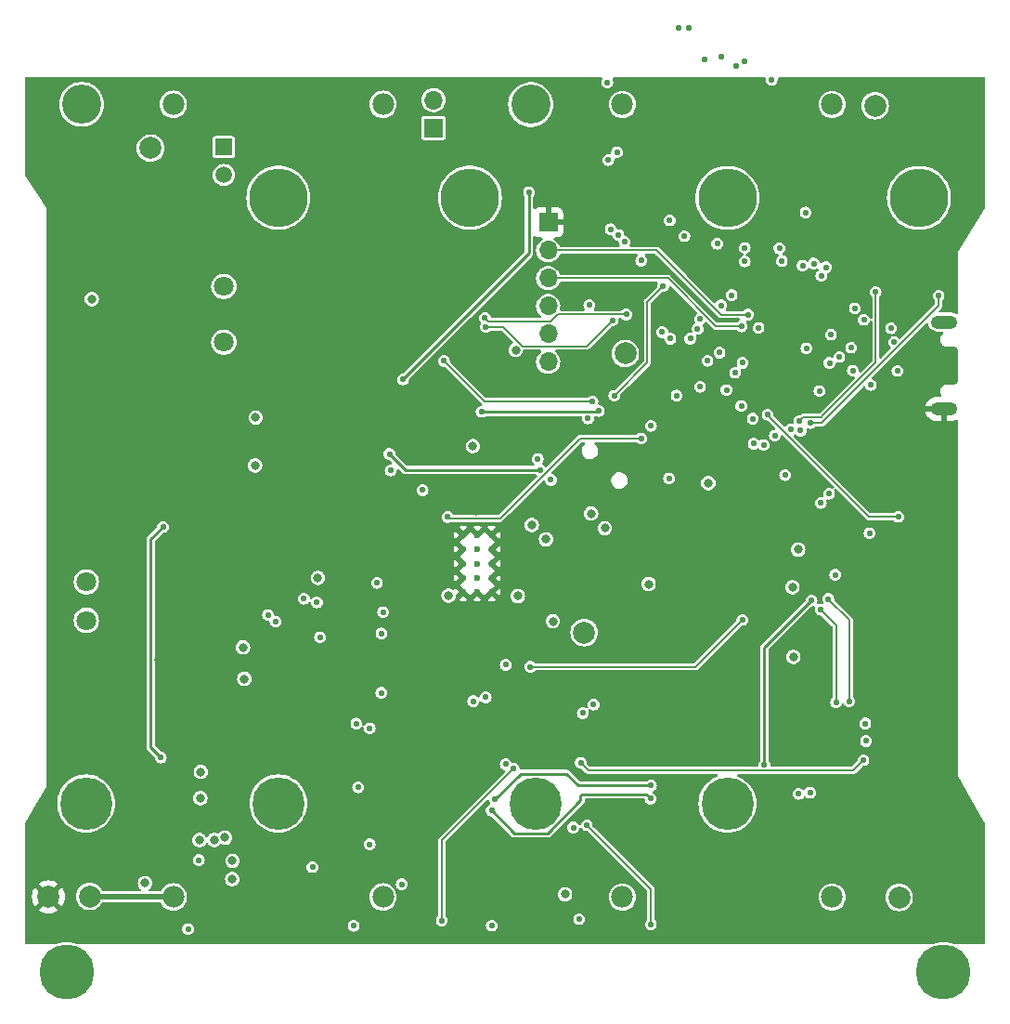
<source format=gbr>
%TF.GenerationSoftware,KiCad,Pcbnew,7.0.1*%
%TF.CreationDate,2023-12-11T20:48:33-07:00*%
%TF.ProjectId,Battery_Board_V3,42617474-6572-4795-9f42-6f6172645f56,rev?*%
%TF.SameCoordinates,Original*%
%TF.FileFunction,Copper,L3,Inr*%
%TF.FilePolarity,Positive*%
%FSLAX46Y46*%
G04 Gerber Fmt 4.6, Leading zero omitted, Abs format (unit mm)*
G04 Created by KiCad (PCBNEW 7.0.1) date 2023-12-11 20:48:33*
%MOMM*%
%LPD*%
G01*
G04 APERTURE LIST*
%TA.AperFunction,ComponentPad*%
%ADD10C,5.000000*%
%TD*%
%TA.AperFunction,ComponentPad*%
%ADD11C,2.000000*%
%TD*%
%TA.AperFunction,ComponentPad*%
%ADD12R,1.700000X1.700000*%
%TD*%
%TA.AperFunction,ComponentPad*%
%ADD13O,1.700000X1.700000*%
%TD*%
%TA.AperFunction,ComponentPad*%
%ADD14C,1.800000*%
%TD*%
%TA.AperFunction,ComponentPad*%
%ADD15C,0.600000*%
%TD*%
%TA.AperFunction,ComponentPad*%
%ADD16O,2.416000X1.208000*%
%TD*%
%TA.AperFunction,ComponentPad*%
%ADD17R,1.508000X1.508000*%
%TD*%
%TA.AperFunction,ComponentPad*%
%ADD18C,1.508000*%
%TD*%
%TA.AperFunction,ComponentPad*%
%ADD19C,4.770000*%
%TD*%
%TA.AperFunction,ComponentPad*%
%ADD20C,5.325000*%
%TD*%
%TA.AperFunction,ComponentPad*%
%ADD21C,3.570000*%
%TD*%
%TA.AperFunction,ComponentPad*%
%ADD22C,1.980000*%
%TD*%
%TA.AperFunction,ViaPad*%
%ADD23C,0.560000*%
%TD*%
%TA.AperFunction,ViaPad*%
%ADD24C,0.800000*%
%TD*%
%TA.AperFunction,Conductor*%
%ADD25C,0.127000*%
%TD*%
%TA.AperFunction,Conductor*%
%ADD26C,0.500000*%
%TD*%
%TA.AperFunction,Conductor*%
%ADD27C,0.250000*%
%TD*%
G04 APERTURE END LIST*
D10*
%TO.N,N/C*%
%TO.C,*%
X194500000Y-131530000D03*
%TD*%
D11*
%TO.N,VBUSP*%
%TO.C,TP6*%
X122170000Y-56450000D03*
%TD*%
%TO.N,+3V3*%
%TO.C,TP1*%
X161720000Y-100590000D03*
%TD*%
%TO.N,B-*%
%TO.C,TP2*%
X116620000Y-124620000D03*
%TD*%
D12*
%TO.N,GND*%
%TO.C,J25*%
X158440000Y-63220000D03*
D13*
%TO.N,FC_RX*%
X158440000Y-65760000D03*
%TO.N,FC_TX*%
X158440000Y-68300000D03*
%TO.N,SCL1*%
X158440000Y-70840000D03*
%TO.N,SDA1*%
X158440000Y-73380000D03*
%TO.N,+3V3*%
X158440000Y-75920000D03*
%TD*%
D14*
%TO.N,Net-(J18-Pin_1)*%
%TO.C,J18*%
X116315001Y-99472500D03*
%TO.N,Net-(J18-Pin_2)*%
X116315001Y-95972500D03*
%TD*%
D15*
%TO.N,GND*%
%TO.C,U3*%
X150677500Y-91700000D03*
X150677500Y-93000000D03*
X150677500Y-94300000D03*
X150677500Y-95600000D03*
X150677500Y-96900000D03*
X151977500Y-91700000D03*
X151977500Y-93000000D03*
X151977500Y-94300000D03*
X151977500Y-95600000D03*
X151977500Y-96900000D03*
X153277500Y-91700000D03*
X153277500Y-93000000D03*
X153277500Y-94300000D03*
X153277500Y-95600000D03*
X153277500Y-96900000D03*
%TD*%
D12*
%TO.N,VBUSP*%
%TO.C,J1*%
X147990000Y-54600000D03*
D13*
%TO.N,VBatt*%
X147990000Y-52060000D03*
%TD*%
D11*
%TO.N,/USBBOOT*%
%TO.C,TP8*%
X165470000Y-75160000D03*
%TD*%
%TO.N,PACK+*%
%TO.C,TP5*%
X188260000Y-52580000D03*
%TD*%
D16*
%TO.N,GND*%
%TO.C,J24*%
X194550000Y-80197500D03*
%TO.N,N/C*%
X194550000Y-72297500D03*
%TD*%
D17*
%TO.N,VBUSP*%
%TO.C,K1*%
X128862500Y-56350000D03*
D18*
%TO.N,Net-(Q4-C)*%
X128862500Y-58890000D03*
D14*
%TO.N,PACK+*%
X128862500Y-74130000D03*
%TO.N,Net-(K1-PadNO)*%
X128862500Y-69050000D03*
%TD*%
D10*
%TO.N,N/C*%
%TO.C,*%
X114500000Y-131530000D03*
%TD*%
D11*
%TO.N,GND*%
%TO.C,TP4*%
X112860000Y-124670000D03*
%TD*%
%TO.N,BM*%
%TO.C,TP3*%
X190450000Y-124720000D03*
%TD*%
D19*
%TO.N,unconnected-(U2-Pad1)*%
%TO.C,U2*%
X133828500Y-116160000D03*
%TO.N,unconnected-(U2-Pad2)*%
X116298500Y-116160000D03*
D20*
%TO.N,unconnected-(U2-Pad3)*%
X133828500Y-60960000D03*
%TO.N,unconnected-(U2-Pad4)*%
X151298500Y-60960000D03*
D21*
%TO.N,unconnected-(U2-Pad5)*%
X115878500Y-52450000D03*
D22*
%TO.N,B-*%
X124248500Y-124670000D03*
X143378500Y-124670000D03*
%TO.N,BM*%
X124248500Y-52450000D03*
X143378500Y-52450000D03*
%TD*%
D19*
%TO.N,unconnected-(U4-Pad1)*%
%TO.C,U4*%
X174790000Y-116180000D03*
%TO.N,unconnected-(U4-Pad2)*%
X157260000Y-116180000D03*
D20*
%TO.N,unconnected-(U4-Pad3)*%
X174790000Y-60980000D03*
%TO.N,unconnected-(U4-Pad4)*%
X192260000Y-60980000D03*
D21*
%TO.N,unconnected-(U4-Pad5)*%
X156840000Y-52470000D03*
D22*
%TO.N,BM*%
X165210000Y-124690000D03*
X184340000Y-124690000D03*
%TO.N,PACK+*%
X165210000Y-52470000D03*
X184340000Y-52470000D03*
%TD*%
D23*
%TO.N,SCL0*%
X152751596Y-72738404D03*
%TO.N,SDA0*%
X152670000Y-71910000D03*
%TO.N,SCL0*%
X164300000Y-72150000D03*
%TO.N,SDA0*%
X165560000Y-71600000D03*
%TO.N,GND*%
X154080000Y-71640000D03*
%TO.N,D0*%
X178453959Y-80733959D03*
%TO.N,+3V3*%
X180550000Y-82100000D03*
X136940000Y-121950000D03*
X176050000Y-79940000D03*
X167820000Y-81750000D03*
X181990000Y-74680000D03*
X183190000Y-78590000D03*
D24*
X137440000Y-95600000D03*
D23*
X170860000Y-64460000D03*
X178830000Y-50230000D03*
X153300000Y-127280000D03*
X125590000Y-127610000D03*
X163840000Y-50470000D03*
X140700000Y-127300000D03*
X174070000Y-75080000D03*
X170320000Y-45460000D03*
X177620000Y-72830000D03*
X146980000Y-87600000D03*
X145080000Y-123510000D03*
X187860000Y-78020000D03*
D24*
X159980000Y-124430000D03*
%TO.N,VBUSP*%
X151570000Y-83600000D03*
X158870000Y-99560000D03*
X116820000Y-70200000D03*
X158241250Y-92078750D03*
X156942500Y-90780000D03*
%TO.N,Net-(U1-V-)*%
X127980000Y-119480000D03*
X129630000Y-123060000D03*
%TO.N,/VDD*%
X129647359Y-121389500D03*
X128957916Y-119273398D03*
D23*
%TO.N,GND*%
X162900000Y-50700000D03*
X154670000Y-106650000D03*
D24*
X155540000Y-83090000D03*
X183500000Y-110080000D03*
X119550000Y-82870000D03*
D23*
X179470000Y-78000000D03*
X177660000Y-79810000D03*
D24*
X138610000Y-96480000D03*
D23*
X166630000Y-58030000D03*
D24*
X130560000Y-126740000D03*
D23*
X137030000Y-81440000D03*
D24*
X148590000Y-115440000D03*
D23*
X190410000Y-65350000D03*
X134110000Y-76710000D03*
%TO.N,D0*%
X190360000Y-90030000D03*
D24*
%TO.N,GND*%
X130150000Y-113950000D03*
X148430000Y-97630000D03*
D23*
X191110000Y-70380000D03*
X190320000Y-85510000D03*
D24*
X123320000Y-73310000D03*
D23*
X168040000Y-74580000D03*
D24*
X145410000Y-87760000D03*
X122810000Y-122570000D03*
D23*
X171290000Y-45460000D03*
X177690000Y-78030000D03*
D24*
X149600000Y-100680000D03*
X131340000Y-103117999D03*
X118900000Y-73080000D03*
D23*
X177110000Y-54620000D03*
X134460000Y-86570000D03*
X159750000Y-109420000D03*
D24*
X123840000Y-94557501D03*
D23*
X176520000Y-68100000D03*
X163680000Y-85370000D03*
X173260000Y-54830000D03*
X169450000Y-54670000D03*
X166580000Y-63120000D03*
D24*
X159910000Y-90830000D03*
D23*
X190630000Y-78230000D03*
D24*
X155120000Y-99950000D03*
D23*
X181060000Y-50310000D03*
D24*
X146990000Y-81690000D03*
D23*
X159830000Y-126850000D03*
X173940000Y-127530000D03*
D24*
X151880000Y-89530000D03*
D23*
X176210000Y-88000000D03*
D24*
X175110000Y-109910000D03*
D23*
X187820000Y-113470000D03*
X164830000Y-77770000D03*
D24*
X122910000Y-103082499D03*
D23*
X159190000Y-58750000D03*
X172200000Y-74250000D03*
X139940000Y-77890000D03*
D24*
X172761714Y-84361714D03*
D23*
X177660000Y-76150000D03*
D24*
X183160000Y-116130000D03*
D23*
X150670000Y-66940000D03*
X187590000Y-80180000D03*
X175850000Y-77980000D03*
X152490000Y-109600000D03*
X145180000Y-126820000D03*
X170080000Y-120000000D03*
X182830000Y-70630000D03*
%TO.N,/V_RF*%
X187750000Y-91530000D03*
X143970000Y-84320000D03*
X157700000Y-85770000D03*
X169460000Y-86550000D03*
D24*
%TO.N,VBatt*%
X167600000Y-96170000D03*
D23*
%TO.N,F0_ENB*%
X154560000Y-112580000D03*
X142160000Y-119870000D03*
%TO.N,F1_ENB*%
X148740000Y-126820000D03*
X155290000Y-112970000D03*
%TO.N,F2_ENB*%
X160730000Y-118350000D03*
X161270000Y-126690000D03*
%TO.N,F3_ENB*%
X161960000Y-118140000D03*
X167800000Y-127180000D03*
%TO.N,F4_ENB*%
X161410000Y-112440000D03*
X187190000Y-112210000D03*
%TO.N,CANL*%
X175570000Y-48970000D03*
X176360000Y-48510000D03*
%TO.N,CANH*%
X174220000Y-48090000D03*
X172708196Y-48373000D03*
%TO.N,FC_RESET*%
X156820000Y-103710000D03*
X184630000Y-95320000D03*
X176150000Y-99430000D03*
%TO.N,BURN_RELAY_A*%
X148930000Y-75840000D03*
X170160000Y-79000000D03*
X162490000Y-79530000D03*
D24*
%TO.N,Net-(K1-PadNO)*%
X131760000Y-80990000D03*
X131712500Y-85350000D03*
D23*
%TO.N,ENAB_HEATER*%
X142820000Y-96060000D03*
X154560000Y-103520000D03*
%TO.N,SCL0*%
X137350000Y-97830000D03*
X185900000Y-106850000D03*
X183990000Y-97520000D03*
X162580000Y-107140000D03*
X172070000Y-72920000D03*
X184060000Y-87920000D03*
X133580000Y-99580000D03*
X181290000Y-115280000D03*
X152740000Y-106480000D03*
X142153959Y-109316041D03*
%TO.N,SDA0*%
X136168596Y-97494540D03*
X172296040Y-71993960D03*
X137640000Y-101020000D03*
X161590000Y-107920000D03*
X183290000Y-98500000D03*
X151611040Y-106841040D03*
X132900000Y-98990000D03*
X183310000Y-88780000D03*
X184700000Y-106920000D03*
X140950000Y-108880000D03*
X182330000Y-115170000D03*
%TO.N,FC_RX*%
X176680000Y-71620000D03*
%TO.N,FC_TX*%
X176073000Y-72680000D03*
D24*
%TO.N,/3V3_EN*%
X155670000Y-97260000D03*
X149350000Y-97220000D03*
D23*
%TO.N,SDA1*%
X175170000Y-69840000D03*
%TO.N,SCL1*%
X174220000Y-70770000D03*
X162190000Y-70760000D03*
D24*
%TO.N,BM*%
X126627675Y-119502325D03*
D23*
%TO.N,PACK+*%
X126579499Y-121318079D03*
X123120000Y-111970000D03*
D24*
X155480000Y-74840000D03*
D23*
X123310000Y-90960000D03*
D24*
X121660000Y-123420000D03*
X180720000Y-96450000D03*
X181240000Y-93020000D03*
X180800000Y-102800000D03*
D23*
%TO.N,ENABLE_BURN*%
X176170000Y-76000000D03*
%TO.N,SPI0_MISO*%
X165410000Y-64980000D03*
X172968641Y-75821358D03*
%TO.N,SPI0_CS0*%
X171394995Y-73802805D03*
X166930000Y-66690000D03*
%TO.N,VBUS_RESET*%
X149290000Y-90060000D03*
X143390000Y-98730000D03*
X174700000Y-78480000D03*
X166910000Y-82900000D03*
%TO.N,SPI0_SCK*%
X169577360Y-73802640D03*
X164150000Y-63850000D03*
%TO.N,SPI0_MOSI*%
X164840000Y-64360000D03*
X168843959Y-73216041D03*
%TO.N,F4_SCL*%
X153280000Y-116800000D03*
X187430000Y-110460000D03*
X167780000Y-115720000D03*
%TO.N,F4_SDA*%
X153590000Y-115800000D03*
X187360000Y-108870000D03*
X167820000Y-114520000D03*
%TO.N,I2C_RESET*%
X175490000Y-76910000D03*
X141100637Y-114680000D03*
X143220000Y-106070000D03*
X143240000Y-100680000D03*
X144070000Y-85820000D03*
X157490000Y-84770000D03*
X162067641Y-81064500D03*
D24*
%TO.N,SWDIO*%
X163610500Y-91073000D03*
X162353000Y-89747000D03*
%TO.N,/~{RESET}*%
X173046169Y-86963839D03*
D23*
X158690000Y-86670000D03*
X177106041Y-81103959D03*
%TO.N,ENAB_RF*%
X163060000Y-80390000D03*
X172284496Y-78195504D03*
X152370000Y-80460000D03*
%TO.N,CHRG'*%
X182460000Y-97660000D03*
X178160000Y-112610000D03*
X181460000Y-82190000D03*
%TO.N,SPI1_CS0*%
X180050000Y-86240000D03*
X177190000Y-83370000D03*
%TO.N,SPI1_MOSI*%
X178083959Y-83496041D03*
X179120000Y-82640000D03*
%TO.N,NEOPIX*%
X181332211Y-81330492D03*
X188310000Y-69560000D03*
%TO.N,NEO_PWR*%
X182330000Y-81490000D03*
X194050000Y-69890000D03*
%TO.N,USB_D-*%
X184100000Y-76020000D03*
X186078104Y-74618440D03*
%TO.N,USB_D+*%
X186240000Y-76720000D03*
X184990000Y-75470000D03*
%TO.N,/QSPI_SCK*%
X183777858Y-67297858D03*
X182667364Y-66957367D03*
%TO.N,/QSPI_DATA[0]*%
X181640000Y-67160000D03*
X183350000Y-68090000D03*
%TO.N,/QSPI_DATA[2]*%
X179740000Y-66740000D03*
X176360000Y-66770000D03*
%TO.N,/QSPI_DATA[1]*%
X176360000Y-65530000D03*
X179530000Y-65570000D03*
%TO.N,+5V*%
X163920000Y-57530000D03*
X145200000Y-77520000D03*
X156700000Y-60470000D03*
%TO.N,VBUS*%
X189720000Y-72840000D03*
X184230000Y-73430000D03*
D24*
%TO.N,Net-(Q1-G)*%
X126760000Y-113280000D03*
X126720000Y-115670000D03*
D23*
%TO.N,Net-(D8-PadA)*%
X173850000Y-65150000D03*
X164470000Y-79010000D03*
X181930000Y-62320000D03*
X168930000Y-69000000D03*
%TO.N,TXCAN*%
X164720000Y-56830000D03*
X169530000Y-63020000D03*
%TO.N,D-*%
X189980000Y-74110000D03*
X186410000Y-71050000D03*
%TO.N,D+*%
X190300000Y-76740000D03*
X187227254Y-72082746D03*
D24*
%TO.N,Net-(U9-+Vs)*%
X130720000Y-104810000D03*
X130610000Y-101940000D03*
%TD*%
D25*
%TO.N,SCL0*%
X154318404Y-72738404D02*
X152751596Y-72738404D01*
X156073500Y-74493500D02*
X154318404Y-72738404D01*
X161956500Y-74493500D02*
X156073500Y-74493500D01*
X164300000Y-72150000D02*
X161956500Y-74493500D01*
%TO.N,SDA0*%
X153020000Y-72260000D02*
X152670000Y-71910000D01*
X158646500Y-72260000D02*
X153020000Y-72260000D01*
X159306500Y-71600000D02*
X158646500Y-72260000D01*
X165560000Y-71600000D02*
X159306500Y-71600000D01*
%TO.N,D0*%
X187711374Y-90030000D02*
X190360000Y-90030000D01*
X178453959Y-80772585D02*
X187711374Y-90030000D01*
X178453959Y-80733959D02*
X178453959Y-80772585D01*
D26*
%TO.N,B-*%
X116670000Y-124670000D02*
X116620000Y-124620000D01*
X124248500Y-124670000D02*
X116670000Y-124670000D01*
D27*
%TO.N,/V_RF*%
X157700000Y-85770000D02*
X145420000Y-85770000D01*
X145420000Y-85770000D02*
X143970000Y-84320000D01*
D25*
%TO.N,F1_ENB*%
X148740000Y-126820000D02*
X148740000Y-119520000D01*
X148740000Y-119520000D02*
X155290000Y-112970000D01*
%TO.N,F3_ENB*%
X161960000Y-118140000D02*
X167800000Y-123980000D01*
X167800000Y-123980000D02*
X167800000Y-127180000D01*
%TO.N,F4_ENB*%
X161410000Y-112440000D02*
X162123500Y-113153500D01*
X186246500Y-113153500D02*
X187190000Y-112210000D01*
X162123500Y-113153500D02*
X186246500Y-113153500D01*
%TO.N,FC_RESET*%
X171870000Y-103710000D02*
X176150000Y-99430000D01*
X156820000Y-103710000D02*
X171870000Y-103710000D01*
%TO.N,BURN_RELAY_A*%
X152620000Y-79530000D02*
X148930000Y-75840000D01*
X162490000Y-79530000D02*
X152620000Y-79530000D01*
%TO.N,SCL0*%
X185900000Y-99430000D02*
X183990000Y-97520000D01*
X185900000Y-106850000D02*
X185900000Y-99430000D01*
%TO.N,SDA0*%
X184700000Y-99910000D02*
X183290000Y-98500000D01*
X184700000Y-106920000D02*
X184700000Y-99910000D01*
%TO.N,FC_RX*%
X176680000Y-71620000D02*
X174190000Y-71620000D01*
X168330000Y-65760000D02*
X158440000Y-65760000D01*
X174190000Y-71620000D02*
X168330000Y-65760000D01*
%TO.N,FC_TX*%
X173750000Y-72680000D02*
X169370000Y-68300000D01*
X176073000Y-72680000D02*
X173750000Y-72680000D01*
X169370000Y-68300000D02*
X158440000Y-68300000D01*
D27*
%TO.N,PACK+*%
X123120000Y-111970000D02*
X122185000Y-111035000D01*
X122185000Y-111035000D02*
X122185000Y-92085000D01*
X122185000Y-92085000D02*
X123310000Y-90960000D01*
D25*
%TO.N,VBUS_RESET*%
X154045126Y-90193500D02*
X149423500Y-90193500D01*
X166910000Y-82900000D02*
X161338626Y-82900000D01*
X161338626Y-82900000D02*
X154045126Y-90193500D01*
X149423500Y-90193500D02*
X149290000Y-90060000D01*
D27*
%TO.N,F4_SCL*%
X161400000Y-115880000D02*
X158390000Y-118890000D01*
X155370000Y-118890000D02*
X153280000Y-116800000D01*
X167370000Y-115310000D02*
X161550000Y-115310000D01*
X161400000Y-115460000D02*
X161400000Y-115880000D01*
X158390000Y-118890000D02*
X155370000Y-118890000D01*
X167780000Y-115720000D02*
X167370000Y-115310000D01*
X161550000Y-115310000D02*
X161400000Y-115460000D01*
%TO.N,F4_SDA*%
X155920000Y-113470000D02*
X153590000Y-115800000D01*
X161160000Y-114520000D02*
X160110000Y-113470000D01*
X167820000Y-114520000D02*
X161160000Y-114520000D01*
X160110000Y-113470000D02*
X155920000Y-113470000D01*
%TO.N,ENAB_RF*%
X152370000Y-80460000D02*
X162990000Y-80460000D01*
X162990000Y-80460000D02*
X163060000Y-80390000D01*
%TO.N,CHRG'*%
X178160000Y-101960000D02*
X182460000Y-97660000D01*
X178160000Y-112610000D02*
X178160000Y-101960000D01*
D25*
%TO.N,NEOPIX*%
X181332211Y-81330492D02*
X181716203Y-80946500D01*
X188310000Y-75980000D02*
X188310000Y-69560000D01*
X181716203Y-80946500D02*
X183343500Y-80946500D01*
X183343500Y-80946500D02*
X183460000Y-80830000D01*
X183460000Y-80830000D02*
X188310000Y-75980000D01*
%TO.N,NEO_PWR*%
X183368626Y-81490000D02*
X194050000Y-70808626D01*
X182330000Y-81490000D02*
X183368626Y-81490000D01*
X194050000Y-70808626D02*
X194050000Y-69890000D01*
D27*
%TO.N,+5V*%
X156700000Y-66020000D02*
X156700000Y-60470000D01*
X145200000Y-77520000D02*
X156700000Y-66020000D01*
D25*
%TO.N,Net-(D8-PadA)*%
X167480000Y-70450000D02*
X168930000Y-69000000D01*
X164470000Y-79010000D02*
X167480000Y-76000000D01*
X167480000Y-76000000D02*
X167480000Y-70450000D01*
%TD*%
%TA.AperFunction,Conductor*%
%TO.N,GND*%
G36*
X163337956Y-50019001D02*
G01*
X163384426Y-50070273D01*
X163396812Y-50138352D01*
X163378489Y-50184715D01*
X163379463Y-50185119D01*
X163319257Y-50330469D01*
X163300888Y-50469999D01*
X163319257Y-50609530D01*
X163338060Y-50654926D01*
X163373115Y-50739556D01*
X163458790Y-50851210D01*
X163570444Y-50936885D01*
X163700468Y-50990742D01*
X163840000Y-51009112D01*
X163979532Y-50990742D01*
X164109556Y-50936885D01*
X164221210Y-50851210D01*
X164306885Y-50739556D01*
X164360742Y-50609532D01*
X164379112Y-50470000D01*
X164360742Y-50330468D01*
X164306885Y-50200444D01*
X164306884Y-50200443D01*
X164300537Y-50185119D01*
X164301510Y-50184715D01*
X164283188Y-50138352D01*
X164295574Y-50070273D01*
X164342044Y-50019001D01*
X164408581Y-50000000D01*
X178177493Y-50000000D01*
X178245193Y-50019733D01*
X178291688Y-50072750D01*
X178302415Y-50142446D01*
X178290888Y-50230000D01*
X178309257Y-50369530D01*
X178350872Y-50470000D01*
X178363115Y-50499556D01*
X178448790Y-50611210D01*
X178560444Y-50696885D01*
X178690468Y-50750742D01*
X178830000Y-50769112D01*
X178969532Y-50750742D01*
X179099556Y-50696885D01*
X179211210Y-50611210D01*
X179296885Y-50499556D01*
X179350742Y-50369532D01*
X179369112Y-50230000D01*
X179357585Y-50142445D01*
X179368312Y-50072750D01*
X179414807Y-50019733D01*
X179482507Y-50000000D01*
X198173500Y-50000000D01*
X198236500Y-50016881D01*
X198282619Y-50063000D01*
X198299500Y-50126000D01*
X198299500Y-61851776D01*
X198280759Y-61917893D01*
X195839681Y-65877982D01*
X195830934Y-65890423D01*
X195814709Y-65910768D01*
X195808292Y-65938885D01*
X195804734Y-65951438D01*
X195795446Y-65978731D01*
X195798582Y-66004563D01*
X195799500Y-66019748D01*
X195799500Y-71455749D01*
X195780575Y-71522165D01*
X195729483Y-71568629D01*
X195661575Y-71581183D01*
X195612285Y-71561930D01*
X195611650Y-71563305D01*
X195522727Y-71522165D01*
X195429737Y-71479143D01*
X195429735Y-71479142D01*
X195429734Y-71479142D01*
X195247367Y-71439000D01*
X194173535Y-71439000D01*
X194116332Y-71425267D01*
X194071599Y-71387061D01*
X194049086Y-71332711D01*
X194053702Y-71274064D01*
X194084437Y-71223907D01*
X194261164Y-71047180D01*
X194269232Y-71039786D01*
X194297360Y-71016186D01*
X194315710Y-70984401D01*
X194321599Y-70975158D01*
X194342652Y-70945092D01*
X194342652Y-70945090D01*
X194343476Y-70943914D01*
X194353181Y-70920483D01*
X194353430Y-70919068D01*
X194353432Y-70919066D01*
X194359805Y-70882915D01*
X194362181Y-70872204D01*
X194371677Y-70836769D01*
X194368478Y-70800215D01*
X194368000Y-70789235D01*
X194368000Y-70381849D01*
X194380994Y-70326121D01*
X194417294Y-70281888D01*
X194431210Y-70271210D01*
X194516885Y-70159556D01*
X194570742Y-70029532D01*
X194589112Y-69890000D01*
X194570742Y-69750468D01*
X194516885Y-69620444D01*
X194431210Y-69508790D01*
X194319556Y-69423115D01*
X194313165Y-69420468D01*
X194189530Y-69369257D01*
X194050000Y-69350888D01*
X193910469Y-69369257D01*
X193780445Y-69423114D01*
X193668790Y-69508790D01*
X193583114Y-69620445D01*
X193529257Y-69750469D01*
X193510888Y-69890000D01*
X193529257Y-70029530D01*
X193562404Y-70109556D01*
X193583115Y-70159556D01*
X193668790Y-70271210D01*
X193682705Y-70281888D01*
X193719006Y-70326121D01*
X193732000Y-70381849D01*
X193732000Y-70624716D01*
X193722409Y-70672934D01*
X193695095Y-70713811D01*
X190601263Y-73807641D01*
X190539439Y-73841559D01*
X190469073Y-73836947D01*
X190412206Y-73795250D01*
X190361210Y-73728790D01*
X190249556Y-73643115D01*
X190237321Y-73638047D01*
X190119531Y-73589257D01*
X189969824Y-73569548D01*
X189909567Y-73544588D01*
X189869862Y-73492843D01*
X189861349Y-73428179D01*
X189886309Y-73367921D01*
X189938052Y-73328218D01*
X189989556Y-73306885D01*
X190101210Y-73221210D01*
X190186885Y-73109556D01*
X190240742Y-72979532D01*
X190259112Y-72840000D01*
X190240742Y-72700468D01*
X190186885Y-72570444D01*
X190101210Y-72458790D01*
X189989556Y-72373115D01*
X189965411Y-72363114D01*
X189859530Y-72319257D01*
X189720000Y-72300888D01*
X189580469Y-72319257D01*
X189450445Y-72373114D01*
X189338790Y-72458790D01*
X189253114Y-72570445D01*
X189199257Y-72700469D01*
X189180888Y-72840000D01*
X189199257Y-72979530D01*
X189241389Y-73081248D01*
X189253115Y-73109556D01*
X189338790Y-73221210D01*
X189450444Y-73306885D01*
X189580468Y-73360742D01*
X189720000Y-73379112D01*
X189720001Y-73379111D01*
X189730174Y-73380451D01*
X189790432Y-73405410D01*
X189830137Y-73457155D01*
X189838650Y-73521819D01*
X189813691Y-73582077D01*
X189761947Y-73621782D01*
X189710444Y-73643115D01*
X189598790Y-73728790D01*
X189513114Y-73840445D01*
X189459257Y-73970469D01*
X189440888Y-74110000D01*
X189459257Y-74249530D01*
X189501097Y-74350543D01*
X189513115Y-74379556D01*
X189598790Y-74491210D01*
X189665250Y-74542206D01*
X189706947Y-74599073D01*
X189711559Y-74669439D01*
X189677641Y-74731263D01*
X188843092Y-75565812D01*
X188792936Y-75596549D01*
X188734289Y-75601165D01*
X188679939Y-75578652D01*
X188641733Y-75533919D01*
X188628000Y-75476716D01*
X188628000Y-70051849D01*
X188640994Y-69996121D01*
X188677294Y-69951888D01*
X188691210Y-69941210D01*
X188776885Y-69829556D01*
X188830742Y-69699532D01*
X188849112Y-69560000D01*
X188830742Y-69420468D01*
X188776885Y-69290444D01*
X188691210Y-69178790D01*
X188579556Y-69093115D01*
X188534216Y-69074335D01*
X188449530Y-69039257D01*
X188310000Y-69020888D01*
X188170469Y-69039257D01*
X188040445Y-69093114D01*
X187928790Y-69178790D01*
X187843114Y-69290445D01*
X187789257Y-69420469D01*
X187770888Y-69560000D01*
X187789257Y-69699530D01*
X187810356Y-69750469D01*
X187843115Y-69829556D01*
X187928790Y-69941210D01*
X187942705Y-69951888D01*
X187979006Y-69996121D01*
X187992000Y-70051849D01*
X187992000Y-71898847D01*
X187973433Y-71964682D01*
X187923203Y-72011114D01*
X187856114Y-72024459D01*
X187791939Y-72000783D01*
X187749591Y-71947065D01*
X187742934Y-71930994D01*
X187694139Y-71813190D01*
X187608464Y-71701536D01*
X187496810Y-71615861D01*
X187489299Y-71612750D01*
X187366784Y-71562003D01*
X187227254Y-71543634D01*
X187087723Y-71562003D01*
X186995993Y-71599999D01*
X186957701Y-71615860D01*
X186942373Y-71622209D01*
X186941381Y-71619816D01*
X186912708Y-71632428D01*
X186869398Y-71629583D01*
X186870494Y-71646282D01*
X186846371Y-71701110D01*
X186760368Y-71813191D01*
X186706511Y-71943215D01*
X186688142Y-72082745D01*
X186706511Y-72222276D01*
X186759455Y-72350097D01*
X186760369Y-72352302D01*
X186846044Y-72463956D01*
X186957698Y-72549631D01*
X187087722Y-72603488D01*
X187227254Y-72621858D01*
X187366786Y-72603488D01*
X187496810Y-72549631D01*
X187608464Y-72463956D01*
X187694139Y-72352302D01*
X187747996Y-72222278D01*
X187747996Y-72222277D01*
X187749591Y-72218427D01*
X187791939Y-72164709D01*
X187856114Y-72141033D01*
X187923203Y-72154378D01*
X187973433Y-72200810D01*
X187992000Y-72266645D01*
X187992000Y-75796090D01*
X187982409Y-75844308D01*
X187955097Y-75885182D01*
X187471568Y-76368712D01*
X186989852Y-76850428D01*
X186936543Y-76882143D01*
X186874559Y-76884578D01*
X186818926Y-76857143D01*
X186783125Y-76806485D01*
X186775835Y-76744887D01*
X186779112Y-76720000D01*
X186760742Y-76580468D01*
X186706885Y-76450444D01*
X186621210Y-76338790D01*
X186509556Y-76253115D01*
X186503433Y-76250579D01*
X186379530Y-76199257D01*
X186240000Y-76180888D01*
X186100469Y-76199257D01*
X185970445Y-76253114D01*
X185858790Y-76338790D01*
X185773114Y-76450445D01*
X185719257Y-76580469D01*
X185700888Y-76720000D01*
X185719257Y-76859530D01*
X185769524Y-76980888D01*
X185773115Y-76989556D01*
X185858790Y-77101210D01*
X185970444Y-77186885D01*
X186100468Y-77240742D01*
X186240000Y-77259112D01*
X186264887Y-77255835D01*
X186326485Y-77263125D01*
X186377143Y-77298926D01*
X186404578Y-77354559D01*
X186402143Y-77416543D01*
X186370427Y-77469852D01*
X183254814Y-80585466D01*
X183248685Y-80591595D01*
X183207808Y-80618909D01*
X183159590Y-80628500D01*
X181735597Y-80628500D01*
X181724617Y-80628021D01*
X181688059Y-80624822D01*
X181652622Y-80634318D01*
X181641894Y-80636696D01*
X181604353Y-80643316D01*
X181580909Y-80653026D01*
X181549688Y-80674887D01*
X181540424Y-80680789D01*
X181508644Y-80699138D01*
X181485054Y-80727251D01*
X181477629Y-80735352D01*
X181455139Y-80757842D01*
X181406546Y-80788060D01*
X181349599Y-80793669D01*
X181332211Y-80791380D01*
X181192680Y-80809749D01*
X181062656Y-80863606D01*
X180951001Y-80949282D01*
X180865325Y-81060937D01*
X180811468Y-81190961D01*
X180793099Y-81330492D01*
X180806820Y-81434720D01*
X180801211Y-81491667D01*
X180770993Y-81540261D01*
X180722400Y-81570478D01*
X180665452Y-81576087D01*
X180550000Y-81560888D01*
X180410469Y-81579257D01*
X180280445Y-81633114D01*
X180280443Y-81633115D01*
X180280444Y-81633115D01*
X180178028Y-81711702D01*
X180168789Y-81718791D01*
X180117792Y-81785251D01*
X180060924Y-81826948D01*
X179990558Y-81831559D01*
X179928735Y-81797641D01*
X179022114Y-80891020D01*
X178991895Y-80842425D01*
X178986287Y-80785481D01*
X178993071Y-80733959D01*
X178974701Y-80594427D01*
X178920844Y-80464403D01*
X178835169Y-80352749D01*
X178723515Y-80267074D01*
X178683426Y-80250469D01*
X178593489Y-80213216D01*
X178453959Y-80194847D01*
X178314428Y-80213216D01*
X178184404Y-80267073D01*
X178072749Y-80352749D01*
X177987073Y-80464404D01*
X177933216Y-80594428D01*
X177924642Y-80659556D01*
X177914847Y-80733959D01*
X177917632Y-80755113D01*
X177933216Y-80873489D01*
X177981475Y-80989999D01*
X177987074Y-81003515D01*
X178072749Y-81115169D01*
X178184403Y-81200844D01*
X178314427Y-81254701D01*
X178453959Y-81273071D01*
X178453962Y-81273070D01*
X178470016Y-81275184D01*
X178509298Y-81287100D01*
X178542665Y-81311011D01*
X179127148Y-81895494D01*
X179160761Y-81955977D01*
X179157366Y-82025090D01*
X179117987Y-82081988D01*
X179054500Y-82109511D01*
X178980468Y-82119257D01*
X178850445Y-82173114D01*
X178738790Y-82258790D01*
X178653114Y-82370445D01*
X178599257Y-82500469D01*
X178580888Y-82640000D01*
X178599257Y-82779530D01*
X178650446Y-82903114D01*
X178653115Y-82909556D01*
X178738790Y-83021210D01*
X178850444Y-83106885D01*
X178980468Y-83160742D01*
X179120000Y-83179112D01*
X179259532Y-83160742D01*
X179389556Y-83106885D01*
X179501210Y-83021210D01*
X179586885Y-82909556D01*
X179640742Y-82779532D01*
X179650488Y-82705499D01*
X179678010Y-82642013D01*
X179734908Y-82602633D01*
X179804021Y-82599237D01*
X179864505Y-82632851D01*
X184496888Y-87265234D01*
X184528759Y-87319070D01*
X184530806Y-87381600D01*
X184502525Y-87437406D01*
X184450888Y-87472730D01*
X184388626Y-87478863D01*
X184331091Y-87454292D01*
X184329556Y-87453115D01*
X184325029Y-87451240D01*
X184199530Y-87399257D01*
X184060000Y-87380888D01*
X183920469Y-87399257D01*
X183790445Y-87453114D01*
X183678790Y-87538790D01*
X183593114Y-87650445D01*
X183539257Y-87780469D01*
X183520888Y-87919999D01*
X183539257Y-88059531D01*
X183548418Y-88081647D01*
X183556930Y-88146311D01*
X183531970Y-88206568D01*
X183480226Y-88246272D01*
X183415562Y-88254785D01*
X183310000Y-88240888D01*
X183170469Y-88259257D01*
X183040445Y-88313114D01*
X182928790Y-88398790D01*
X182843114Y-88510445D01*
X182789257Y-88640469D01*
X182770888Y-88780000D01*
X182789257Y-88919530D01*
X182789258Y-88919532D01*
X182843115Y-89049556D01*
X182928790Y-89161210D01*
X183040444Y-89246885D01*
X183170468Y-89300742D01*
X183310000Y-89319112D01*
X183449532Y-89300742D01*
X183579556Y-89246885D01*
X183691210Y-89161210D01*
X183776885Y-89049556D01*
X183830742Y-88919532D01*
X183849112Y-88780000D01*
X183830742Y-88640468D01*
X183821581Y-88618353D01*
X183813069Y-88553689D01*
X183838029Y-88493432D01*
X183889773Y-88453727D01*
X183954436Y-88445214D01*
X184060000Y-88459112D01*
X184199532Y-88440742D01*
X184329556Y-88386885D01*
X184441210Y-88301210D01*
X184526885Y-88189556D01*
X184580742Y-88059532D01*
X184599112Y-87920000D01*
X184580742Y-87780468D01*
X184526885Y-87650444D01*
X184525708Y-87648910D01*
X184501137Y-87591374D01*
X184507269Y-87529112D01*
X184542592Y-87477474D01*
X184598398Y-87449193D01*
X184660928Y-87451240D01*
X184714765Y-87483111D01*
X187472798Y-90241144D01*
X187480225Y-90249248D01*
X187503814Y-90277361D01*
X187535587Y-90295705D01*
X187544848Y-90301604D01*
X187574908Y-90322652D01*
X187576084Y-90323475D01*
X187599519Y-90333182D01*
X187600932Y-90333431D01*
X187600934Y-90333432D01*
X187637068Y-90339802D01*
X187647775Y-90342175D01*
X187683231Y-90351677D01*
X187716716Y-90348747D01*
X187719785Y-90348479D01*
X187730766Y-90348000D01*
X189868151Y-90348000D01*
X189923879Y-90360994D01*
X189968111Y-90397294D01*
X189978790Y-90411210D01*
X190090444Y-90496885D01*
X190220468Y-90550742D01*
X190360000Y-90569112D01*
X190499532Y-90550742D01*
X190629556Y-90496885D01*
X190741210Y-90411210D01*
X190826885Y-90299556D01*
X190880742Y-90169532D01*
X190899112Y-90030000D01*
X190880742Y-89890468D01*
X190826885Y-89760444D01*
X190741210Y-89648790D01*
X190629556Y-89563115D01*
X190571959Y-89539258D01*
X190499530Y-89509257D01*
X190360000Y-89490888D01*
X190220469Y-89509257D01*
X190090445Y-89563114D01*
X189978789Y-89648791D01*
X189968113Y-89662705D01*
X189923879Y-89699006D01*
X189868151Y-89712000D01*
X187895284Y-89712000D01*
X187847066Y-89702409D01*
X187806189Y-89675095D01*
X180852358Y-82721264D01*
X180818440Y-82659441D01*
X180823052Y-82589075D01*
X180864746Y-82532209D01*
X180880671Y-82519989D01*
X180940926Y-82495031D01*
X181005591Y-82503544D01*
X181057333Y-82543246D01*
X181078790Y-82571210D01*
X181190444Y-82656885D01*
X181320468Y-82710742D01*
X181460000Y-82729112D01*
X181599532Y-82710742D01*
X181729556Y-82656885D01*
X181841210Y-82571210D01*
X181926885Y-82459556D01*
X181980742Y-82329532D01*
X181999112Y-82190000D01*
X181991599Y-82132936D01*
X182000112Y-82068275D01*
X182039817Y-82016530D01*
X182100075Y-81991571D01*
X182164739Y-82000084D01*
X182174491Y-82004124D01*
X182190467Y-82010742D01*
X182206699Y-82012879D01*
X182330000Y-82029112D01*
X182469532Y-82010742D01*
X182599556Y-81956885D01*
X182711210Y-81871210D01*
X182721888Y-81857294D01*
X182766121Y-81820994D01*
X182821849Y-81808000D01*
X183349235Y-81808000D01*
X183360215Y-81808478D01*
X183396769Y-81811677D01*
X183432210Y-81802179D01*
X183442915Y-81799805D01*
X183479066Y-81793432D01*
X183479068Y-81793430D01*
X183480483Y-81793181D01*
X183503914Y-81783476D01*
X183505090Y-81782652D01*
X183505092Y-81782652D01*
X183535158Y-81761599D01*
X183544401Y-81755710D01*
X183576186Y-81737360D01*
X183599786Y-81709233D01*
X183607191Y-81701153D01*
X184856844Y-80451500D01*
X192863364Y-80451500D01*
X192890377Y-80562848D01*
X192978601Y-80756031D01*
X193101785Y-80929018D01*
X193255479Y-81075565D01*
X193434137Y-81190383D01*
X193631284Y-81269308D01*
X193839817Y-81309500D01*
X194296000Y-81309500D01*
X194296000Y-80451500D01*
X192863364Y-80451500D01*
X184856844Y-80451500D01*
X187150139Y-78158205D01*
X187202656Y-78126727D01*
X187263814Y-78123723D01*
X187319166Y-78149903D01*
X187355640Y-78199083D01*
X187393115Y-78289556D01*
X187478790Y-78401210D01*
X187590444Y-78486885D01*
X187720468Y-78540742D01*
X187860000Y-78559112D01*
X187999532Y-78540742D01*
X188129556Y-78486885D01*
X188241210Y-78401210D01*
X188326885Y-78289556D01*
X188380742Y-78159532D01*
X188399112Y-78020000D01*
X188380742Y-77880468D01*
X188326885Y-77750444D01*
X188241210Y-77638790D01*
X188129556Y-77553115D01*
X188124423Y-77550989D01*
X188049608Y-77520000D01*
X188039083Y-77515640D01*
X187989903Y-77479166D01*
X187963723Y-77423814D01*
X187966727Y-77362656D01*
X187998205Y-77310139D01*
X188568345Y-76739999D01*
X189760888Y-76739999D01*
X189779257Y-76879530D01*
X189793097Y-76912944D01*
X189833115Y-77009556D01*
X189918790Y-77121210D01*
X190030444Y-77206885D01*
X190160468Y-77260742D01*
X190300000Y-77279112D01*
X190439532Y-77260742D01*
X190569556Y-77206885D01*
X190681210Y-77121210D01*
X190766885Y-77009556D01*
X190820742Y-76879532D01*
X190839112Y-76740000D01*
X190820742Y-76600468D01*
X190766885Y-76470444D01*
X190681210Y-76358790D01*
X190569556Y-76273115D01*
X190559131Y-76268797D01*
X190439530Y-76219257D01*
X190300000Y-76200888D01*
X190160469Y-76219257D01*
X190030445Y-76273114D01*
X189918790Y-76358790D01*
X189833114Y-76470445D01*
X189779257Y-76600469D01*
X189760888Y-76739999D01*
X188568345Y-76739999D01*
X192892704Y-72415640D01*
X192948911Y-72383104D01*
X193013858Y-72382884D01*
X193070287Y-72415040D01*
X193103204Y-72471028D01*
X193143770Y-72617135D01*
X193231239Y-72782121D01*
X193346965Y-72918363D01*
X193352129Y-72924442D01*
X193500787Y-73037449D01*
X193670263Y-73115857D01*
X193852633Y-73156000D01*
X194345056Y-73156000D01*
X194404763Y-73171045D01*
X194450212Y-73212587D01*
X194470549Y-73270706D01*
X194460916Y-73331521D01*
X194423618Y-73380507D01*
X194387116Y-73409617D01*
X194387117Y-73409617D01*
X194295720Y-73524224D01*
X194232118Y-73656294D01*
X194209555Y-73755152D01*
X194199500Y-73799206D01*
X194199500Y-73945794D01*
X194203640Y-73963933D01*
X194232118Y-74088705D01*
X194266095Y-74159258D01*
X194295721Y-74220777D01*
X194387117Y-74335383D01*
X194501723Y-74426779D01*
X194633794Y-74490381D01*
X194776706Y-74523000D01*
X194827410Y-74523000D01*
X194850000Y-74523000D01*
X194889882Y-74523000D01*
X195465748Y-74523000D01*
X195495294Y-74526513D01*
X195551136Y-74539983D01*
X195581845Y-74551812D01*
X195637045Y-74581872D01*
X195663644Y-74601251D01*
X195709175Y-74644579D01*
X195729851Y-74670190D01*
X195762606Y-74723831D01*
X195775943Y-74753918D01*
X195793690Y-74814211D01*
X195798780Y-74846732D01*
X195800195Y-74905029D01*
X195799370Y-74913423D01*
X195799432Y-74930210D01*
X195798717Y-74944087D01*
X195796002Y-74969448D01*
X195799678Y-74994641D01*
X195804442Y-76247184D01*
X195804443Y-76247663D01*
X195804443Y-77499965D01*
X195800897Y-77524593D01*
X195803726Y-77550989D01*
X195804443Y-77564413D01*
X195804443Y-77583495D01*
X195805065Y-77589696D01*
X195803658Y-77647746D01*
X195798569Y-77680265D01*
X195780827Y-77740552D01*
X195767494Y-77770638D01*
X195734745Y-77824277D01*
X195714070Y-77849890D01*
X195668551Y-77893212D01*
X195641952Y-77912593D01*
X195586765Y-77942651D01*
X195556056Y-77954483D01*
X195498037Y-77968484D01*
X195468479Y-77972000D01*
X194889882Y-77972000D01*
X194850000Y-77972000D01*
X194776706Y-77972000D01*
X194750149Y-77978061D01*
X194633794Y-78004618D01*
X194501724Y-78068220D01*
X194387117Y-78159617D01*
X194295720Y-78274224D01*
X194232118Y-78406294D01*
X194205561Y-78522649D01*
X194200891Y-78543114D01*
X194199500Y-78549207D01*
X194199500Y-78695793D01*
X194232118Y-78838705D01*
X194250116Y-78876078D01*
X194255409Y-78887069D01*
X194263963Y-78904830D01*
X194276243Y-78966564D01*
X194257128Y-79026536D01*
X194211390Y-79069778D01*
X194150441Y-79085500D01*
X193893026Y-79085500D01*
X193734596Y-79100628D01*
X193530829Y-79160459D01*
X193342072Y-79257770D01*
X193175144Y-79389044D01*
X193036070Y-79549543D01*
X192929887Y-79733457D01*
X192860430Y-79934142D01*
X192859084Y-79943500D01*
X194678000Y-79943500D01*
X194741000Y-79960381D01*
X194787119Y-80006500D01*
X194804000Y-80069500D01*
X194804000Y-81309500D01*
X195206974Y-81309500D01*
X195365403Y-81294371D01*
X195569167Y-81234541D01*
X195615763Y-81210519D01*
X195677997Y-81196592D01*
X195739079Y-81214923D01*
X195783361Y-81260815D01*
X195799500Y-81322512D01*
X195799500Y-113472821D01*
X195797766Y-113493654D01*
X195794692Y-113511984D01*
X195804799Y-113546775D01*
X195806641Y-113553883D01*
X195814709Y-113589229D01*
X195814710Y-113589231D01*
X195817329Y-113592515D01*
X195826298Y-113603762D01*
X195837930Y-113621130D01*
X197780464Y-117117690D01*
X198266174Y-117991969D01*
X198283644Y-118023414D01*
X198299500Y-118084605D01*
X198299500Y-128874000D01*
X198282619Y-128937000D01*
X198236500Y-128983119D01*
X198173500Y-129000000D01*
X195617154Y-129000000D01*
X195565442Y-128988899D01*
X195478548Y-128949791D01*
X195160398Y-128850651D01*
X194832624Y-128790584D01*
X194500000Y-128770465D01*
X194167375Y-128790584D01*
X193839601Y-128850651D01*
X193521451Y-128949791D01*
X193434558Y-128988899D01*
X193382846Y-129000000D01*
X115617154Y-129000000D01*
X115565442Y-128988899D01*
X115478548Y-128949791D01*
X115160398Y-128850651D01*
X114832624Y-128790584D01*
X114500000Y-128770465D01*
X114167375Y-128790584D01*
X113839601Y-128850651D01*
X113521451Y-128949791D01*
X113434558Y-128988899D01*
X113382846Y-129000000D01*
X110826500Y-129000000D01*
X110763500Y-128983119D01*
X110717381Y-128937000D01*
X110700500Y-128874000D01*
X110700500Y-127610000D01*
X125050888Y-127610000D01*
X125069257Y-127749530D01*
X125098078Y-127819112D01*
X125123115Y-127879556D01*
X125208790Y-127991210D01*
X125320444Y-128076885D01*
X125450468Y-128130742D01*
X125590000Y-128149112D01*
X125729532Y-128130742D01*
X125859556Y-128076885D01*
X125971210Y-127991210D01*
X126056885Y-127879556D01*
X126110742Y-127749532D01*
X126129112Y-127610000D01*
X126110742Y-127470468D01*
X126056885Y-127340444D01*
X126025851Y-127300000D01*
X140160888Y-127300000D01*
X140179257Y-127439530D01*
X140229657Y-127561209D01*
X140233115Y-127569556D01*
X140318790Y-127681210D01*
X140430444Y-127766885D01*
X140560468Y-127820742D01*
X140700000Y-127839112D01*
X140839532Y-127820742D01*
X140969556Y-127766885D01*
X141081210Y-127681210D01*
X141166885Y-127569556D01*
X141220742Y-127439532D01*
X141239112Y-127300000D01*
X141220742Y-127160468D01*
X141166885Y-127030444D01*
X141081210Y-126918790D01*
X140969556Y-126833115D01*
X140937893Y-126820000D01*
X140937891Y-126819999D01*
X148200888Y-126819999D01*
X148219257Y-126959530D01*
X148272991Y-127089258D01*
X148273115Y-127089556D01*
X148358790Y-127201210D01*
X148470444Y-127286885D01*
X148600468Y-127340742D01*
X148740000Y-127359112D01*
X148879532Y-127340742D01*
X149009556Y-127286885D01*
X149018529Y-127280000D01*
X152760888Y-127280000D01*
X152763521Y-127299999D01*
X152779257Y-127419530D01*
X152800356Y-127470469D01*
X152833115Y-127549556D01*
X152918790Y-127661210D01*
X153030444Y-127746885D01*
X153160468Y-127800742D01*
X153300000Y-127819112D01*
X153439532Y-127800742D01*
X153569556Y-127746885D01*
X153681210Y-127661210D01*
X153766885Y-127549556D01*
X153820742Y-127419532D01*
X153839112Y-127280000D01*
X153820742Y-127140468D01*
X153766885Y-127010444D01*
X153681210Y-126898790D01*
X153569556Y-126813115D01*
X153487814Y-126779257D01*
X153439530Y-126759257D01*
X153321154Y-126743673D01*
X153300000Y-126740888D01*
X153299999Y-126740888D01*
X153160469Y-126759257D01*
X153030445Y-126813114D01*
X152918790Y-126898790D01*
X152833114Y-127010445D01*
X152779257Y-127140469D01*
X152760888Y-127279999D01*
X152760888Y-127280000D01*
X149018529Y-127280000D01*
X149121210Y-127201210D01*
X149206885Y-127089556D01*
X149260742Y-126959532D01*
X149279112Y-126820000D01*
X149261997Y-126689999D01*
X160730888Y-126689999D01*
X160749257Y-126829530D01*
X160749258Y-126829532D01*
X160803115Y-126959556D01*
X160888790Y-127071210D01*
X161000444Y-127156885D01*
X161130468Y-127210742D01*
X161270000Y-127229112D01*
X161409532Y-127210742D01*
X161539556Y-127156885D01*
X161651210Y-127071210D01*
X161736885Y-126959556D01*
X161790742Y-126829532D01*
X161809112Y-126690000D01*
X161790742Y-126550468D01*
X161736885Y-126420444D01*
X161651210Y-126308790D01*
X161539556Y-126223115D01*
X161409532Y-126169258D01*
X161409530Y-126169257D01*
X161270000Y-126150888D01*
X161130469Y-126169257D01*
X161000445Y-126223114D01*
X160888790Y-126308790D01*
X160803114Y-126420445D01*
X160749257Y-126550469D01*
X160730888Y-126689999D01*
X149261997Y-126689999D01*
X149260742Y-126680468D01*
X149206885Y-126550444D01*
X149121210Y-126438790D01*
X149107294Y-126428111D01*
X149070994Y-126383879D01*
X149058000Y-126328151D01*
X149058000Y-124429999D01*
X159320693Y-124429999D01*
X159339850Y-124587780D01*
X159396212Y-124736394D01*
X159396213Y-124736395D01*
X159486502Y-124867201D01*
X159605471Y-124972599D01*
X159746207Y-125046463D01*
X159900529Y-125084500D01*
X160059469Y-125084500D01*
X160059471Y-125084500D01*
X160213793Y-125046463D01*
X160354529Y-124972599D01*
X160473498Y-124867201D01*
X160563787Y-124736395D01*
X160581383Y-124689999D01*
X163960746Y-124689999D01*
X163979725Y-124906931D01*
X164036084Y-125117270D01*
X164128114Y-125314627D01*
X164253018Y-125493008D01*
X164406991Y-125646981D01*
X164406994Y-125646983D01*
X164406995Y-125646984D01*
X164585373Y-125771886D01*
X164690699Y-125821000D01*
X164782729Y-125863915D01*
X164839088Y-125879016D01*
X164993069Y-125920275D01*
X165210000Y-125939254D01*
X165426931Y-125920275D01*
X165637270Y-125863915D01*
X165834627Y-125771886D01*
X166013005Y-125646984D01*
X166166984Y-125493005D01*
X166291886Y-125314627D01*
X166383915Y-125117270D01*
X166440275Y-124906931D01*
X166459254Y-124690000D01*
X166440275Y-124473069D01*
X166386458Y-124272219D01*
X166383915Y-124262729D01*
X166338576Y-124165500D01*
X166291886Y-124065373D01*
X166166984Y-123886995D01*
X166166983Y-123886994D01*
X166166981Y-123886991D01*
X166013008Y-123733018D01*
X165834627Y-123608114D01*
X165637270Y-123516084D01*
X165426931Y-123459725D01*
X165210000Y-123440746D01*
X164993068Y-123459725D01*
X164782729Y-123516084D01*
X164585372Y-123608114D01*
X164406991Y-123733018D01*
X164253018Y-123886991D01*
X164128114Y-124065372D01*
X164036084Y-124262729D01*
X163979725Y-124473068D01*
X163960746Y-124689999D01*
X160581383Y-124689999D01*
X160620149Y-124587782D01*
X160639307Y-124430000D01*
X160620149Y-124272218D01*
X160563787Y-124123605D01*
X160473498Y-123992799D01*
X160354529Y-123887401D01*
X160213793Y-123813537D01*
X160059471Y-123775500D01*
X159900529Y-123775500D01*
X159746207Y-123813537D01*
X159746206Y-123813537D01*
X159746204Y-123813538D01*
X159605472Y-123887400D01*
X159486501Y-123992799D01*
X159396212Y-124123605D01*
X159339850Y-124272219D01*
X159320693Y-124429999D01*
X149058000Y-124429999D01*
X149058000Y-119703910D01*
X149067591Y-119655692D01*
X149094905Y-119614815D01*
X150032898Y-118676822D01*
X152853799Y-115855919D01*
X152914280Y-115822308D01*
X152983392Y-115825702D01*
X153040290Y-115865081D01*
X153067814Y-115928567D01*
X153069257Y-115939530D01*
X153123115Y-116069557D01*
X153149439Y-116103863D01*
X153173055Y-116155985D01*
X153171183Y-116213178D01*
X153144208Y-116263644D01*
X153097694Y-116296975D01*
X153010445Y-116333114D01*
X152898790Y-116418790D01*
X152813114Y-116530445D01*
X152759257Y-116660469D01*
X152740888Y-116800000D01*
X152759257Y-116939530D01*
X152768747Y-116962442D01*
X152813115Y-117069556D01*
X152898790Y-117181210D01*
X153010444Y-117266885D01*
X153140468Y-117320742D01*
X153240383Y-117333896D01*
X153279661Y-117345811D01*
X153313028Y-117369722D01*
X155064581Y-119121275D01*
X155080966Y-119141450D01*
X155086932Y-119150582D01*
X155112141Y-119170203D01*
X155123842Y-119180537D01*
X155123882Y-119180577D01*
X155140977Y-119192782D01*
X155145141Y-119195887D01*
X155179213Y-119222407D01*
X155193225Y-119233313D01*
X155193314Y-119233359D01*
X155251697Y-119250740D01*
X155256660Y-119252330D01*
X155314276Y-119272110D01*
X155314366Y-119272123D01*
X155322407Y-119271790D01*
X155322409Y-119271791D01*
X155372365Y-119269725D01*
X155375200Y-119269608D01*
X155380406Y-119269500D01*
X158337574Y-119269500D01*
X158363431Y-119272181D01*
X158374100Y-119274419D01*
X158405796Y-119270468D01*
X158421382Y-119269500D01*
X158421440Y-119269500D01*
X158421443Y-119269500D01*
X158442194Y-119266036D01*
X158447243Y-119265300D01*
X158499783Y-119258752D01*
X158499788Y-119258749D01*
X158507782Y-119257753D01*
X158507842Y-119257734D01*
X158514926Y-119253900D01*
X158514927Y-119253900D01*
X158561411Y-119228742D01*
X158566043Y-119226359D01*
X158573344Y-119222790D01*
X158613568Y-119203126D01*
X158613568Y-119203125D01*
X158620807Y-119199587D01*
X158620854Y-119199552D01*
X158627087Y-119192782D01*
X158662130Y-119154713D01*
X158665713Y-119150979D01*
X159466693Y-118349999D01*
X160190888Y-118349999D01*
X160209257Y-118489530D01*
X160257866Y-118606885D01*
X160263115Y-118619556D01*
X160348790Y-118731210D01*
X160460444Y-118816885D01*
X160590468Y-118870742D01*
X160730000Y-118889112D01*
X160869532Y-118870742D01*
X160999556Y-118816885D01*
X161111210Y-118731210D01*
X161196885Y-118619556D01*
X161250742Y-118489532D01*
X161255809Y-118451043D01*
X161280769Y-118390785D01*
X161332515Y-118351080D01*
X161397181Y-118342568D01*
X161457439Y-118367530D01*
X161480856Y-118398052D01*
X161483017Y-118396395D01*
X161493114Y-118409553D01*
X161493115Y-118409556D01*
X161578790Y-118521210D01*
X161690444Y-118606885D01*
X161820468Y-118660742D01*
X161960000Y-118679112D01*
X161977389Y-118676822D01*
X162034334Y-118682430D01*
X162082929Y-118712649D01*
X167445095Y-124074815D01*
X167472409Y-124115692D01*
X167482000Y-124163910D01*
X167482000Y-126688151D01*
X167469006Y-126743879D01*
X167432705Y-126788111D01*
X167418790Y-126798790D01*
X167395201Y-126829532D01*
X167333114Y-126910445D01*
X167279257Y-127040469D01*
X167260888Y-127180000D01*
X167279257Y-127319530D01*
X167279258Y-127319532D01*
X167333115Y-127449556D01*
X167418790Y-127561210D01*
X167530444Y-127646885D01*
X167660468Y-127700742D01*
X167800000Y-127719112D01*
X167939532Y-127700742D01*
X168069556Y-127646885D01*
X168181210Y-127561210D01*
X168266885Y-127449556D01*
X168320742Y-127319532D01*
X168339112Y-127180000D01*
X168320742Y-127040468D01*
X168266885Y-126910444D01*
X168181210Y-126798790D01*
X168167294Y-126788111D01*
X168130994Y-126743879D01*
X168118000Y-126688151D01*
X168118000Y-124689999D01*
X183090746Y-124689999D01*
X183109725Y-124906931D01*
X183166084Y-125117270D01*
X183258114Y-125314627D01*
X183383018Y-125493008D01*
X183536991Y-125646981D01*
X183536994Y-125646983D01*
X183536995Y-125646984D01*
X183715373Y-125771886D01*
X183820699Y-125821000D01*
X183912729Y-125863915D01*
X183969088Y-125879016D01*
X184123069Y-125920275D01*
X184340000Y-125939254D01*
X184556931Y-125920275D01*
X184767270Y-125863915D01*
X184964627Y-125771886D01*
X185143005Y-125646984D01*
X185296984Y-125493005D01*
X185421886Y-125314627D01*
X185513915Y-125117270D01*
X185570275Y-124906931D01*
X185586629Y-124720000D01*
X189190708Y-124720000D01*
X189209839Y-124938678D01*
X189266652Y-125150701D01*
X189359420Y-125349645D01*
X189485328Y-125529460D01*
X189640539Y-125684671D01*
X189640542Y-125684673D01*
X189640543Y-125684674D01*
X189820354Y-125810579D01*
X190019297Y-125903347D01*
X190082472Y-125920275D01*
X190231321Y-125960160D01*
X190231322Y-125960160D01*
X190231326Y-125960161D01*
X190450000Y-125979292D01*
X190668674Y-125960161D01*
X190880703Y-125903347D01*
X191079646Y-125810579D01*
X191259457Y-125684674D01*
X191414674Y-125529457D01*
X191540579Y-125349646D01*
X191633347Y-125150703D01*
X191690161Y-124938674D01*
X191709292Y-124720000D01*
X191690161Y-124501326D01*
X191682589Y-124473069D01*
X191633347Y-124289298D01*
X191620958Y-124262730D01*
X191540579Y-124090354D01*
X191414674Y-123910543D01*
X191414673Y-123910542D01*
X191414671Y-123910539D01*
X191259460Y-123755328D01*
X191079645Y-123629420D01*
X190880701Y-123536652D01*
X190668678Y-123479839D01*
X190450000Y-123460708D01*
X190231321Y-123479839D01*
X190019298Y-123536652D01*
X189820354Y-123629420D01*
X189640539Y-123755328D01*
X189485328Y-123910539D01*
X189359420Y-124090354D01*
X189266652Y-124289298D01*
X189209839Y-124501321D01*
X189190708Y-124720000D01*
X185586629Y-124720000D01*
X185589254Y-124690000D01*
X185570275Y-124473069D01*
X185516458Y-124272219D01*
X185513915Y-124262729D01*
X185468576Y-124165500D01*
X185421886Y-124065373D01*
X185296984Y-123886995D01*
X185296983Y-123886994D01*
X185296981Y-123886991D01*
X185143008Y-123733018D01*
X184964627Y-123608114D01*
X184767270Y-123516084D01*
X184556931Y-123459725D01*
X184340000Y-123440746D01*
X184123068Y-123459725D01*
X183912729Y-123516084D01*
X183715372Y-123608114D01*
X183536991Y-123733018D01*
X183383018Y-123886991D01*
X183258114Y-124065372D01*
X183166084Y-124262729D01*
X183109725Y-124473068D01*
X183090746Y-124689999D01*
X168118000Y-124689999D01*
X168118000Y-123999392D01*
X168118479Y-123988411D01*
X168120737Y-123962599D01*
X168121677Y-123951857D01*
X168112175Y-123916401D01*
X168109801Y-123905686D01*
X168107249Y-123891209D01*
X168103432Y-123869560D01*
X168103431Y-123869558D01*
X168103182Y-123868145D01*
X168093475Y-123844710D01*
X168071648Y-123813537D01*
X168071604Y-123813474D01*
X168065705Y-123804213D01*
X168047361Y-123772440D01*
X168019248Y-123748851D01*
X168011144Y-123741424D01*
X162532649Y-118262929D01*
X162502430Y-118214334D01*
X162496822Y-118157389D01*
X162499112Y-118140000D01*
X162480742Y-118000468D01*
X162426885Y-117870444D01*
X162341210Y-117758790D01*
X162229556Y-117673115D01*
X162203081Y-117662149D01*
X162099530Y-117619257D01*
X161960000Y-117600888D01*
X161820469Y-117619257D01*
X161690445Y-117673114D01*
X161578790Y-117758790D01*
X161493114Y-117870445D01*
X161439257Y-118000469D01*
X161434190Y-118038957D01*
X161409227Y-118099217D01*
X161357478Y-118138921D01*
X161292810Y-118147430D01*
X161232553Y-118122463D01*
X161209143Y-118091947D01*
X161206983Y-118093605D01*
X161196885Y-118080445D01*
X161196885Y-118080444D01*
X161111210Y-117968790D01*
X160999556Y-117883115D01*
X160985867Y-117877445D01*
X160869530Y-117829257D01*
X160730000Y-117810888D01*
X160590469Y-117829257D01*
X160460445Y-117883114D01*
X160348790Y-117968790D01*
X160263114Y-118080445D01*
X160209257Y-118210469D01*
X160190888Y-118349999D01*
X159466693Y-118349999D01*
X161631276Y-116185416D01*
X161651457Y-116169029D01*
X161660582Y-116163068D01*
X161680202Y-116137858D01*
X161690553Y-116126141D01*
X161690553Y-116126140D01*
X161690581Y-116126113D01*
X161702811Y-116108982D01*
X161705871Y-116104879D01*
X161738375Y-116063119D01*
X161738376Y-116063114D01*
X161743327Y-116056754D01*
X161743351Y-116056709D01*
X161745651Y-116048981D01*
X161745653Y-116048979D01*
X161760750Y-115998265D01*
X161762305Y-115993409D01*
X161779500Y-115943327D01*
X161779500Y-115943325D01*
X161782112Y-115935717D01*
X161782124Y-115935630D01*
X161779608Y-115874775D01*
X161779500Y-115869569D01*
X161779500Y-115815500D01*
X161796381Y-115752500D01*
X161842500Y-115706381D01*
X161905500Y-115689500D01*
X167126374Y-115689500D01*
X167184554Y-115703737D01*
X167229587Y-115743230D01*
X167251295Y-115799053D01*
X167251465Y-115800336D01*
X167259257Y-115859531D01*
X167313114Y-115989554D01*
X167313115Y-115989556D01*
X167398790Y-116101210D01*
X167510444Y-116186885D01*
X167640468Y-116240742D01*
X167780000Y-116259112D01*
X167919532Y-116240742D01*
X168049556Y-116186885D01*
X168161210Y-116101210D01*
X168246885Y-115989556D01*
X168300742Y-115859532D01*
X168319112Y-115720000D01*
X168300742Y-115580468D01*
X168246885Y-115450444D01*
X168161210Y-115338790D01*
X168049556Y-115253115D01*
X168029222Y-115244692D01*
X167981630Y-115210114D01*
X167954922Y-115157698D01*
X167954922Y-115098869D01*
X167981630Y-115046453D01*
X168029224Y-115011875D01*
X168043586Y-115005926D01*
X168089556Y-114986885D01*
X168201210Y-114901210D01*
X168286885Y-114789556D01*
X168340742Y-114659532D01*
X168359112Y-114520000D01*
X168340742Y-114380468D01*
X168286885Y-114250444D01*
X168201210Y-114138790D01*
X168089556Y-114053115D01*
X168023659Y-114025820D01*
X167959530Y-113999257D01*
X167820000Y-113980888D01*
X167680469Y-113999257D01*
X167550442Y-114053115D01*
X167470495Y-114114462D01*
X167434292Y-114133813D01*
X167393791Y-114140500D01*
X161369384Y-114140500D01*
X161321166Y-114130909D01*
X161280289Y-114103595D01*
X160415418Y-113238724D01*
X160399030Y-113218544D01*
X160393067Y-113209417D01*
X160367855Y-113189793D01*
X160356153Y-113179458D01*
X160356117Y-113179422D01*
X160339032Y-113167223D01*
X160334863Y-113164114D01*
X160309981Y-113144749D01*
X160293119Y-113131625D01*
X160293117Y-113131624D01*
X160286767Y-113126682D01*
X160286692Y-113126643D01*
X160228311Y-113109262D01*
X160223353Y-113107673D01*
X160165722Y-113087888D01*
X160165630Y-113087875D01*
X160104786Y-113090392D01*
X160099579Y-113090500D01*
X155972426Y-113090500D01*
X155946564Y-113087817D01*
X155929131Y-113084161D01*
X155882010Y-113063555D01*
X155847049Y-113025836D01*
X155830071Y-112977290D01*
X155829111Y-112970002D01*
X155829112Y-112970000D01*
X155810742Y-112830468D01*
X155756885Y-112700444D01*
X155671210Y-112588790D01*
X155559556Y-112503115D01*
X155480738Y-112470468D01*
X155429530Y-112449257D01*
X155359214Y-112440000D01*
X160870888Y-112440000D01*
X160889257Y-112579530D01*
X160924053Y-112663537D01*
X160943115Y-112709556D01*
X161028790Y-112821210D01*
X161140444Y-112906885D01*
X161270468Y-112960742D01*
X161410000Y-112979112D01*
X161427389Y-112976822D01*
X161484334Y-112982430D01*
X161532929Y-113012649D01*
X161884924Y-113364644D01*
X161892350Y-113372747D01*
X161915940Y-113400860D01*
X161947720Y-113419208D01*
X161956965Y-113425097D01*
X161987034Y-113446151D01*
X161987036Y-113446151D01*
X161988215Y-113446977D01*
X162011647Y-113456682D01*
X162013057Y-113456930D01*
X162013060Y-113456932D01*
X162049197Y-113463303D01*
X162059914Y-113465679D01*
X162095357Y-113475177D01*
X162129090Y-113472225D01*
X162131911Y-113471979D01*
X162142892Y-113471500D01*
X173789744Y-113471500D01*
X173854929Y-113489672D01*
X173901311Y-113538945D01*
X173915514Y-113605108D01*
X173893440Y-113669076D01*
X173841456Y-113712399D01*
X173561122Y-113838566D01*
X173287850Y-114003765D01*
X173036487Y-114200695D01*
X172810695Y-114426487D01*
X172613765Y-114677850D01*
X172448566Y-114951122D01*
X172317515Y-115242306D01*
X172222514Y-115547173D01*
X172164955Y-115861262D01*
X172147129Y-116155985D01*
X172145676Y-116180000D01*
X172146842Y-116199278D01*
X172164955Y-116498737D01*
X172222514Y-116812826D01*
X172317515Y-117117693D01*
X172448566Y-117408877D01*
X172613765Y-117682149D01*
X172810695Y-117933512D01*
X173036487Y-118159304D01*
X173287850Y-118356234D01*
X173287853Y-118356236D01*
X173561121Y-118521433D01*
X173852310Y-118652486D01*
X174157172Y-118747485D01*
X174471262Y-118805044D01*
X174790000Y-118824324D01*
X175108738Y-118805044D01*
X175422828Y-118747485D01*
X175727690Y-118652486D01*
X176018879Y-118521433D01*
X176292147Y-118356236D01*
X176543511Y-118159305D01*
X176769305Y-117933511D01*
X176966236Y-117682147D01*
X177131433Y-117408879D01*
X177262486Y-117117690D01*
X177357485Y-116812828D01*
X177415044Y-116498738D01*
X177434324Y-116180000D01*
X177415044Y-115861262D01*
X177357485Y-115547172D01*
X177274231Y-115280000D01*
X180750888Y-115280000D01*
X180769257Y-115419530D01*
X180822127Y-115547172D01*
X180823115Y-115549556D01*
X180908790Y-115661210D01*
X181020444Y-115746885D01*
X181150468Y-115800742D01*
X181290000Y-115819112D01*
X181429532Y-115800742D01*
X181559556Y-115746885D01*
X181671210Y-115661210D01*
X181752243Y-115555605D01*
X181796475Y-115519306D01*
X181852204Y-115506312D01*
X181907933Y-115519307D01*
X181935193Y-115541679D01*
X181935630Y-115541111D01*
X181948788Y-115551207D01*
X181948790Y-115551210D01*
X182060444Y-115636885D01*
X182190468Y-115690742D01*
X182330000Y-115709112D01*
X182469532Y-115690742D01*
X182599556Y-115636885D01*
X182711210Y-115551210D01*
X182796885Y-115439556D01*
X182850742Y-115309532D01*
X182869112Y-115170000D01*
X182850742Y-115030468D01*
X182796885Y-114900444D01*
X182711210Y-114788790D01*
X182599556Y-114703115D01*
X182543748Y-114679999D01*
X182469530Y-114649257D01*
X182330000Y-114630888D01*
X182190469Y-114649257D01*
X182060445Y-114703114D01*
X182060443Y-114703115D01*
X182060444Y-114703115D01*
X181985638Y-114760516D01*
X181948789Y-114788791D01*
X181867758Y-114894392D01*
X181823523Y-114930694D01*
X181767793Y-114943687D01*
X181712064Y-114930691D01*
X181684806Y-114908320D01*
X181684370Y-114908889D01*
X181671211Y-114898792D01*
X181671210Y-114898790D01*
X181559556Y-114813115D01*
X181539976Y-114805005D01*
X181429530Y-114759257D01*
X181290000Y-114740888D01*
X181150469Y-114759257D01*
X181020445Y-114813114D01*
X180908790Y-114898790D01*
X180823114Y-115010445D01*
X180769257Y-115140469D01*
X180750888Y-115280000D01*
X177274231Y-115280000D01*
X177262486Y-115242310D01*
X177131433Y-114951121D01*
X176966236Y-114677853D01*
X176966234Y-114677850D01*
X176769304Y-114426487D01*
X176543512Y-114200695D01*
X176292149Y-114003765D01*
X176062022Y-113864648D01*
X176018879Y-113838567D01*
X175983399Y-113822599D01*
X175738544Y-113712399D01*
X175686560Y-113669076D01*
X175664486Y-113605108D01*
X175678689Y-113538945D01*
X175725071Y-113489672D01*
X175790256Y-113471500D01*
X186227109Y-113471500D01*
X186238089Y-113471978D01*
X186274643Y-113475177D01*
X186310084Y-113465679D01*
X186320789Y-113463305D01*
X186356940Y-113456932D01*
X186356942Y-113456930D01*
X186358357Y-113456681D01*
X186381788Y-113446976D01*
X186382964Y-113446152D01*
X186382966Y-113446152D01*
X186413032Y-113425099D01*
X186422275Y-113419210D01*
X186454060Y-113400860D01*
X186477660Y-113372733D01*
X186485065Y-113364653D01*
X187067071Y-112782647D01*
X187115663Y-112752431D01*
X187172608Y-112746822D01*
X187190000Y-112749112D01*
X187329532Y-112730742D01*
X187459556Y-112676885D01*
X187571210Y-112591210D01*
X187656885Y-112479556D01*
X187710742Y-112349532D01*
X187729112Y-112210000D01*
X187710742Y-112070468D01*
X187656885Y-111940444D01*
X187571210Y-111828790D01*
X187459556Y-111743115D01*
X187356540Y-111700445D01*
X187329530Y-111689257D01*
X187190000Y-111670888D01*
X187050469Y-111689257D01*
X186920445Y-111743114D01*
X186808790Y-111828790D01*
X186723114Y-111940445D01*
X186669257Y-112070469D01*
X186650888Y-112209999D01*
X186653177Y-112227388D01*
X186647568Y-112284335D01*
X186617351Y-112332928D01*
X186151685Y-112798595D01*
X186110807Y-112825909D01*
X186062589Y-112835500D01*
X178813100Y-112835500D01*
X178745400Y-112815767D01*
X178698905Y-112762750D01*
X178688178Y-112693054D01*
X178697071Y-112625500D01*
X178699112Y-112610000D01*
X178680742Y-112470468D01*
X178626885Y-112340444D01*
X178626884Y-112340443D01*
X178626884Y-112340442D01*
X178565538Y-112260495D01*
X178546187Y-112224292D01*
X178539500Y-112183791D01*
X178539500Y-110459999D01*
X186890888Y-110459999D01*
X186909257Y-110599530D01*
X186909258Y-110599532D01*
X186963115Y-110729556D01*
X187048790Y-110841210D01*
X187160444Y-110926885D01*
X187290468Y-110980742D01*
X187430000Y-110999112D01*
X187569532Y-110980742D01*
X187699556Y-110926885D01*
X187811210Y-110841210D01*
X187896885Y-110729556D01*
X187950742Y-110599532D01*
X187969112Y-110460000D01*
X187950742Y-110320468D01*
X187896885Y-110190444D01*
X187811210Y-110078790D01*
X187699556Y-109993115D01*
X187569532Y-109939258D01*
X187569530Y-109939257D01*
X187430000Y-109920888D01*
X187290469Y-109939257D01*
X187160445Y-109993114D01*
X187048790Y-110078790D01*
X186963114Y-110190445D01*
X186909257Y-110320469D01*
X186890888Y-110459999D01*
X178539500Y-110459999D01*
X178539500Y-108869999D01*
X186820888Y-108869999D01*
X186839257Y-109009530D01*
X186854564Y-109046486D01*
X186893115Y-109139556D01*
X186978790Y-109251210D01*
X187090444Y-109336885D01*
X187220468Y-109390742D01*
X187360000Y-109409112D01*
X187499532Y-109390742D01*
X187629556Y-109336885D01*
X187741210Y-109251210D01*
X187826885Y-109139556D01*
X187880742Y-109009532D01*
X187899112Y-108870000D01*
X187880742Y-108730468D01*
X187826885Y-108600444D01*
X187741210Y-108488790D01*
X187629556Y-108403115D01*
X187523674Y-108359258D01*
X187499530Y-108349257D01*
X187360000Y-108330888D01*
X187220469Y-108349257D01*
X187090445Y-108403114D01*
X186978790Y-108488790D01*
X186893114Y-108600445D01*
X186839257Y-108730469D01*
X186820888Y-108869999D01*
X178539500Y-108869999D01*
X178539500Y-102799999D01*
X180140693Y-102799999D01*
X180159850Y-102957780D01*
X180216212Y-103106394D01*
X180273408Y-103189257D01*
X180306502Y-103237201D01*
X180425471Y-103342599D01*
X180566207Y-103416463D01*
X180720529Y-103454500D01*
X180879469Y-103454500D01*
X180879471Y-103454500D01*
X181033793Y-103416463D01*
X181174529Y-103342599D01*
X181293498Y-103237201D01*
X181383787Y-103106395D01*
X181440149Y-102957782D01*
X181459307Y-102800000D01*
X181440149Y-102642218D01*
X181383787Y-102493605D01*
X181293498Y-102362799D01*
X181174529Y-102257401D01*
X181033793Y-102183537D01*
X180879471Y-102145500D01*
X180720529Y-102145500D01*
X180566207Y-102183537D01*
X180566206Y-102183537D01*
X180566204Y-102183538D01*
X180425472Y-102257400D01*
X180306501Y-102362799D01*
X180216212Y-102493605D01*
X180159850Y-102642219D01*
X180140693Y-102799999D01*
X178539500Y-102799999D01*
X178539500Y-102169384D01*
X178549091Y-102121166D01*
X178576405Y-102080289D01*
X179509809Y-101146885D01*
X182426972Y-98229720D01*
X182460336Y-98205812D01*
X182499617Y-98193896D01*
X182599532Y-98180742D01*
X182613235Y-98175065D01*
X182671338Y-98165862D01*
X182727287Y-98184040D01*
X182768885Y-98225637D01*
X182787065Y-98281586D01*
X182777864Y-98339690D01*
X182769257Y-98360468D01*
X182750888Y-98499999D01*
X182769257Y-98639530D01*
X182806730Y-98730000D01*
X182823115Y-98769556D01*
X182908790Y-98881210D01*
X183020444Y-98966885D01*
X183150468Y-99020742D01*
X183290000Y-99039112D01*
X183307389Y-99036822D01*
X183364334Y-99042430D01*
X183412929Y-99072649D01*
X184345095Y-100004815D01*
X184372409Y-100045692D01*
X184382000Y-100093910D01*
X184382000Y-106428151D01*
X184369006Y-106483879D01*
X184332705Y-106528111D01*
X184323808Y-106534938D01*
X184318791Y-106538789D01*
X184233114Y-106650445D01*
X184179257Y-106780469D01*
X184160888Y-106920000D01*
X184179257Y-107059530D01*
X184212588Y-107140000D01*
X184233115Y-107189556D01*
X184318790Y-107301210D01*
X184430444Y-107386885D01*
X184560468Y-107440742D01*
X184700000Y-107459112D01*
X184839532Y-107440742D01*
X184969556Y-107386885D01*
X185081210Y-107301210D01*
X185166885Y-107189556D01*
X185198089Y-107114222D01*
X185232666Y-107066630D01*
X185285082Y-107039923D01*
X185343910Y-107039922D01*
X185396327Y-107066629D01*
X185430905Y-107114222D01*
X185433112Y-107119552D01*
X185433114Y-107119554D01*
X185433115Y-107119556D01*
X185518790Y-107231210D01*
X185630444Y-107316885D01*
X185760468Y-107370742D01*
X185900000Y-107389112D01*
X186039532Y-107370742D01*
X186169556Y-107316885D01*
X186281210Y-107231210D01*
X186366885Y-107119556D01*
X186420742Y-106989532D01*
X186439112Y-106850000D01*
X186420742Y-106710468D01*
X186366885Y-106580444D01*
X186281210Y-106468790D01*
X186267294Y-106458111D01*
X186230994Y-106413879D01*
X186218000Y-106358151D01*
X186218000Y-99449392D01*
X186218479Y-99438411D01*
X186221257Y-99406652D01*
X186221677Y-99401857D01*
X186212175Y-99366401D01*
X186209801Y-99355686D01*
X186203432Y-99319560D01*
X186203431Y-99319558D01*
X186203182Y-99318145D01*
X186193475Y-99294710D01*
X186192652Y-99293534D01*
X186171604Y-99263474D01*
X186165705Y-99254213D01*
X186147361Y-99222440D01*
X186119248Y-99198851D01*
X186111144Y-99191424D01*
X184562649Y-97642929D01*
X184532430Y-97594334D01*
X184526822Y-97537389D01*
X184529112Y-97520000D01*
X184510742Y-97380468D01*
X184456885Y-97250444D01*
X184371210Y-97138790D01*
X184259556Y-97053115D01*
X184198089Y-97027655D01*
X184129530Y-96999257D01*
X183990000Y-96980888D01*
X183850469Y-96999257D01*
X183720445Y-97053114D01*
X183608790Y-97138790D01*
X183523114Y-97250445D01*
X183469257Y-97380469D01*
X183450888Y-97519999D01*
X183469257Y-97659532D01*
X183528105Y-97801605D01*
X183536618Y-97866269D01*
X183511658Y-97926526D01*
X183459914Y-97966231D01*
X183395250Y-97974744D01*
X183290000Y-97960888D01*
X183150466Y-97979258D01*
X183136760Y-97984935D01*
X183078656Y-97994136D01*
X183022708Y-97975956D01*
X182981111Y-97934358D01*
X182962933Y-97878409D01*
X182972137Y-97820306D01*
X182980742Y-97799532D01*
X182999112Y-97660000D01*
X182980742Y-97520468D01*
X182926885Y-97390444D01*
X182841210Y-97278790D01*
X182729556Y-97193115D01*
X182723940Y-97190789D01*
X182599530Y-97139257D01*
X182460000Y-97120888D01*
X182320469Y-97139257D01*
X182190445Y-97193114D01*
X182078790Y-97278790D01*
X181993114Y-97390445D01*
X181939257Y-97520468D01*
X181926104Y-97620379D01*
X181914188Y-97659661D01*
X181890277Y-97693027D01*
X177928724Y-101654580D01*
X177908550Y-101670964D01*
X177899419Y-101676930D01*
X177879792Y-101702146D01*
X177869463Y-101713842D01*
X177869418Y-101713886D01*
X177857212Y-101730981D01*
X177854105Y-101735148D01*
X177816691Y-101783218D01*
X177816638Y-101783322D01*
X177799259Y-101841695D01*
X177797672Y-101846650D01*
X177777888Y-101904281D01*
X177777875Y-101904369D01*
X177780392Y-101965214D01*
X177780500Y-101970421D01*
X177780500Y-112183791D01*
X177773813Y-112224292D01*
X177754462Y-112260495D01*
X177693115Y-112340442D01*
X177639257Y-112470469D01*
X177620888Y-112610000D01*
X177631822Y-112693054D01*
X177621095Y-112762750D01*
X177574600Y-112815767D01*
X177506900Y-112835500D01*
X162307410Y-112835500D01*
X162259192Y-112825909D01*
X162218315Y-112798595D01*
X161982649Y-112562929D01*
X161952430Y-112514334D01*
X161946822Y-112457389D01*
X161949112Y-112440000D01*
X161930742Y-112300468D01*
X161876885Y-112170444D01*
X161791210Y-112058790D01*
X161679556Y-111973115D01*
X161666876Y-111967863D01*
X161549530Y-111919257D01*
X161410000Y-111900888D01*
X161270469Y-111919257D01*
X161140445Y-111973114D01*
X161028790Y-112058790D01*
X160943114Y-112170445D01*
X160889257Y-112300469D01*
X160870888Y-112440000D01*
X155359214Y-112440000D01*
X155311154Y-112433673D01*
X155290000Y-112430888D01*
X155289999Y-112430888D01*
X155183656Y-112444888D01*
X155129320Y-112440134D01*
X155082085Y-112412862D01*
X155050801Y-112368183D01*
X155026886Y-112310446D01*
X155026885Y-112310445D01*
X155026885Y-112310444D01*
X154941210Y-112198790D01*
X154829556Y-112113115D01*
X154726598Y-112070469D01*
X154699530Y-112059257D01*
X154560000Y-112040888D01*
X154420469Y-112059257D01*
X154290445Y-112113114D01*
X154178790Y-112198790D01*
X154093114Y-112310445D01*
X154039257Y-112440469D01*
X154020888Y-112580000D01*
X154039257Y-112719530D01*
X154085208Y-112830468D01*
X154093115Y-112849556D01*
X154178790Y-112961210D01*
X154290444Y-113046885D01*
X154420468Y-113100742D01*
X154422590Y-113101021D01*
X154486076Y-113128542D01*
X154525457Y-113185440D01*
X154528854Y-113254554D01*
X154495240Y-113315038D01*
X148528852Y-119281426D01*
X148520751Y-119288851D01*
X148492638Y-119312441D01*
X148474289Y-119344221D01*
X148468387Y-119353485D01*
X148446526Y-119384706D01*
X148436816Y-119408150D01*
X148430196Y-119445691D01*
X148427818Y-119456419D01*
X148418323Y-119491855D01*
X148421521Y-119528411D01*
X148422000Y-119539392D01*
X148422000Y-126328151D01*
X148409006Y-126383879D01*
X148372705Y-126428111D01*
X148363808Y-126434938D01*
X148358791Y-126438789D01*
X148273114Y-126550445D01*
X148219257Y-126680469D01*
X148200888Y-126819999D01*
X140937891Y-126819999D01*
X140839530Y-126779257D01*
X140700000Y-126760888D01*
X140560469Y-126779257D01*
X140430445Y-126833114D01*
X140318790Y-126918790D01*
X140233114Y-127030445D01*
X140179257Y-127160469D01*
X140160888Y-127300000D01*
X126025851Y-127300000D01*
X125971210Y-127228790D01*
X125859556Y-127143115D01*
X125853165Y-127140468D01*
X125729530Y-127089257D01*
X125611154Y-127073673D01*
X125590000Y-127070888D01*
X125589999Y-127070888D01*
X125450469Y-127089257D01*
X125320445Y-127143114D01*
X125208790Y-127228790D01*
X125123114Y-127340445D01*
X125069257Y-127470469D01*
X125050888Y-127610000D01*
X110700500Y-127610000D01*
X110700500Y-125903102D01*
X111986107Y-125903102D01*
X112173261Y-126017791D01*
X112392559Y-126108627D01*
X112623366Y-126164039D01*
X112860000Y-126182662D01*
X113096633Y-126164039D01*
X113327440Y-126108627D01*
X113546738Y-126017791D01*
X113733891Y-125903102D01*
X113733892Y-125903101D01*
X112860001Y-125029210D01*
X112860000Y-125029210D01*
X111986107Y-125903101D01*
X111986107Y-125903102D01*
X110700500Y-125903102D01*
X110700500Y-124670000D01*
X111347337Y-124670000D01*
X111365960Y-124906633D01*
X111421372Y-125137440D01*
X111512208Y-125356738D01*
X111626896Y-125543891D01*
X111626897Y-125543891D01*
X112500789Y-124670001D01*
X113219210Y-124670001D01*
X114093101Y-125543892D01*
X114093102Y-125543891D01*
X114207791Y-125356738D01*
X114298627Y-125137440D01*
X114354039Y-124906633D01*
X114372662Y-124670000D01*
X114368727Y-124619999D01*
X115360708Y-124619999D01*
X115379839Y-124838678D01*
X115436652Y-125050701D01*
X115529420Y-125249645D01*
X115655328Y-125429460D01*
X115810539Y-125584671D01*
X115810542Y-125584673D01*
X115810543Y-125584674D01*
X115990354Y-125710579D01*
X116189297Y-125803347D01*
X116216287Y-125810579D01*
X116401321Y-125860160D01*
X116401322Y-125860160D01*
X116401326Y-125860161D01*
X116620000Y-125879292D01*
X116838674Y-125860161D01*
X117050703Y-125803347D01*
X117249646Y-125710579D01*
X117429457Y-125584674D01*
X117584674Y-125429457D01*
X117710579Y-125249646D01*
X117711695Y-125247251D01*
X117714474Y-125244082D01*
X117716902Y-125240616D01*
X117717281Y-125240881D01*
X117758191Y-125194233D01*
X117825891Y-125174500D01*
X123030327Y-125174500D01*
X123098027Y-125194233D01*
X123144522Y-125247250D01*
X123166614Y-125294628D01*
X123291518Y-125473008D01*
X123445491Y-125626981D01*
X123445494Y-125626983D01*
X123445495Y-125626984D01*
X123623873Y-125751886D01*
X123729200Y-125801000D01*
X123821229Y-125843915D01*
X123877588Y-125859016D01*
X124031569Y-125900275D01*
X124248500Y-125919254D01*
X124465431Y-125900275D01*
X124675770Y-125843915D01*
X124873127Y-125751886D01*
X125051505Y-125626984D01*
X125205484Y-125473005D01*
X125330386Y-125294627D01*
X125422415Y-125097270D01*
X125478775Y-124886931D01*
X125497754Y-124670000D01*
X125497754Y-124669999D01*
X142129246Y-124669999D01*
X142148225Y-124886931D01*
X142204584Y-125097270D01*
X142296614Y-125294627D01*
X142421518Y-125473008D01*
X142575491Y-125626981D01*
X142575494Y-125626983D01*
X142575495Y-125626984D01*
X142753873Y-125751886D01*
X142859200Y-125801000D01*
X142951229Y-125843915D01*
X143007588Y-125859016D01*
X143161569Y-125900275D01*
X143378500Y-125919254D01*
X143595431Y-125900275D01*
X143805770Y-125843915D01*
X144003127Y-125751886D01*
X144181505Y-125626984D01*
X144335484Y-125473005D01*
X144460386Y-125294627D01*
X144552415Y-125097270D01*
X144608775Y-124886931D01*
X144627754Y-124670000D01*
X144608775Y-124453069D01*
X144552415Y-124242730D01*
X144460386Y-124045373D01*
X144335484Y-123866995D01*
X144335483Y-123866994D01*
X144335481Y-123866991D01*
X144181508Y-123713018D01*
X144003127Y-123588114D01*
X143835611Y-123509999D01*
X144540888Y-123509999D01*
X144559257Y-123649530D01*
X144603079Y-123755328D01*
X144613115Y-123779556D01*
X144698790Y-123891210D01*
X144810444Y-123976885D01*
X144940468Y-124030742D01*
X145080000Y-124049112D01*
X145219532Y-124030742D01*
X145349556Y-123976885D01*
X145461210Y-123891210D01*
X145546885Y-123779556D01*
X145600742Y-123649532D01*
X145619112Y-123510000D01*
X145600742Y-123370468D01*
X145546885Y-123240444D01*
X145461210Y-123128790D01*
X145349556Y-123043115D01*
X145219532Y-122989258D01*
X145219530Y-122989257D01*
X145101154Y-122973673D01*
X145080000Y-122970888D01*
X145079999Y-122970888D01*
X144940469Y-122989257D01*
X144810445Y-123043114D01*
X144698790Y-123128790D01*
X144613114Y-123240445D01*
X144559257Y-123370469D01*
X144540888Y-123509999D01*
X143835611Y-123509999D01*
X143805770Y-123496084D01*
X143595431Y-123439725D01*
X143378500Y-123420746D01*
X143161568Y-123439725D01*
X142951229Y-123496084D01*
X142753872Y-123588114D01*
X142575491Y-123713018D01*
X142421518Y-123866991D01*
X142296614Y-124045372D01*
X142204584Y-124242729D01*
X142148225Y-124453068D01*
X142129246Y-124669999D01*
X125497754Y-124669999D01*
X125478775Y-124453069D01*
X125422415Y-124242730D01*
X125330386Y-124045373D01*
X125205484Y-123866995D01*
X125205483Y-123866994D01*
X125205481Y-123866991D01*
X125051508Y-123713018D01*
X124873127Y-123588114D01*
X124675770Y-123496084D01*
X124465431Y-123439725D01*
X124248500Y-123420746D01*
X124031568Y-123439725D01*
X123821229Y-123496084D01*
X123623872Y-123588114D01*
X123445491Y-123713018D01*
X123291518Y-123866991D01*
X123166614Y-124045371D01*
X123144522Y-124092750D01*
X123098027Y-124145767D01*
X123030327Y-124165500D01*
X122137735Y-124165500D01*
X122079180Y-124151067D01*
X122034039Y-124111076D01*
X122012654Y-124054688D01*
X122019923Y-123994820D01*
X122054179Y-123945189D01*
X122153498Y-123857201D01*
X122243787Y-123726395D01*
X122300149Y-123577782D01*
X122319307Y-123420000D01*
X122300149Y-123262218D01*
X122243787Y-123113605D01*
X122206786Y-123060000D01*
X128970693Y-123060000D01*
X128989850Y-123217780D01*
X129046212Y-123366394D01*
X129135731Y-123496085D01*
X129136502Y-123497201D01*
X129255471Y-123602599D01*
X129396207Y-123676463D01*
X129550529Y-123714500D01*
X129709469Y-123714500D01*
X129709471Y-123714500D01*
X129863793Y-123676463D01*
X130004529Y-123602599D01*
X130123498Y-123497201D01*
X130213787Y-123366395D01*
X130270149Y-123217782D01*
X130289307Y-123060000D01*
X130270149Y-122902218D01*
X130213787Y-122753605D01*
X130123498Y-122622799D01*
X130004529Y-122517401D01*
X129863793Y-122443537D01*
X129709471Y-122405500D01*
X129550529Y-122405500D01*
X129396207Y-122443537D01*
X129396206Y-122443537D01*
X129396204Y-122443538D01*
X129255472Y-122517400D01*
X129136501Y-122622799D01*
X129046212Y-122753605D01*
X128989850Y-122902219D01*
X128970693Y-123060000D01*
X122206786Y-123060000D01*
X122153498Y-122982799D01*
X122034529Y-122877401D01*
X121893793Y-122803537D01*
X121739471Y-122765500D01*
X121580529Y-122765500D01*
X121426207Y-122803537D01*
X121426206Y-122803537D01*
X121426204Y-122803538D01*
X121285472Y-122877400D01*
X121166501Y-122982799D01*
X121076212Y-123113605D01*
X121019850Y-123262219D01*
X121000693Y-123419999D01*
X121019850Y-123577780D01*
X121076212Y-123726394D01*
X121136363Y-123813538D01*
X121166502Y-123857201D01*
X121265820Y-123945189D01*
X121300077Y-123994820D01*
X121307346Y-124054688D01*
X121285961Y-124111076D01*
X121240820Y-124151067D01*
X121182265Y-124165500D01*
X117872521Y-124165500D01*
X117804821Y-124145767D01*
X117758327Y-124092751D01*
X117710579Y-123990354D01*
X117638206Y-123886995D01*
X117584673Y-123810541D01*
X117429460Y-123655328D01*
X117249645Y-123529420D01*
X117050701Y-123436652D01*
X116838678Y-123379839D01*
X116620000Y-123360708D01*
X116401321Y-123379839D01*
X116189298Y-123436652D01*
X115990354Y-123529420D01*
X115810539Y-123655328D01*
X115655328Y-123810539D01*
X115529420Y-123990354D01*
X115436652Y-124189298D01*
X115379839Y-124401321D01*
X115360708Y-124619999D01*
X114368727Y-124619999D01*
X114354039Y-124433366D01*
X114298627Y-124202559D01*
X114207791Y-123983261D01*
X114093102Y-123796107D01*
X114093101Y-123796107D01*
X113219210Y-124670000D01*
X113219210Y-124670001D01*
X112500789Y-124670001D01*
X112500790Y-124670000D01*
X112500790Y-124669999D01*
X111626898Y-123796107D01*
X111626896Y-123796107D01*
X111512207Y-123983264D01*
X111421372Y-124202559D01*
X111365960Y-124433366D01*
X111347337Y-124670000D01*
X110700500Y-124670000D01*
X110700500Y-123436898D01*
X111986107Y-123436898D01*
X112859999Y-124310790D01*
X112860000Y-124310790D01*
X113733891Y-123436897D01*
X113733891Y-123436896D01*
X113546738Y-123322208D01*
X113327440Y-123231372D01*
X113096633Y-123175960D01*
X112860000Y-123157337D01*
X112623366Y-123175960D01*
X112392559Y-123231372D01*
X112173264Y-123322207D01*
X111986107Y-123436896D01*
X111986107Y-123436898D01*
X110700500Y-123436898D01*
X110700500Y-121318078D01*
X126040387Y-121318078D01*
X126058756Y-121457609D01*
X126095898Y-121547280D01*
X126112614Y-121587635D01*
X126198289Y-121699289D01*
X126309943Y-121784964D01*
X126439967Y-121838821D01*
X126579499Y-121857191D01*
X126719031Y-121838821D01*
X126849055Y-121784964D01*
X126960709Y-121699289D01*
X127046384Y-121587635D01*
X127100241Y-121457611D01*
X127109208Y-121389500D01*
X128988052Y-121389500D01*
X129007209Y-121547280D01*
X129063571Y-121695894D01*
X129065914Y-121699289D01*
X129153861Y-121826701D01*
X129272830Y-121932099D01*
X129413566Y-122005963D01*
X129567888Y-122044000D01*
X129726828Y-122044000D01*
X129726830Y-122044000D01*
X129881152Y-122005963D01*
X129987782Y-121949999D01*
X136400888Y-121949999D01*
X136419257Y-122089530D01*
X136419258Y-122089532D01*
X136473115Y-122219556D01*
X136558790Y-122331210D01*
X136670444Y-122416885D01*
X136800468Y-122470742D01*
X136940000Y-122489112D01*
X137079532Y-122470742D01*
X137209556Y-122416885D01*
X137321210Y-122331210D01*
X137406885Y-122219556D01*
X137460742Y-122089532D01*
X137479112Y-121950000D01*
X137460742Y-121810468D01*
X137406885Y-121680444D01*
X137321210Y-121568790D01*
X137209556Y-121483115D01*
X137147983Y-121457611D01*
X137079530Y-121429257D01*
X136940000Y-121410888D01*
X136800469Y-121429257D01*
X136670445Y-121483114D01*
X136558790Y-121568790D01*
X136473114Y-121680445D01*
X136419257Y-121810469D01*
X136400888Y-121949999D01*
X129987782Y-121949999D01*
X130021888Y-121932099D01*
X130140857Y-121826701D01*
X130231146Y-121695895D01*
X130287508Y-121547282D01*
X130306666Y-121389500D01*
X130287508Y-121231718D01*
X130231146Y-121083105D01*
X130140857Y-120952299D01*
X130021888Y-120846901D01*
X129881152Y-120773037D01*
X129726830Y-120735000D01*
X129567888Y-120735000D01*
X129413566Y-120773037D01*
X129413565Y-120773037D01*
X129413563Y-120773038D01*
X129272831Y-120846900D01*
X129153860Y-120952299D01*
X129063571Y-121083105D01*
X129007209Y-121231719D01*
X128988052Y-121389500D01*
X127109208Y-121389500D01*
X127118611Y-121318079D01*
X127100241Y-121178547D01*
X127046384Y-121048523D01*
X126960709Y-120936869D01*
X126849055Y-120851194D01*
X126838688Y-120846900D01*
X126719029Y-120797336D01*
X126579499Y-120778967D01*
X126439968Y-120797336D01*
X126309944Y-120851193D01*
X126198289Y-120936869D01*
X126112613Y-121048524D01*
X126058756Y-121178548D01*
X126040387Y-121318078D01*
X110700500Y-121318078D01*
X110700500Y-119502324D01*
X125968368Y-119502324D01*
X125987525Y-119660105D01*
X126043887Y-119808719D01*
X126126150Y-119927898D01*
X126134177Y-119939526D01*
X126253146Y-120044924D01*
X126393882Y-120118788D01*
X126548204Y-120156825D01*
X126707144Y-120156825D01*
X126707146Y-120156825D01*
X126861468Y-120118788D01*
X127002204Y-120044924D01*
X127121173Y-119939526D01*
X127207847Y-119813956D01*
X127252987Y-119773967D01*
X127311542Y-119759534D01*
X127370097Y-119773966D01*
X127415238Y-119813958D01*
X127469412Y-119892442D01*
X127486502Y-119917201D01*
X127605471Y-120022599D01*
X127746207Y-120096463D01*
X127900529Y-120134500D01*
X128059469Y-120134500D01*
X128059471Y-120134500D01*
X128213793Y-120096463D01*
X128354529Y-120022599D01*
X128473498Y-119917201D01*
X128490590Y-119892438D01*
X128535727Y-119852450D01*
X128594282Y-119838016D01*
X128652838Y-119852448D01*
X128652842Y-119852450D01*
X128724123Y-119889861D01*
X128878445Y-119927898D01*
X129037385Y-119927898D01*
X129037387Y-119927898D01*
X129191709Y-119889861D01*
X129229551Y-119870000D01*
X141620888Y-119870000D01*
X141639257Y-120009530D01*
X141675265Y-120096463D01*
X141693115Y-120139556D01*
X141778790Y-120251210D01*
X141890444Y-120336885D01*
X142020468Y-120390742D01*
X142160000Y-120409112D01*
X142299532Y-120390742D01*
X142429556Y-120336885D01*
X142541210Y-120251210D01*
X142626885Y-120139556D01*
X142680742Y-120009532D01*
X142699112Y-119870000D01*
X142680742Y-119730468D01*
X142626885Y-119600444D01*
X142541210Y-119488790D01*
X142429556Y-119403115D01*
X142415413Y-119397257D01*
X142299530Y-119349257D01*
X142160000Y-119330888D01*
X142020469Y-119349257D01*
X141890445Y-119403114D01*
X141778790Y-119488790D01*
X141693114Y-119600445D01*
X141639257Y-119730469D01*
X141620888Y-119870000D01*
X129229551Y-119870000D01*
X129332445Y-119815997D01*
X129451414Y-119710599D01*
X129541703Y-119579793D01*
X129598065Y-119431180D01*
X129617223Y-119273398D01*
X129598065Y-119115616D01*
X129541703Y-118967003D01*
X129451414Y-118836197D01*
X129332445Y-118730799D01*
X129233962Y-118679111D01*
X129191711Y-118656936D01*
X129191710Y-118656935D01*
X129191709Y-118656935D01*
X129037387Y-118618898D01*
X128878445Y-118618898D01*
X128724123Y-118656935D01*
X128724122Y-118656935D01*
X128724120Y-118656936D01*
X128583388Y-118730798D01*
X128464416Y-118836198D01*
X128447324Y-118860960D01*
X128402183Y-118900949D01*
X128343629Y-118915381D01*
X128285076Y-118900949D01*
X128256330Y-118885862D01*
X128213793Y-118863537D01*
X128059471Y-118825500D01*
X127900529Y-118825500D01*
X127746207Y-118863537D01*
X127746206Y-118863537D01*
X127746204Y-118863538D01*
X127605472Y-118937400D01*
X127486500Y-119042800D01*
X127399827Y-119168367D01*
X127354687Y-119208358D01*
X127296132Y-119222790D01*
X127237577Y-119208357D01*
X127192436Y-119168366D01*
X127121173Y-119065124D01*
X127002204Y-118959726D01*
X126867660Y-118889112D01*
X126861470Y-118885863D01*
X126861469Y-118885862D01*
X126861468Y-118885862D01*
X126707146Y-118847825D01*
X126548204Y-118847825D01*
X126393882Y-118885862D01*
X126393881Y-118885862D01*
X126393879Y-118885863D01*
X126253147Y-118959725D01*
X126134176Y-119065124D01*
X126043887Y-119195930D01*
X125987525Y-119344544D01*
X125968368Y-119502324D01*
X110700500Y-119502324D01*
X110700500Y-118086706D01*
X110717101Y-118024193D01*
X110760353Y-117948502D01*
X111782354Y-116160000D01*
X113654176Y-116160000D01*
X113673455Y-116478737D01*
X113731014Y-116792826D01*
X113826015Y-117097693D01*
X113863603Y-117181210D01*
X113957067Y-117388879D01*
X114039665Y-117525513D01*
X114122265Y-117662149D01*
X114319195Y-117913512D01*
X114544987Y-118139304D01*
X114796350Y-118336234D01*
X114796353Y-118336236D01*
X115069621Y-118501433D01*
X115360810Y-118632486D01*
X115665672Y-118727485D01*
X115979762Y-118785044D01*
X116298500Y-118804324D01*
X116617238Y-118785044D01*
X116931328Y-118727485D01*
X117236190Y-118632486D01*
X117527379Y-118501433D01*
X117800647Y-118336236D01*
X118052011Y-118139305D01*
X118277805Y-117913511D01*
X118474736Y-117662147D01*
X118639933Y-117388879D01*
X118770986Y-117097690D01*
X118865985Y-116792828D01*
X118923544Y-116478738D01*
X118942824Y-116160000D01*
X118923544Y-115841262D01*
X118892159Y-115670000D01*
X126060693Y-115670000D01*
X126079850Y-115827780D01*
X126136212Y-115976394D01*
X126222366Y-116101210D01*
X126226502Y-116107201D01*
X126345471Y-116212599D01*
X126486207Y-116286463D01*
X126640529Y-116324500D01*
X126799469Y-116324500D01*
X126799471Y-116324500D01*
X126953793Y-116286463D01*
X127094529Y-116212599D01*
X127153902Y-116159999D01*
X131184176Y-116159999D01*
X131203455Y-116478737D01*
X131261014Y-116792826D01*
X131356015Y-117097693D01*
X131393603Y-117181210D01*
X131487067Y-117388879D01*
X131569665Y-117525513D01*
X131652265Y-117662149D01*
X131849195Y-117913512D01*
X132074987Y-118139304D01*
X132326350Y-118336234D01*
X132326353Y-118336236D01*
X132599621Y-118501433D01*
X132890810Y-118632486D01*
X133195672Y-118727485D01*
X133509762Y-118785044D01*
X133828500Y-118804324D01*
X134147238Y-118785044D01*
X134461328Y-118727485D01*
X134766190Y-118632486D01*
X135057379Y-118501433D01*
X135330647Y-118336236D01*
X135582011Y-118139305D01*
X135807805Y-117913511D01*
X136004736Y-117662147D01*
X136169933Y-117388879D01*
X136300986Y-117097690D01*
X136395985Y-116792828D01*
X136453544Y-116478738D01*
X136472824Y-116160000D01*
X136453544Y-115841262D01*
X136395985Y-115527172D01*
X136300986Y-115222310D01*
X136169933Y-114931121D01*
X136018124Y-114680000D01*
X140561525Y-114680000D01*
X140579894Y-114819530D01*
X140618856Y-114913595D01*
X140633752Y-114949556D01*
X140719427Y-115061210D01*
X140831081Y-115146885D01*
X140961105Y-115200742D01*
X141100637Y-115219112D01*
X141240169Y-115200742D01*
X141370193Y-115146885D01*
X141481847Y-115061210D01*
X141567522Y-114949556D01*
X141621379Y-114819532D01*
X141639749Y-114680000D01*
X141621379Y-114540468D01*
X141567522Y-114410444D01*
X141481847Y-114298790D01*
X141370193Y-114213115D01*
X141291923Y-114180695D01*
X141240167Y-114159257D01*
X141100637Y-114140888D01*
X140961106Y-114159257D01*
X140831082Y-114213114D01*
X140719427Y-114298790D01*
X140633751Y-114410445D01*
X140579894Y-114540469D01*
X140561525Y-114680000D01*
X136018124Y-114680000D01*
X136004736Y-114657853D01*
X136004734Y-114657850D01*
X135807804Y-114406487D01*
X135582012Y-114180695D01*
X135330649Y-113983765D01*
X135133606Y-113864648D01*
X135057379Y-113818567D01*
X135057377Y-113818566D01*
X134766193Y-113687515D01*
X134461326Y-113592514D01*
X134147237Y-113534955D01*
X133828500Y-113515676D01*
X133509762Y-113534955D01*
X133195673Y-113592514D01*
X132890806Y-113687515D01*
X132599622Y-113818566D01*
X132326350Y-113983765D01*
X132074987Y-114180695D01*
X131849195Y-114406487D01*
X131652265Y-114657850D01*
X131487066Y-114931122D01*
X131356015Y-115222306D01*
X131261014Y-115527173D01*
X131203455Y-115841262D01*
X131184176Y-116159999D01*
X127153902Y-116159999D01*
X127213498Y-116107201D01*
X127303787Y-115976395D01*
X127360149Y-115827782D01*
X127379307Y-115670000D01*
X127360149Y-115512218D01*
X127303787Y-115363605D01*
X127213498Y-115232799D01*
X127094529Y-115127401D01*
X126964415Y-115059112D01*
X126953795Y-115053538D01*
X126953794Y-115053537D01*
X126953793Y-115053537D01*
X126799471Y-115015500D01*
X126640529Y-115015500D01*
X126486207Y-115053537D01*
X126486206Y-115053537D01*
X126486204Y-115053538D01*
X126345472Y-115127400D01*
X126226501Y-115232799D01*
X126136212Y-115363605D01*
X126079850Y-115512219D01*
X126060693Y-115670000D01*
X118892159Y-115670000D01*
X118865985Y-115527172D01*
X118770986Y-115222310D01*
X118639933Y-114931121D01*
X118474736Y-114657853D01*
X118474734Y-114657850D01*
X118277804Y-114406487D01*
X118052012Y-114180695D01*
X117800649Y-113983765D01*
X117603606Y-113864648D01*
X117527379Y-113818567D01*
X117527377Y-113818566D01*
X117236193Y-113687515D01*
X116931326Y-113592514D01*
X116617237Y-113534955D01*
X116298500Y-113515676D01*
X115979762Y-113534955D01*
X115665673Y-113592514D01*
X115360806Y-113687515D01*
X115069622Y-113818566D01*
X114796350Y-113983765D01*
X114544987Y-114180695D01*
X114319195Y-114406487D01*
X114122265Y-114657850D01*
X113957066Y-114931122D01*
X113826015Y-115222306D01*
X113731014Y-115527173D01*
X113673455Y-115841262D01*
X113654176Y-116160000D01*
X111782354Y-116160000D01*
X112661581Y-114621351D01*
X112672467Y-114605309D01*
X112685290Y-114589231D01*
X112692920Y-114555799D01*
X112695182Y-114547278D01*
X112705148Y-114514455D01*
X112701991Y-114494131D01*
X112700500Y-114474798D01*
X112700500Y-113280000D01*
X126100693Y-113280000D01*
X126119850Y-113437780D01*
X126176212Y-113586394D01*
X126259815Y-113707514D01*
X126266502Y-113717201D01*
X126385471Y-113822599D01*
X126526207Y-113896463D01*
X126680529Y-113934500D01*
X126839469Y-113934500D01*
X126839471Y-113934500D01*
X126993793Y-113896463D01*
X127134529Y-113822599D01*
X127253498Y-113717201D01*
X127343787Y-113586395D01*
X127400149Y-113437782D01*
X127419307Y-113280000D01*
X127400149Y-113122218D01*
X127343787Y-112973605D01*
X127253498Y-112842799D01*
X127134529Y-112737401D01*
X127050033Y-112693054D01*
X126993795Y-112663538D01*
X126993794Y-112663537D01*
X126993793Y-112663537D01*
X126839471Y-112625500D01*
X126680529Y-112625500D01*
X126526207Y-112663537D01*
X126526206Y-112663537D01*
X126526204Y-112663538D01*
X126385472Y-112737400D01*
X126266501Y-112842799D01*
X126176212Y-112973605D01*
X126119850Y-113122219D01*
X126100693Y-113280000D01*
X112700500Y-113280000D01*
X112700500Y-111019100D01*
X121800580Y-111019100D01*
X121804532Y-111050796D01*
X121805500Y-111066382D01*
X121805500Y-111066448D01*
X121808955Y-111087159D01*
X121809705Y-111092304D01*
X121817241Y-111152751D01*
X121817276Y-111152861D01*
X121846255Y-111206410D01*
X121848638Y-111211039D01*
X121875406Y-111265793D01*
X121875461Y-111265866D01*
X121920284Y-111307130D01*
X121924041Y-111310735D01*
X122550276Y-111936970D01*
X122574187Y-111970336D01*
X122586103Y-112009618D01*
X122599257Y-112109530D01*
X122648655Y-112228790D01*
X122653115Y-112239556D01*
X122738790Y-112351210D01*
X122850444Y-112436885D01*
X122980468Y-112490742D01*
X123120000Y-112509112D01*
X123259532Y-112490742D01*
X123389556Y-112436885D01*
X123501210Y-112351210D01*
X123586885Y-112239556D01*
X123640742Y-112109532D01*
X123659112Y-111970000D01*
X123640742Y-111830468D01*
X123586885Y-111700444D01*
X123501210Y-111588790D01*
X123389556Y-111503115D01*
X123259532Y-111449258D01*
X123259530Y-111449257D01*
X123159618Y-111436103D01*
X123120336Y-111424187D01*
X123086970Y-111400276D01*
X122601405Y-110914711D01*
X122574091Y-110873834D01*
X122564500Y-110825616D01*
X122564500Y-108879999D01*
X140410888Y-108879999D01*
X140429257Y-109019530D01*
X140440422Y-109046486D01*
X140483115Y-109149556D01*
X140568790Y-109261210D01*
X140680444Y-109346885D01*
X140810468Y-109400742D01*
X140950000Y-109419112D01*
X141089532Y-109400742D01*
X141219556Y-109346885D01*
X141331210Y-109261210D01*
X141396043Y-109176717D01*
X141447784Y-109137015D01*
X141512448Y-109128501D01*
X141572706Y-109153460D01*
X141612411Y-109205204D01*
X141620925Y-109269868D01*
X141614846Y-109316039D01*
X141633216Y-109455571D01*
X141633217Y-109455573D01*
X141687074Y-109585597D01*
X141772749Y-109697251D01*
X141884403Y-109782926D01*
X142014427Y-109836783D01*
X142153959Y-109855153D01*
X142293491Y-109836783D01*
X142423515Y-109782926D01*
X142535169Y-109697251D01*
X142620844Y-109585597D01*
X142674701Y-109455573D01*
X142693071Y-109316041D01*
X142674701Y-109176509D01*
X142620844Y-109046485D01*
X142535169Y-108934831D01*
X142423515Y-108849156D01*
X142293491Y-108795299D01*
X142293489Y-108795298D01*
X142153959Y-108776929D01*
X142014428Y-108795298D01*
X141884404Y-108849155D01*
X141772746Y-108934833D01*
X141707917Y-109019321D01*
X141656173Y-109059026D01*
X141591508Y-109067539D01*
X141531251Y-109042579D01*
X141491546Y-108990835D01*
X141483033Y-108926171D01*
X141489112Y-108880000D01*
X141470742Y-108740468D01*
X141416885Y-108610444D01*
X141331210Y-108498790D01*
X141219556Y-108413115D01*
X141195411Y-108403114D01*
X141089530Y-108359257D01*
X140950000Y-108340888D01*
X140810469Y-108359257D01*
X140680445Y-108413114D01*
X140568790Y-108498790D01*
X140483114Y-108610445D01*
X140429257Y-108740469D01*
X140410888Y-108879999D01*
X122564500Y-108879999D01*
X122564500Y-107920000D01*
X161050888Y-107920000D01*
X161069257Y-108059530D01*
X161069258Y-108059532D01*
X161123115Y-108189556D01*
X161208790Y-108301210D01*
X161320444Y-108386885D01*
X161450468Y-108440742D01*
X161590000Y-108459112D01*
X161729532Y-108440742D01*
X161859556Y-108386885D01*
X161971210Y-108301210D01*
X162056885Y-108189556D01*
X162110742Y-108059532D01*
X162129112Y-107920000D01*
X162110742Y-107780468D01*
X162092246Y-107735816D01*
X162083734Y-107671152D01*
X162108694Y-107610894D01*
X162160439Y-107571190D01*
X162225103Y-107562677D01*
X162285357Y-107587635D01*
X162310444Y-107606885D01*
X162440468Y-107660742D01*
X162580000Y-107679112D01*
X162719532Y-107660742D01*
X162849556Y-107606885D01*
X162961210Y-107521210D01*
X163046885Y-107409556D01*
X163100742Y-107279532D01*
X163119112Y-107140000D01*
X163100742Y-107000468D01*
X163046885Y-106870444D01*
X162961210Y-106758790D01*
X162849556Y-106673115D01*
X162719532Y-106619258D01*
X162719530Y-106619257D01*
X162580000Y-106600888D01*
X162440469Y-106619257D01*
X162310445Y-106673114D01*
X162198790Y-106758790D01*
X162113114Y-106870445D01*
X162059257Y-107000469D01*
X162040888Y-107140000D01*
X162059257Y-107279532D01*
X162077752Y-107324183D01*
X162086265Y-107388848D01*
X162061305Y-107449105D01*
X162009560Y-107488809D01*
X161944896Y-107497322D01*
X161884640Y-107472363D01*
X161859556Y-107453115D01*
X161729532Y-107399258D01*
X161729530Y-107399257D01*
X161590000Y-107380888D01*
X161450469Y-107399257D01*
X161320445Y-107453114D01*
X161208790Y-107538790D01*
X161123114Y-107650445D01*
X161069257Y-107780469D01*
X161050888Y-107920000D01*
X122564500Y-107920000D01*
X122564500Y-106841039D01*
X151071928Y-106841039D01*
X151090297Y-106980570D01*
X151125943Y-107066629D01*
X151144155Y-107110596D01*
X151229830Y-107222250D01*
X151341484Y-107307925D01*
X151471508Y-107361782D01*
X151611040Y-107380152D01*
X151750572Y-107361782D01*
X151880596Y-107307925D01*
X151992250Y-107222250D01*
X152077925Y-107110596D01*
X152131782Y-106980572D01*
X152138735Y-106927759D01*
X152159814Y-106872842D01*
X152203530Y-106833478D01*
X152260352Y-106818250D01*
X152317894Y-106830478D01*
X152344766Y-106852236D01*
X152345630Y-106851111D01*
X152358788Y-106861207D01*
X152358790Y-106861210D01*
X152470444Y-106946885D01*
X152600468Y-107000742D01*
X152740000Y-107019112D01*
X152879532Y-107000742D01*
X153009556Y-106946885D01*
X153121210Y-106861210D01*
X153206885Y-106749556D01*
X153260742Y-106619532D01*
X153279112Y-106480000D01*
X153260742Y-106340468D01*
X153206885Y-106210444D01*
X153121210Y-106098790D01*
X153009556Y-106013115D01*
X152879532Y-105959258D01*
X152879530Y-105959257D01*
X152740000Y-105940888D01*
X152600469Y-105959257D01*
X152470445Y-106013114D01*
X152358790Y-106098790D01*
X152273114Y-106210445D01*
X152219257Y-106340468D01*
X152212305Y-106393279D01*
X152191223Y-106448198D01*
X152147507Y-106487562D01*
X152090685Y-106502789D01*
X152033143Y-106490560D01*
X152006273Y-106468803D01*
X152005410Y-106469929D01*
X151992251Y-106459832D01*
X151992250Y-106459830D01*
X151880596Y-106374155D01*
X151841958Y-106358151D01*
X151750570Y-106320297D01*
X151611040Y-106301928D01*
X151471509Y-106320297D01*
X151341485Y-106374154D01*
X151229830Y-106459830D01*
X151144154Y-106571485D01*
X151090297Y-106701509D01*
X151071928Y-106841039D01*
X122564500Y-106841039D01*
X122564500Y-106070000D01*
X142680888Y-106070000D01*
X142699257Y-106209530D01*
X142699258Y-106209532D01*
X142753115Y-106339556D01*
X142838790Y-106451210D01*
X142950444Y-106536885D01*
X143080468Y-106590742D01*
X143220000Y-106609112D01*
X143359532Y-106590742D01*
X143489556Y-106536885D01*
X143601210Y-106451210D01*
X143686885Y-106339556D01*
X143740742Y-106209532D01*
X143759112Y-106070000D01*
X143740742Y-105930468D01*
X143686885Y-105800444D01*
X143601210Y-105688790D01*
X143489556Y-105603115D01*
X143359532Y-105549258D01*
X143359530Y-105549257D01*
X143220000Y-105530888D01*
X143080469Y-105549257D01*
X142950445Y-105603114D01*
X142838790Y-105688790D01*
X142753114Y-105800445D01*
X142699257Y-105930469D01*
X142680888Y-106070000D01*
X122564500Y-106070000D01*
X122564500Y-104810000D01*
X130060693Y-104810000D01*
X130079850Y-104967780D01*
X130136212Y-105116394D01*
X130136213Y-105116395D01*
X130226502Y-105247201D01*
X130345471Y-105352599D01*
X130486207Y-105426463D01*
X130640529Y-105464500D01*
X130799469Y-105464500D01*
X130799471Y-105464500D01*
X130953793Y-105426463D01*
X131094529Y-105352599D01*
X131213498Y-105247201D01*
X131303787Y-105116395D01*
X131360149Y-104967782D01*
X131379307Y-104810000D01*
X131360149Y-104652218D01*
X131303787Y-104503605D01*
X131213498Y-104372799D01*
X131094529Y-104267401D01*
X130953793Y-104193537D01*
X130799471Y-104155500D01*
X130640529Y-104155500D01*
X130486207Y-104193537D01*
X130486206Y-104193537D01*
X130486204Y-104193538D01*
X130345472Y-104267400D01*
X130226501Y-104372799D01*
X130136212Y-104503605D01*
X130079850Y-104652219D01*
X130060693Y-104810000D01*
X122564500Y-104810000D01*
X122564500Y-103519999D01*
X154020888Y-103519999D01*
X154039257Y-103659530D01*
X154039258Y-103659532D01*
X154093115Y-103789556D01*
X154178790Y-103901210D01*
X154290444Y-103986885D01*
X154420468Y-104040742D01*
X154560000Y-104059112D01*
X154699532Y-104040742D01*
X154829556Y-103986885D01*
X154941210Y-103901210D01*
X155026885Y-103789556D01*
X155059838Y-103709999D01*
X156280888Y-103709999D01*
X156299257Y-103849530D01*
X156299258Y-103849532D01*
X156353115Y-103979556D01*
X156438790Y-104091210D01*
X156550444Y-104176885D01*
X156680468Y-104230742D01*
X156820000Y-104249112D01*
X156959532Y-104230742D01*
X157089556Y-104176885D01*
X157201210Y-104091210D01*
X157211888Y-104077294D01*
X157256121Y-104040994D01*
X157311849Y-104028000D01*
X171850609Y-104028000D01*
X171861589Y-104028478D01*
X171898143Y-104031677D01*
X171933584Y-104022179D01*
X171944289Y-104019805D01*
X171980440Y-104013432D01*
X171980442Y-104013430D01*
X171981857Y-104013181D01*
X172005288Y-104003476D01*
X172006464Y-104002652D01*
X172006466Y-104002652D01*
X172036532Y-103981599D01*
X172045775Y-103975710D01*
X172077560Y-103957360D01*
X172101160Y-103929233D01*
X172108565Y-103921153D01*
X176027071Y-100002647D01*
X176075663Y-99972431D01*
X176132608Y-99966822D01*
X176150000Y-99969112D01*
X176289532Y-99950742D01*
X176419556Y-99896885D01*
X176531210Y-99811210D01*
X176616885Y-99699556D01*
X176670742Y-99569532D01*
X176689112Y-99430000D01*
X176670742Y-99290468D01*
X176616885Y-99160444D01*
X176531210Y-99048790D01*
X176419556Y-98963115D01*
X176372292Y-98943538D01*
X176289530Y-98909257D01*
X176150000Y-98890888D01*
X176010469Y-98909257D01*
X175880445Y-98963114D01*
X175768790Y-99048790D01*
X175683114Y-99160445D01*
X175629257Y-99290469D01*
X175610888Y-99429999D01*
X175613177Y-99447388D01*
X175607568Y-99504335D01*
X175577350Y-99552928D01*
X171775185Y-103355095D01*
X171734308Y-103382409D01*
X171686090Y-103392000D01*
X157311849Y-103392000D01*
X157256121Y-103379006D01*
X157211887Y-103342705D01*
X157211806Y-103342599D01*
X157201210Y-103328790D01*
X157089556Y-103243115D01*
X157075278Y-103237201D01*
X156959530Y-103189257D01*
X156820000Y-103170888D01*
X156680469Y-103189257D01*
X156550445Y-103243114D01*
X156438790Y-103328790D01*
X156353114Y-103440445D01*
X156299257Y-103570469D01*
X156280888Y-103709999D01*
X155059838Y-103709999D01*
X155080742Y-103659532D01*
X155099112Y-103520000D01*
X155080742Y-103380468D01*
X155026885Y-103250444D01*
X154941210Y-103138790D01*
X154829556Y-103053115D01*
X154699532Y-102999258D01*
X154699530Y-102999257D01*
X154560000Y-102980888D01*
X154420469Y-102999257D01*
X154290445Y-103053114D01*
X154178790Y-103138790D01*
X154093114Y-103250445D01*
X154039257Y-103380469D01*
X154020888Y-103519999D01*
X122564500Y-103519999D01*
X122564500Y-101940000D01*
X129950693Y-101940000D01*
X129969850Y-102097780D01*
X130026212Y-102246394D01*
X130026213Y-102246395D01*
X130116502Y-102377201D01*
X130235471Y-102482599D01*
X130376207Y-102556463D01*
X130530529Y-102594500D01*
X130689469Y-102594500D01*
X130689471Y-102594500D01*
X130843793Y-102556463D01*
X130984529Y-102482599D01*
X131103498Y-102377201D01*
X131193787Y-102246395D01*
X131250149Y-102097782D01*
X131269307Y-101940000D01*
X131250149Y-101782218D01*
X131193787Y-101633605D01*
X131103498Y-101502799D01*
X130984529Y-101397401D01*
X130843793Y-101323537D01*
X130689471Y-101285500D01*
X130530529Y-101285500D01*
X130376207Y-101323537D01*
X130376206Y-101323537D01*
X130376204Y-101323538D01*
X130235472Y-101397400D01*
X130116501Y-101502799D01*
X130026212Y-101633605D01*
X129969850Y-101782219D01*
X129950693Y-101940000D01*
X122564500Y-101940000D01*
X122564500Y-101020000D01*
X137100888Y-101020000D01*
X137119257Y-101159530D01*
X137143936Y-101219112D01*
X137173115Y-101289556D01*
X137258790Y-101401210D01*
X137370444Y-101486885D01*
X137500468Y-101540742D01*
X137640000Y-101559112D01*
X137779532Y-101540742D01*
X137909556Y-101486885D01*
X138021210Y-101401210D01*
X138106885Y-101289556D01*
X138160742Y-101159532D01*
X138179112Y-101020000D01*
X138160742Y-100880468D01*
X138106885Y-100750444D01*
X138052831Y-100679999D01*
X142700888Y-100679999D01*
X142719257Y-100819530D01*
X142744498Y-100880469D01*
X142773115Y-100949556D01*
X142858790Y-101061210D01*
X142970444Y-101146885D01*
X143100468Y-101200742D01*
X143240000Y-101219112D01*
X143379532Y-101200742D01*
X143509556Y-101146885D01*
X143621210Y-101061210D01*
X143706885Y-100949556D01*
X143760742Y-100819532D01*
X143779112Y-100680000D01*
X143767263Y-100590000D01*
X160460708Y-100590000D01*
X160479839Y-100808678D01*
X160536652Y-101020701D01*
X160629420Y-101219645D01*
X160755328Y-101399460D01*
X160910539Y-101554671D01*
X160910542Y-101554673D01*
X160910543Y-101554674D01*
X161090354Y-101680579D01*
X161289297Y-101773347D01*
X161326524Y-101783322D01*
X161501321Y-101830160D01*
X161501322Y-101830160D01*
X161501326Y-101830161D01*
X161720000Y-101849292D01*
X161938674Y-101830161D01*
X162150703Y-101773347D01*
X162349646Y-101680579D01*
X162529457Y-101554674D01*
X162684674Y-101399457D01*
X162810579Y-101219646D01*
X162903347Y-101020703D01*
X162960161Y-100808674D01*
X162979292Y-100590000D01*
X162960161Y-100371326D01*
X162903347Y-100159297D01*
X162810579Y-99960354D01*
X162684674Y-99780543D01*
X162684673Y-99780542D01*
X162684671Y-99780539D01*
X162529460Y-99625328D01*
X162349645Y-99499420D01*
X162150701Y-99406652D01*
X161938678Y-99349839D01*
X161720000Y-99330708D01*
X161501321Y-99349839D01*
X161289298Y-99406652D01*
X161090354Y-99499420D01*
X160910539Y-99625328D01*
X160755328Y-99780539D01*
X160629420Y-99960354D01*
X160536652Y-100159298D01*
X160479839Y-100371321D01*
X160460708Y-100590000D01*
X143767263Y-100590000D01*
X143760742Y-100540468D01*
X143706885Y-100410444D01*
X143621210Y-100298790D01*
X143509556Y-100213115D01*
X143421069Y-100176463D01*
X143379530Y-100159257D01*
X143240000Y-100140888D01*
X143100469Y-100159257D01*
X142970445Y-100213114D01*
X142858790Y-100298790D01*
X142773114Y-100410445D01*
X142719257Y-100540469D01*
X142700888Y-100679999D01*
X138052831Y-100679999D01*
X138021210Y-100638790D01*
X137909556Y-100553115D01*
X137879025Y-100540469D01*
X137779530Y-100499257D01*
X137640000Y-100480888D01*
X137500469Y-100499257D01*
X137370445Y-100553114D01*
X137258790Y-100638790D01*
X137173114Y-100750445D01*
X137119257Y-100880469D01*
X137100888Y-101020000D01*
X122564500Y-101020000D01*
X122564500Y-98989999D01*
X132360888Y-98989999D01*
X132379257Y-99129530D01*
X132379258Y-99129532D01*
X132433115Y-99259556D01*
X132518790Y-99371210D01*
X132630444Y-99456885D01*
X132760468Y-99510742D01*
X132900000Y-99529112D01*
X132906977Y-99528193D01*
X132971641Y-99536704D01*
X133023387Y-99576408D01*
X133048348Y-99636667D01*
X133059257Y-99719530D01*
X133084527Y-99780539D01*
X133113115Y-99849556D01*
X133198790Y-99961210D01*
X133310444Y-100046885D01*
X133440468Y-100100742D01*
X133580000Y-100119112D01*
X133719532Y-100100742D01*
X133849556Y-100046885D01*
X133961210Y-99961210D01*
X134046885Y-99849556D01*
X134100742Y-99719532D01*
X134119112Y-99580000D01*
X134116479Y-99560000D01*
X158210693Y-99560000D01*
X158229850Y-99717780D01*
X158286212Y-99866394D01*
X158357113Y-99969112D01*
X158376502Y-99997201D01*
X158495471Y-100102599D01*
X158636207Y-100176463D01*
X158790529Y-100214500D01*
X158949469Y-100214500D01*
X158949471Y-100214500D01*
X159103793Y-100176463D01*
X159244529Y-100102599D01*
X159363498Y-99997201D01*
X159453787Y-99866395D01*
X159510149Y-99717782D01*
X159529307Y-99560000D01*
X159510149Y-99402218D01*
X159453787Y-99253605D01*
X159363498Y-99122799D01*
X159244529Y-99017401D01*
X159103793Y-98943537D01*
X158949471Y-98905500D01*
X158790529Y-98905500D01*
X158636207Y-98943537D01*
X158636206Y-98943537D01*
X158636204Y-98943538D01*
X158495472Y-99017400D01*
X158376501Y-99122799D01*
X158286212Y-99253605D01*
X158229850Y-99402219D01*
X158210693Y-99560000D01*
X134116479Y-99560000D01*
X134100742Y-99440468D01*
X134046885Y-99310444D01*
X133961210Y-99198790D01*
X133849556Y-99113115D01*
X133844954Y-99111209D01*
X133719530Y-99059257D01*
X133616738Y-99045724D01*
X133580000Y-99040888D01*
X133579999Y-99040888D01*
X133573018Y-99041807D01*
X133508354Y-99033293D01*
X133456610Y-98993588D01*
X133431651Y-98933331D01*
X133420742Y-98850468D01*
X133370843Y-98730000D01*
X142850888Y-98730000D01*
X142869257Y-98869530D01*
X142869258Y-98869532D01*
X142923115Y-98999556D01*
X143008790Y-99111210D01*
X143120444Y-99196885D01*
X143250468Y-99250742D01*
X143390000Y-99269112D01*
X143529532Y-99250742D01*
X143659556Y-99196885D01*
X143771210Y-99111210D01*
X143856885Y-98999556D01*
X143910742Y-98869532D01*
X143929112Y-98730000D01*
X143910742Y-98590468D01*
X143856885Y-98460444D01*
X143771210Y-98348790D01*
X143659556Y-98263115D01*
X143580680Y-98230444D01*
X143529530Y-98209257D01*
X143390000Y-98190888D01*
X143250469Y-98209257D01*
X143120445Y-98263114D01*
X143008790Y-98348790D01*
X142923114Y-98460445D01*
X142869257Y-98590469D01*
X142850888Y-98730000D01*
X133370843Y-98730000D01*
X133366885Y-98720444D01*
X133281210Y-98608790D01*
X133169556Y-98523115D01*
X133155722Y-98517385D01*
X133039530Y-98469257D01*
X132900000Y-98450888D01*
X132760469Y-98469257D01*
X132630445Y-98523114D01*
X132518790Y-98608790D01*
X132433114Y-98720445D01*
X132379257Y-98850469D01*
X132360888Y-98989999D01*
X122564500Y-98989999D01*
X122564500Y-97494539D01*
X135629484Y-97494539D01*
X135647853Y-97634070D01*
X135674002Y-97697201D01*
X135701711Y-97764096D01*
X135787386Y-97875750D01*
X135899040Y-97961425D01*
X136029064Y-98015282D01*
X136168596Y-98033652D01*
X136308128Y-98015282D01*
X136438152Y-97961425D01*
X136549806Y-97875750D01*
X136592616Y-97819957D01*
X136638332Y-97782938D01*
X136695874Y-97770706D01*
X136752698Y-97785932D01*
X136796417Y-97825295D01*
X136817499Y-97880216D01*
X136829257Y-97969531D01*
X136867737Y-98062430D01*
X136883115Y-98099556D01*
X136968790Y-98211210D01*
X137080444Y-98296885D01*
X137210468Y-98350742D01*
X137350000Y-98369112D01*
X137489532Y-98350742D01*
X137619556Y-98296885D01*
X137731210Y-98211210D01*
X137816885Y-98099556D01*
X137870742Y-97969532D01*
X137889112Y-97830000D01*
X137870742Y-97690468D01*
X137816885Y-97560444D01*
X137731210Y-97448790D01*
X137619556Y-97363115D01*
X137599986Y-97355009D01*
X137489530Y-97309257D01*
X137350000Y-97290888D01*
X137210469Y-97309257D01*
X137080445Y-97363114D01*
X137057829Y-97380468D01*
X137009201Y-97417782D01*
X136968789Y-97448791D01*
X136925980Y-97504581D01*
X136880262Y-97541602D01*
X136822719Y-97553833D01*
X136765895Y-97538607D01*
X136722178Y-97499243D01*
X136701096Y-97444324D01*
X136689338Y-97355008D01*
X136635481Y-97224984D01*
X136631657Y-97220000D01*
X148690693Y-97220000D01*
X148709850Y-97377780D01*
X148766212Y-97526394D01*
X148846650Y-97642929D01*
X148856502Y-97657201D01*
X148975471Y-97762599D01*
X149116207Y-97836463D01*
X149270529Y-97874500D01*
X149429469Y-97874500D01*
X149429471Y-97874500D01*
X149583793Y-97836463D01*
X149724529Y-97762599D01*
X149843498Y-97657201D01*
X149865968Y-97624647D01*
X150312063Y-97624647D01*
X150324704Y-97632590D01*
X150496562Y-97692726D01*
X150677500Y-97713112D01*
X150858437Y-97692726D01*
X151030297Y-97632589D01*
X151042935Y-97624647D01*
X151612063Y-97624647D01*
X151624704Y-97632590D01*
X151796562Y-97692726D01*
X151977500Y-97713112D01*
X152158437Y-97692726D01*
X152330297Y-97632589D01*
X152342935Y-97624647D01*
X152912063Y-97624647D01*
X152924704Y-97632590D01*
X153096562Y-97692726D01*
X153277500Y-97713112D01*
X153458437Y-97692726D01*
X153630297Y-97632589D01*
X153642935Y-97624647D01*
X153642936Y-97624646D01*
X153277500Y-97259210D01*
X153277499Y-97259210D01*
X152912063Y-97624645D01*
X152912063Y-97624647D01*
X152342935Y-97624647D01*
X152342936Y-97624646D01*
X151977500Y-97259210D01*
X151977499Y-97259210D01*
X151612063Y-97624645D01*
X151612063Y-97624647D01*
X151042935Y-97624647D01*
X151042936Y-97624646D01*
X150677500Y-97259210D01*
X150677499Y-97259210D01*
X150312063Y-97624645D01*
X150312063Y-97624647D01*
X149865968Y-97624647D01*
X149933787Y-97526395D01*
X149990149Y-97377782D01*
X150005589Y-97250618D01*
X150017384Y-97210652D01*
X150041574Y-97176715D01*
X150318289Y-96900000D01*
X150318289Y-96899999D01*
X149952852Y-96534563D01*
X149944910Y-96547204D01*
X149919973Y-96618469D01*
X149886414Y-96669524D01*
X149832783Y-96698790D01*
X149771689Y-96699386D01*
X149739158Y-96682448D01*
X149738076Y-96684511D01*
X149583795Y-96603538D01*
X149583794Y-96603537D01*
X149583793Y-96603537D01*
X149429471Y-96565500D01*
X149270529Y-96565500D01*
X149116207Y-96603537D01*
X149116206Y-96603537D01*
X149116204Y-96603538D01*
X148975472Y-96677400D01*
X148856501Y-96782799D01*
X148766212Y-96913605D01*
X148709850Y-97062219D01*
X148690693Y-97220000D01*
X136631657Y-97220000D01*
X136549806Y-97113330D01*
X136438152Y-97027655D01*
X136396477Y-97010393D01*
X136308126Y-96973797D01*
X136168596Y-96955428D01*
X136029065Y-96973797D01*
X135899041Y-97027654D01*
X135787386Y-97113330D01*
X135701710Y-97224985D01*
X135647853Y-97355009D01*
X135629484Y-97494539D01*
X122564500Y-97494539D01*
X122564500Y-95600000D01*
X136780693Y-95600000D01*
X136799850Y-95757780D01*
X136856212Y-95906394D01*
X136888240Y-95952795D01*
X136946502Y-96037201D01*
X137065471Y-96142599D01*
X137206207Y-96216463D01*
X137360529Y-96254500D01*
X137519469Y-96254500D01*
X137519471Y-96254500D01*
X137673793Y-96216463D01*
X137814529Y-96142599D01*
X137907765Y-96059999D01*
X142280888Y-96059999D01*
X142299257Y-96199530D01*
X142299258Y-96199532D01*
X142353115Y-96329556D01*
X142438790Y-96441210D01*
X142550444Y-96526885D01*
X142680468Y-96580742D01*
X142820000Y-96599112D01*
X142959532Y-96580742D01*
X143089556Y-96526885D01*
X143201210Y-96441210D01*
X143286885Y-96329556D01*
X143319838Y-96250000D01*
X150386710Y-96250000D01*
X150677500Y-96540789D01*
X150677501Y-96540791D01*
X151327500Y-97190789D01*
X151327501Y-97190789D01*
X151888405Y-96629885D01*
X151944889Y-96597273D01*
X152010111Y-96597273D01*
X152066595Y-96629885D01*
X152627499Y-97190789D01*
X152627500Y-97190789D01*
X152918289Y-96900000D01*
X153636710Y-96900000D01*
X154002146Y-97265436D01*
X154002147Y-97265435D01*
X154005562Y-97260000D01*
X155010693Y-97260000D01*
X155029850Y-97417780D01*
X155086212Y-97566394D01*
X155171854Y-97690468D01*
X155176502Y-97697201D01*
X155295471Y-97802599D01*
X155436207Y-97876463D01*
X155590529Y-97914500D01*
X155749469Y-97914500D01*
X155749471Y-97914500D01*
X155903793Y-97876463D01*
X156044529Y-97802599D01*
X156163498Y-97697201D01*
X156253787Y-97566395D01*
X156310149Y-97417782D01*
X156329307Y-97260000D01*
X156310149Y-97102218D01*
X156253787Y-96953605D01*
X156163498Y-96822799D01*
X156044529Y-96717401D01*
X155903793Y-96643537D01*
X155749471Y-96605500D01*
X155590529Y-96605500D01*
X155436207Y-96643537D01*
X155436206Y-96643537D01*
X155436204Y-96643538D01*
X155295472Y-96717400D01*
X155176501Y-96822799D01*
X155086212Y-96953605D01*
X155029850Y-97102219D01*
X155010693Y-97260000D01*
X154005562Y-97260000D01*
X154010089Y-97252797D01*
X154070226Y-97080937D01*
X154090612Y-96900000D01*
X154070226Y-96719062D01*
X154010090Y-96547204D01*
X154002147Y-96534563D01*
X154002146Y-96534563D01*
X153636710Y-96899999D01*
X153636710Y-96900000D01*
X152918289Y-96900000D01*
X153277500Y-96540790D01*
X153277500Y-96540791D01*
X153277501Y-96540790D01*
X153277500Y-96540790D01*
X153568289Y-96250000D01*
X153488289Y-96170000D01*
X166940693Y-96170000D01*
X166959850Y-96327780D01*
X167016212Y-96476394D01*
X167103973Y-96603538D01*
X167106502Y-96607201D01*
X167225471Y-96712599D01*
X167366207Y-96786463D01*
X167520529Y-96824500D01*
X167679469Y-96824500D01*
X167679471Y-96824500D01*
X167833793Y-96786463D01*
X167974529Y-96712599D01*
X168093498Y-96607201D01*
X168183787Y-96476395D01*
X168193798Y-96449999D01*
X180060693Y-96449999D01*
X180079850Y-96607780D01*
X180136212Y-96756394D01*
X180183222Y-96824500D01*
X180226502Y-96887201D01*
X180345471Y-96992599D01*
X180486207Y-97066463D01*
X180640529Y-97104500D01*
X180799469Y-97104500D01*
X180799471Y-97104500D01*
X180953793Y-97066463D01*
X181094529Y-96992599D01*
X181213498Y-96887201D01*
X181303787Y-96756395D01*
X181360149Y-96607782D01*
X181379307Y-96450000D01*
X181360149Y-96292218D01*
X181303787Y-96143605D01*
X181213498Y-96012799D01*
X181094529Y-95907401D01*
X180953793Y-95833537D01*
X180799471Y-95795500D01*
X180640529Y-95795500D01*
X180486207Y-95833537D01*
X180486206Y-95833537D01*
X180486204Y-95833538D01*
X180345472Y-95907400D01*
X180226501Y-96012799D01*
X180136212Y-96143605D01*
X180079850Y-96292219D01*
X180060693Y-96449999D01*
X168193798Y-96449999D01*
X168240149Y-96327782D01*
X168259307Y-96170000D01*
X168240149Y-96012218D01*
X168183787Y-95863605D01*
X168093498Y-95732799D01*
X167974529Y-95627401D01*
X167833793Y-95553537D01*
X167679471Y-95515500D01*
X167520529Y-95515500D01*
X167366207Y-95553537D01*
X167366206Y-95553537D01*
X167366204Y-95553538D01*
X167225472Y-95627400D01*
X167106501Y-95732799D01*
X167016212Y-95863605D01*
X166959850Y-96012219D01*
X166940693Y-96170000D01*
X153488289Y-96170000D01*
X153007384Y-95689094D01*
X152974773Y-95632610D01*
X152974773Y-95600000D01*
X153636710Y-95600000D01*
X154002146Y-95965436D01*
X154002147Y-95965435D01*
X154010089Y-95952797D01*
X154070226Y-95780937D01*
X154090612Y-95600000D01*
X154070226Y-95419062D01*
X154035563Y-95320000D01*
X184090888Y-95320000D01*
X184109257Y-95459530D01*
X184148246Y-95553660D01*
X184163115Y-95589556D01*
X184248790Y-95701210D01*
X184360444Y-95786885D01*
X184490468Y-95840742D01*
X184630000Y-95859112D01*
X184769532Y-95840742D01*
X184899556Y-95786885D01*
X185011210Y-95701210D01*
X185096885Y-95589556D01*
X185150742Y-95459532D01*
X185169112Y-95320000D01*
X185150742Y-95180468D01*
X185096885Y-95050444D01*
X185011210Y-94938790D01*
X184899556Y-94853115D01*
X184769532Y-94799258D01*
X184769530Y-94799257D01*
X184630000Y-94780888D01*
X184490469Y-94799257D01*
X184360445Y-94853114D01*
X184248790Y-94938790D01*
X184163114Y-95050445D01*
X184109257Y-95180469D01*
X184090888Y-95320000D01*
X154035563Y-95320000D01*
X154010090Y-95247204D01*
X154002147Y-95234563D01*
X154002145Y-95234563D01*
X153636710Y-95599999D01*
X153636710Y-95600000D01*
X152974773Y-95600000D01*
X152974773Y-95567388D01*
X153007385Y-95510903D01*
X153277500Y-95240789D01*
X153568289Y-94950000D01*
X153007384Y-94389094D01*
X152974773Y-94332610D01*
X152974773Y-94300000D01*
X153636710Y-94300000D01*
X154002146Y-94665436D01*
X154002147Y-94665435D01*
X154010089Y-94652797D01*
X154070226Y-94480937D01*
X154090612Y-94300000D01*
X154070226Y-94119062D01*
X154010090Y-93947204D01*
X154002147Y-93934563D01*
X154002145Y-93934563D01*
X153636710Y-94299999D01*
X153636710Y-94300000D01*
X152974773Y-94300000D01*
X152974773Y-94267388D01*
X153007385Y-94210903D01*
X153277500Y-93940789D01*
X153277503Y-93940786D01*
X153568289Y-93649999D01*
X153568289Y-93649998D01*
X153007385Y-93089094D01*
X152974773Y-93032610D01*
X152974773Y-93000000D01*
X153636710Y-93000000D01*
X154002146Y-93365436D01*
X154002147Y-93365435D01*
X154010089Y-93352797D01*
X154070226Y-93180937D01*
X154088359Y-93019999D01*
X180580693Y-93019999D01*
X180599850Y-93177780D01*
X180656212Y-93326394D01*
X180674435Y-93352795D01*
X180746502Y-93457201D01*
X180865471Y-93562599D01*
X181006207Y-93636463D01*
X181160529Y-93674500D01*
X181319469Y-93674500D01*
X181319471Y-93674500D01*
X181473793Y-93636463D01*
X181614529Y-93562599D01*
X181733498Y-93457201D01*
X181823787Y-93326395D01*
X181880149Y-93177782D01*
X181899307Y-93020000D01*
X181880149Y-92862218D01*
X181823787Y-92713605D01*
X181733498Y-92582799D01*
X181614529Y-92477401D01*
X181473793Y-92403537D01*
X181319471Y-92365500D01*
X181160529Y-92365500D01*
X181006207Y-92403537D01*
X181006206Y-92403537D01*
X181006204Y-92403538D01*
X180865472Y-92477400D01*
X180746501Y-92582799D01*
X180656212Y-92713605D01*
X180599850Y-92862219D01*
X180580693Y-93019999D01*
X154088359Y-93019999D01*
X154090612Y-92999999D01*
X154070226Y-92819062D01*
X154010090Y-92647204D01*
X154002147Y-92634563D01*
X154002145Y-92634563D01*
X153636710Y-92999999D01*
X153636710Y-93000000D01*
X152974773Y-93000000D01*
X152974773Y-92967388D01*
X153007385Y-92910903D01*
X153277500Y-92640789D01*
X153568289Y-92350000D01*
X153297040Y-92078750D01*
X157581943Y-92078750D01*
X157601100Y-92236530D01*
X157657462Y-92385144D01*
X157670158Y-92403538D01*
X157747752Y-92515951D01*
X157866721Y-92621349D01*
X158007457Y-92695213D01*
X158161779Y-92733250D01*
X158320719Y-92733250D01*
X158320721Y-92733250D01*
X158475043Y-92695213D01*
X158615779Y-92621349D01*
X158734748Y-92515951D01*
X158825037Y-92385145D01*
X158881399Y-92236532D01*
X158900557Y-92078750D01*
X158881399Y-91920968D01*
X158825037Y-91772355D01*
X158734748Y-91641549D01*
X158615779Y-91536151D01*
X158475043Y-91462287D01*
X158320721Y-91424250D01*
X158161779Y-91424250D01*
X158007457Y-91462287D01*
X158007456Y-91462287D01*
X158007454Y-91462288D01*
X157866722Y-91536150D01*
X157747751Y-91641549D01*
X157657462Y-91772355D01*
X157601100Y-91920969D01*
X157581943Y-92078750D01*
X153297040Y-92078750D01*
X153277502Y-92059212D01*
X153277499Y-92059210D01*
X152918290Y-91700000D01*
X153636710Y-91700000D01*
X154002146Y-92065436D01*
X154002147Y-92065435D01*
X154010089Y-92052797D01*
X154070226Y-91880937D01*
X154090612Y-91699999D01*
X154070226Y-91519062D01*
X154010090Y-91347204D01*
X154002147Y-91334563D01*
X154002145Y-91334563D01*
X153636710Y-91699999D01*
X153636710Y-91700000D01*
X152918290Y-91700000D01*
X152627500Y-91409210D01*
X152627499Y-91409210D01*
X152066595Y-91970114D01*
X152010111Y-92002726D01*
X151944889Y-92002726D01*
X151888405Y-91970114D01*
X151327501Y-91409210D01*
X151327500Y-91409210D01*
X150677501Y-92059210D01*
X150677500Y-92059211D01*
X150386710Y-92350000D01*
X150677500Y-92640789D01*
X150677500Y-92640790D01*
X150947614Y-92910904D01*
X150980226Y-92967388D01*
X150980226Y-93032610D01*
X150947614Y-93089094D01*
X150386710Y-93649998D01*
X150386710Y-93649999D01*
X150677499Y-93940789D01*
X150947614Y-94210904D01*
X150980226Y-94267388D01*
X150980226Y-94332610D01*
X150947615Y-94389094D01*
X150386710Y-94950000D01*
X150677500Y-95240789D01*
X150677500Y-95240790D01*
X150947614Y-95510904D01*
X150980226Y-95567388D01*
X150980226Y-95632610D01*
X150947615Y-95689094D01*
X150386710Y-96250000D01*
X143319838Y-96250000D01*
X143340742Y-96199532D01*
X143359112Y-96060000D01*
X143340742Y-95920468D01*
X143286885Y-95790444D01*
X143201210Y-95678790D01*
X143098529Y-95600000D01*
X149864387Y-95600000D01*
X149884773Y-95780935D01*
X149944910Y-95952795D01*
X149952852Y-95965435D01*
X150318289Y-95600000D01*
X149952851Y-95234563D01*
X149944909Y-95247205D01*
X149884773Y-95419062D01*
X149864387Y-95600000D01*
X143098529Y-95600000D01*
X143089556Y-95593115D01*
X142994304Y-95553661D01*
X142959530Y-95539257D01*
X142820000Y-95520888D01*
X142680469Y-95539257D01*
X142550445Y-95593114D01*
X142438790Y-95678790D01*
X142353114Y-95790445D01*
X142299257Y-95920469D01*
X142280888Y-96059999D01*
X137907765Y-96059999D01*
X137933498Y-96037201D01*
X138023787Y-95906395D01*
X138080149Y-95757782D01*
X138099307Y-95600000D01*
X138080149Y-95442218D01*
X138023787Y-95293605D01*
X137933498Y-95162799D01*
X137814529Y-95057401D01*
X137673793Y-94983537D01*
X137519471Y-94945500D01*
X137360529Y-94945500D01*
X137206207Y-94983537D01*
X137206206Y-94983537D01*
X137206204Y-94983538D01*
X137065472Y-95057400D01*
X136946501Y-95162799D01*
X136856212Y-95293605D01*
X136799850Y-95442219D01*
X136780693Y-95600000D01*
X122564500Y-95600000D01*
X122564500Y-94300000D01*
X149864387Y-94300000D01*
X149884773Y-94480935D01*
X149944910Y-94652795D01*
X149952852Y-94665435D01*
X150318289Y-94300000D01*
X149952851Y-93934563D01*
X149944909Y-93947205D01*
X149884773Y-94119062D01*
X149864387Y-94300000D01*
X122564500Y-94300000D01*
X122564500Y-92999999D01*
X149864387Y-92999999D01*
X149884773Y-93180935D01*
X149944910Y-93352795D01*
X149952852Y-93365435D01*
X150318289Y-93000000D01*
X149952851Y-92634563D01*
X149944909Y-92647205D01*
X149884773Y-92819062D01*
X149864387Y-92999999D01*
X122564500Y-92999999D01*
X122564500Y-92294385D01*
X122574091Y-92246167D01*
X122601404Y-92205290D01*
X122769284Y-92037410D01*
X123106694Y-91699999D01*
X149864387Y-91699999D01*
X149884773Y-91880935D01*
X149944910Y-92052795D01*
X149952852Y-92065435D01*
X150318289Y-91700000D01*
X149952851Y-91334563D01*
X149944909Y-91347205D01*
X149884773Y-91519062D01*
X149864387Y-91699999D01*
X123106694Y-91699999D01*
X123276972Y-91529720D01*
X123310337Y-91505812D01*
X123349619Y-91493896D01*
X123355064Y-91493179D01*
X123449532Y-91480742D01*
X123579556Y-91426885D01*
X123691210Y-91341210D01*
X123776885Y-91229556D01*
X123830742Y-91099532D01*
X123847091Y-90975351D01*
X150312063Y-90975351D01*
X150677499Y-91340788D01*
X151042935Y-90975352D01*
X151042933Y-90975351D01*
X151612063Y-90975351D01*
X151977499Y-91340788D01*
X152342935Y-90975352D01*
X152342933Y-90975351D01*
X152912063Y-90975351D01*
X153277499Y-91340788D01*
X153642935Y-90975352D01*
X153630295Y-90967410D01*
X153458435Y-90907273D01*
X153277500Y-90886887D01*
X153096562Y-90907273D01*
X152924705Y-90967409D01*
X152912063Y-90975351D01*
X152342933Y-90975351D01*
X152330295Y-90967410D01*
X152158435Y-90907273D01*
X151977500Y-90886887D01*
X151796562Y-90907273D01*
X151624705Y-90967409D01*
X151612063Y-90975351D01*
X151042933Y-90975351D01*
X151030295Y-90967410D01*
X150858435Y-90907273D01*
X150677500Y-90886887D01*
X150496562Y-90907273D01*
X150324705Y-90967409D01*
X150312063Y-90975351D01*
X123847091Y-90975351D01*
X123849112Y-90960000D01*
X123830742Y-90820468D01*
X123813980Y-90780000D01*
X156283193Y-90780000D01*
X156302350Y-90937780D01*
X156358712Y-91086394D01*
X156358713Y-91086395D01*
X156449002Y-91217201D01*
X156567971Y-91322599D01*
X156708707Y-91396463D01*
X156863029Y-91434500D01*
X157021969Y-91434500D01*
X157021971Y-91434500D01*
X157176293Y-91396463D01*
X157317029Y-91322599D01*
X157435998Y-91217201D01*
X157526287Y-91086395D01*
X157531367Y-91073000D01*
X162951193Y-91073000D01*
X162970350Y-91230780D01*
X163026712Y-91379394D01*
X163109347Y-91499112D01*
X163117002Y-91510201D01*
X163235971Y-91615599D01*
X163376707Y-91689463D01*
X163531029Y-91727500D01*
X163689969Y-91727500D01*
X163689971Y-91727500D01*
X163844293Y-91689463D01*
X163985029Y-91615599D01*
X164081650Y-91530000D01*
X187210888Y-91530000D01*
X187229257Y-91669530D01*
X187237513Y-91689463D01*
X187283115Y-91799556D01*
X187368790Y-91911210D01*
X187480444Y-91996885D01*
X187610468Y-92050742D01*
X187750000Y-92069112D01*
X187889532Y-92050742D01*
X188019556Y-91996885D01*
X188131210Y-91911210D01*
X188216885Y-91799556D01*
X188270742Y-91669532D01*
X188289112Y-91530000D01*
X188270742Y-91390468D01*
X188216885Y-91260444D01*
X188131210Y-91148790D01*
X188019556Y-91063115D01*
X187889532Y-91009258D01*
X187889530Y-91009257D01*
X187750000Y-90990888D01*
X187610469Y-91009257D01*
X187480445Y-91063114D01*
X187368790Y-91148790D01*
X187283114Y-91260445D01*
X187229257Y-91390469D01*
X187210888Y-91530000D01*
X164081650Y-91530000D01*
X164103998Y-91510201D01*
X164194287Y-91379395D01*
X164250649Y-91230782D01*
X164269807Y-91073000D01*
X164250649Y-90915218D01*
X164194287Y-90766605D01*
X164103998Y-90635799D01*
X163985029Y-90530401D01*
X163844293Y-90456537D01*
X163689971Y-90418500D01*
X163531029Y-90418500D01*
X163376707Y-90456537D01*
X163376706Y-90456537D01*
X163376704Y-90456538D01*
X163235972Y-90530400D01*
X163117001Y-90635799D01*
X163026712Y-90766605D01*
X162970350Y-90915219D01*
X162951193Y-91073000D01*
X157531367Y-91073000D01*
X157582649Y-90937782D01*
X157601807Y-90780000D01*
X157582649Y-90622218D01*
X157526287Y-90473605D01*
X157435998Y-90342799D01*
X157317029Y-90237401D01*
X157176293Y-90163537D01*
X157021971Y-90125500D01*
X156863029Y-90125500D01*
X156708707Y-90163537D01*
X156708706Y-90163537D01*
X156708704Y-90163538D01*
X156567972Y-90237400D01*
X156449001Y-90342799D01*
X156358712Y-90473605D01*
X156302350Y-90622219D01*
X156283193Y-90780000D01*
X123813980Y-90780000D01*
X123776885Y-90690444D01*
X123691210Y-90578790D01*
X123579556Y-90493115D01*
X123491250Y-90456538D01*
X123449530Y-90439257D01*
X123310000Y-90420888D01*
X123170469Y-90439257D01*
X123040445Y-90493114D01*
X122928790Y-90578790D01*
X122843114Y-90690445D01*
X122789257Y-90820468D01*
X122776104Y-90920379D01*
X122764188Y-90959661D01*
X122740277Y-90993027D01*
X121953724Y-91779580D01*
X121933550Y-91795964D01*
X121924419Y-91801930D01*
X121904792Y-91827146D01*
X121894463Y-91838842D01*
X121894418Y-91838886D01*
X121882212Y-91855981D01*
X121879105Y-91860148D01*
X121841691Y-91908218D01*
X121841638Y-91908322D01*
X121824259Y-91966695D01*
X121822672Y-91971650D01*
X121802888Y-92029281D01*
X121802875Y-92029369D01*
X121805392Y-92090214D01*
X121805500Y-92095421D01*
X121805500Y-110982574D01*
X121802818Y-111008432D01*
X121800580Y-111019100D01*
X112700500Y-111019100D01*
X112700500Y-99472500D01*
X115155554Y-99472500D01*
X115175296Y-99685545D01*
X115233849Y-99891338D01*
X115329221Y-100082872D01*
X115373033Y-100140888D01*
X115458160Y-100253614D01*
X115616279Y-100397758D01*
X115747627Y-100479085D01*
X115780205Y-100499257D01*
X115798191Y-100510393D01*
X115997704Y-100587685D01*
X116208021Y-100627000D01*
X116421979Y-100627000D01*
X116421981Y-100627000D01*
X116632298Y-100587685D01*
X116831811Y-100510393D01*
X117013723Y-100397758D01*
X117171842Y-100253614D01*
X117300782Y-100082870D01*
X117396152Y-99891340D01*
X117454705Y-99685548D01*
X117474447Y-99472500D01*
X117454705Y-99259452D01*
X117396152Y-99053660D01*
X117300782Y-98862130D01*
X117171842Y-98691386D01*
X117013723Y-98547242D01*
X116963159Y-98515934D01*
X116831812Y-98434607D01*
X116632298Y-98357315D01*
X116421981Y-98318000D01*
X116208021Y-98318000D01*
X116091990Y-98339690D01*
X115997703Y-98357315D01*
X115798189Y-98434607D01*
X115616280Y-98547241D01*
X115458159Y-98691387D01*
X115329221Y-98862127D01*
X115233849Y-99053661D01*
X115175296Y-99259454D01*
X115155554Y-99472500D01*
X112700500Y-99472500D01*
X112700500Y-95972499D01*
X115155554Y-95972499D01*
X115175296Y-96185545D01*
X115233849Y-96391338D01*
X115329221Y-96582872D01*
X115375034Y-96643538D01*
X115458160Y-96753614D01*
X115616279Y-96897758D01*
X115739086Y-96973797D01*
X115780205Y-96999257D01*
X115798191Y-97010393D01*
X115997704Y-97087685D01*
X116208021Y-97127000D01*
X116421979Y-97127000D01*
X116421981Y-97127000D01*
X116632298Y-97087685D01*
X116831811Y-97010393D01*
X117013723Y-96897758D01*
X117171842Y-96753614D01*
X117300782Y-96582870D01*
X117396152Y-96391340D01*
X117454705Y-96185548D01*
X117474447Y-95972500D01*
X117473792Y-95965436D01*
X117454705Y-95759454D01*
X117454705Y-95759452D01*
X117396152Y-95553660D01*
X117300782Y-95362130D01*
X117171842Y-95191386D01*
X117013723Y-95047242D01*
X116963159Y-95015934D01*
X116831812Y-94934607D01*
X116632298Y-94857315D01*
X116609830Y-94853115D01*
X116421981Y-94818000D01*
X116208021Y-94818000D01*
X116067809Y-94844210D01*
X115997703Y-94857315D01*
X115798189Y-94934607D01*
X115616280Y-95047241D01*
X115612765Y-95050445D01*
X115470136Y-95180469D01*
X115458159Y-95191387D01*
X115329221Y-95362127D01*
X115233849Y-95553661D01*
X115175296Y-95759454D01*
X115155554Y-95972499D01*
X112700500Y-95972499D01*
X112700500Y-87600000D01*
X146440888Y-87600000D01*
X146459257Y-87739530D01*
X146459258Y-87739532D01*
X146513115Y-87869556D01*
X146598790Y-87981210D01*
X146710444Y-88066885D01*
X146840468Y-88120742D01*
X146980000Y-88139112D01*
X147119532Y-88120742D01*
X147249556Y-88066885D01*
X147361210Y-87981210D01*
X147446885Y-87869556D01*
X147500742Y-87739532D01*
X147519112Y-87600000D01*
X147500742Y-87460468D01*
X147446885Y-87330444D01*
X147361210Y-87218790D01*
X147249556Y-87133115D01*
X147193311Y-87109818D01*
X147119530Y-87079257D01*
X146980000Y-87060888D01*
X146840469Y-87079257D01*
X146710445Y-87133114D01*
X146598790Y-87218790D01*
X146513114Y-87330445D01*
X146459257Y-87460469D01*
X146440888Y-87600000D01*
X112700500Y-87600000D01*
X112700500Y-85349999D01*
X131053193Y-85349999D01*
X131072350Y-85507780D01*
X131128712Y-85656394D01*
X131172103Y-85719257D01*
X131219002Y-85787201D01*
X131337971Y-85892599D01*
X131478707Y-85966463D01*
X131633029Y-86004500D01*
X131791969Y-86004500D01*
X131791971Y-86004500D01*
X131946293Y-85966463D01*
X132087029Y-85892599D01*
X132205998Y-85787201D01*
X132296287Y-85656395D01*
X132352649Y-85507782D01*
X132371807Y-85350000D01*
X132352649Y-85192218D01*
X132296287Y-85043605D01*
X132205998Y-84912799D01*
X132087029Y-84807401D01*
X132015767Y-84770000D01*
X131946295Y-84733538D01*
X131946294Y-84733537D01*
X131946293Y-84733537D01*
X131791971Y-84695500D01*
X131633029Y-84695500D01*
X131478707Y-84733537D01*
X131478706Y-84733537D01*
X131478704Y-84733538D01*
X131337972Y-84807400D01*
X131219001Y-84912799D01*
X131128712Y-85043605D01*
X131072350Y-85192219D01*
X131053193Y-85349999D01*
X112700500Y-85349999D01*
X112700500Y-84319999D01*
X143430888Y-84319999D01*
X143449257Y-84459530D01*
X143489719Y-84557216D01*
X143503115Y-84589556D01*
X143588790Y-84701210D01*
X143700444Y-84786885D01*
X143830468Y-84840742D01*
X143930383Y-84853896D01*
X143969661Y-84865811D01*
X144003028Y-84889722D01*
X144180880Y-85067574D01*
X144212596Y-85120883D01*
X144215032Y-85182866D01*
X144187596Y-85238499D01*
X144136940Y-85274300D01*
X144075339Y-85281590D01*
X144070000Y-85280888D01*
X143930469Y-85299257D01*
X143800445Y-85353114D01*
X143688790Y-85438790D01*
X143603114Y-85550445D01*
X143549257Y-85680469D01*
X143530888Y-85820000D01*
X143549257Y-85959530D01*
X143600446Y-86083114D01*
X143603115Y-86089556D01*
X143688790Y-86201210D01*
X143800444Y-86286885D01*
X143930468Y-86340742D01*
X144070000Y-86359112D01*
X144209532Y-86340742D01*
X144339556Y-86286885D01*
X144451210Y-86201210D01*
X144536885Y-86089556D01*
X144590742Y-85959532D01*
X144609112Y-85820000D01*
X144608409Y-85814662D01*
X144615698Y-85753063D01*
X144651497Y-85702405D01*
X144707131Y-85674968D01*
X144769115Y-85677402D01*
X144822425Y-85709119D01*
X145114581Y-86001275D01*
X145130966Y-86021450D01*
X145136932Y-86030582D01*
X145162141Y-86050203D01*
X145173842Y-86060537D01*
X145173881Y-86060576D01*
X145173884Y-86060578D01*
X145173887Y-86060581D01*
X145190999Y-86072799D01*
X145195142Y-86075889D01*
X145243234Y-86113320D01*
X145243296Y-86113352D01*
X145251017Y-86115650D01*
X145251021Y-86115653D01*
X145301743Y-86130752D01*
X145306607Y-86132311D01*
X145356673Y-86149500D01*
X145356675Y-86149500D01*
X145364280Y-86152111D01*
X145364369Y-86152124D01*
X145372408Y-86151791D01*
X145372410Y-86151792D01*
X145422002Y-86149741D01*
X145425225Y-86149608D01*
X145430431Y-86149500D01*
X157273791Y-86149500D01*
X157314292Y-86156187D01*
X157350492Y-86175536D01*
X157385250Y-86202206D01*
X157426947Y-86259073D01*
X157431559Y-86329439D01*
X157397641Y-86391263D01*
X153950311Y-89838595D01*
X153909434Y-89865909D01*
X153861216Y-89875500D01*
X149876307Y-89875500D01*
X149828089Y-89865909D01*
X149787212Y-89838596D01*
X149759899Y-89797719D01*
X149756887Y-89790447D01*
X149723549Y-89747000D01*
X149671210Y-89678790D01*
X149559556Y-89593115D01*
X149550150Y-89589219D01*
X149429530Y-89539257D01*
X149290000Y-89520888D01*
X149150469Y-89539257D01*
X149020445Y-89593114D01*
X148908790Y-89678790D01*
X148823114Y-89790445D01*
X148769257Y-89920469D01*
X148750888Y-90059999D01*
X148769257Y-90199530D01*
X148811539Y-90301610D01*
X148823115Y-90329556D01*
X148908790Y-90441210D01*
X149020444Y-90526885D01*
X149150468Y-90580742D01*
X149290000Y-90599112D01*
X149429532Y-90580742D01*
X149457612Y-90569111D01*
X149573546Y-90521091D01*
X149621763Y-90511500D01*
X154025735Y-90511500D01*
X154036715Y-90511978D01*
X154073269Y-90515177D01*
X154108710Y-90505679D01*
X154119415Y-90503305D01*
X154155566Y-90496932D01*
X154155568Y-90496930D01*
X154156983Y-90496681D01*
X154180414Y-90486976D01*
X154181590Y-90486152D01*
X154181592Y-90486152D01*
X154211658Y-90465099D01*
X154220901Y-90459210D01*
X154252686Y-90440860D01*
X154276286Y-90412733D01*
X154283691Y-90404653D01*
X154941345Y-89746999D01*
X161693693Y-89746999D01*
X161712850Y-89904780D01*
X161769212Y-90053394D01*
X161849376Y-90169532D01*
X161859502Y-90184201D01*
X161978471Y-90289599D01*
X162119207Y-90363463D01*
X162273529Y-90401500D01*
X162432469Y-90401500D01*
X162432471Y-90401500D01*
X162586793Y-90363463D01*
X162727529Y-90289599D01*
X162846498Y-90184201D01*
X162936787Y-90053395D01*
X162993149Y-89904782D01*
X163012307Y-89747000D01*
X162993149Y-89589218D01*
X162936787Y-89440605D01*
X162846498Y-89309799D01*
X162727529Y-89204401D01*
X162586793Y-89130537D01*
X162432471Y-89092500D01*
X162273529Y-89092500D01*
X162119207Y-89130537D01*
X162119206Y-89130537D01*
X162119204Y-89130538D01*
X161978472Y-89204400D01*
X161859501Y-89309799D01*
X161769212Y-89440605D01*
X161712850Y-89589219D01*
X161693693Y-89746999D01*
X154941345Y-89746999D01*
X157954803Y-86733541D01*
X158015284Y-86699930D01*
X158084397Y-86703325D01*
X158141295Y-86742704D01*
X158168818Y-86806191D01*
X158169257Y-86809530D01*
X158219657Y-86931209D01*
X158223115Y-86939556D01*
X158308790Y-87051210D01*
X158420444Y-87136885D01*
X158550468Y-87190742D01*
X158690000Y-87209112D01*
X158829532Y-87190742D01*
X158959556Y-87136885D01*
X159071210Y-87051210D01*
X159156885Y-86939556D01*
X159210742Y-86809532D01*
X159215398Y-86774169D01*
X164181649Y-86774169D01*
X164187884Y-86809530D01*
X164212277Y-86947867D01*
X164282136Y-87109819D01*
X164387459Y-87251292D01*
X164387460Y-87251293D01*
X164387461Y-87251294D01*
X164522573Y-87364667D01*
X164680189Y-87443824D01*
X164851812Y-87484500D01*
X164983941Y-87484500D01*
X165115184Y-87469160D01*
X165280924Y-87408836D01*
X165428285Y-87311915D01*
X165549322Y-87183623D01*
X165637510Y-87030876D01*
X165688095Y-86861909D01*
X165698351Y-86685831D01*
X165674400Y-86550000D01*
X168920888Y-86550000D01*
X168939257Y-86689530D01*
X168987523Y-86806057D01*
X168993115Y-86819556D01*
X169078790Y-86931210D01*
X169190444Y-87016885D01*
X169320468Y-87070742D01*
X169460000Y-87089112D01*
X169599532Y-87070742D01*
X169729556Y-87016885D01*
X169798687Y-86963839D01*
X172386862Y-86963839D01*
X172406019Y-87121619D01*
X172462381Y-87270233D01*
X172539252Y-87381600D01*
X172552671Y-87401040D01*
X172671640Y-87506438D01*
X172812376Y-87580302D01*
X172966698Y-87618339D01*
X173125638Y-87618339D01*
X173125640Y-87618339D01*
X173279962Y-87580302D01*
X173420698Y-87506438D01*
X173539667Y-87401040D01*
X173629956Y-87270234D01*
X173686318Y-87121621D01*
X173705476Y-86963839D01*
X173686318Y-86806057D01*
X173629956Y-86657444D01*
X173539667Y-86526638D01*
X173420698Y-86421240D01*
X173279962Y-86347376D01*
X173125640Y-86309339D01*
X172966698Y-86309339D01*
X172812376Y-86347376D01*
X172812375Y-86347376D01*
X172812373Y-86347377D01*
X172671641Y-86421239D01*
X172552670Y-86526638D01*
X172462381Y-86657444D01*
X172406019Y-86806058D01*
X172386862Y-86963839D01*
X169798687Y-86963839D01*
X169841210Y-86931210D01*
X169926885Y-86819556D01*
X169980742Y-86689532D01*
X169999112Y-86550000D01*
X169980742Y-86410468D01*
X169926885Y-86280444D01*
X169895851Y-86240000D01*
X179510888Y-86240000D01*
X179529257Y-86379530D01*
X179529258Y-86379532D01*
X179583115Y-86509556D01*
X179668790Y-86621210D01*
X179780444Y-86706885D01*
X179910468Y-86760742D01*
X180050000Y-86779112D01*
X180189532Y-86760742D01*
X180319556Y-86706885D01*
X180431210Y-86621210D01*
X180516885Y-86509556D01*
X180570742Y-86379532D01*
X180589112Y-86240000D01*
X180570742Y-86100468D01*
X180516885Y-85970444D01*
X180431210Y-85858790D01*
X180319556Y-85773115D01*
X180189532Y-85719258D01*
X180189530Y-85719257D01*
X180050000Y-85700888D01*
X179910469Y-85719257D01*
X179780445Y-85773114D01*
X179668790Y-85858790D01*
X179583114Y-85970445D01*
X179529257Y-86100469D01*
X179510888Y-86240000D01*
X169895851Y-86240000D01*
X169841210Y-86168790D01*
X169729556Y-86083115D01*
X169684366Y-86064397D01*
X169599530Y-86029257D01*
X169460000Y-86010888D01*
X169320469Y-86029257D01*
X169190445Y-86083114D01*
X169078790Y-86168790D01*
X168993114Y-86280445D01*
X168939257Y-86410469D01*
X168920888Y-86550000D01*
X165674400Y-86550000D01*
X165667723Y-86512134D01*
X165597864Y-86350182D01*
X165590836Y-86340742D01*
X165492540Y-86208707D01*
X165484791Y-86202205D01*
X165357427Y-86095333D01*
X165199811Y-86016176D01*
X165028188Y-85975500D01*
X164896059Y-85975500D01*
X164764814Y-85990840D01*
X164599078Y-86051162D01*
X164451712Y-86148086D01*
X164330678Y-86276376D01*
X164242490Y-86429121D01*
X164191905Y-86598090D01*
X164187716Y-86670000D01*
X164181649Y-86774169D01*
X159215398Y-86774169D01*
X159229112Y-86670000D01*
X159210742Y-86530468D01*
X159156885Y-86400444D01*
X159071210Y-86288790D01*
X158959556Y-86203115D01*
X158954954Y-86201209D01*
X158829530Y-86149257D01*
X158826191Y-86148818D01*
X158762704Y-86121295D01*
X158723325Y-86064397D01*
X158719930Y-85995284D01*
X158753541Y-85934803D01*
X161433440Y-83254905D01*
X161474318Y-83227591D01*
X161522536Y-83218000D01*
X161695603Y-83218000D01*
X161757329Y-83234155D01*
X161803227Y-83278478D01*
X161821526Y-83339603D01*
X161807535Y-83401855D01*
X161764841Y-83449271D01*
X161757638Y-83454007D01*
X161636602Y-83582300D01*
X161548414Y-83735045D01*
X161497829Y-83904014D01*
X161487573Y-84080092D01*
X161518201Y-84253791D01*
X161588060Y-84415743D01*
X161693383Y-84557216D01*
X161693384Y-84557217D01*
X161693385Y-84557218D01*
X161828497Y-84670591D01*
X161986113Y-84749748D01*
X162157736Y-84790424D01*
X162289865Y-84790424D01*
X162421108Y-84775084D01*
X162586848Y-84714760D01*
X162734209Y-84617839D01*
X162855246Y-84489547D01*
X162943434Y-84336800D01*
X162994019Y-84167833D01*
X163004275Y-83991755D01*
X162973647Y-83818058D01*
X162903788Y-83656106D01*
X162891465Y-83639554D01*
X162798464Y-83514631D01*
X162792385Y-83509530D01*
X162710142Y-83440519D01*
X162674310Y-83391201D01*
X162665825Y-83330829D01*
X162686676Y-83273542D01*
X162731982Y-83232749D01*
X162791135Y-83218000D01*
X166418151Y-83218000D01*
X166473879Y-83230994D01*
X166518111Y-83267294D01*
X166528790Y-83281210D01*
X166640444Y-83366885D01*
X166770468Y-83420742D01*
X166910000Y-83439112D01*
X167049532Y-83420742D01*
X167172038Y-83369999D01*
X176650888Y-83369999D01*
X176669257Y-83509530D01*
X176706730Y-83600000D01*
X176723115Y-83639556D01*
X176808790Y-83751210D01*
X176920444Y-83836885D01*
X177050468Y-83890742D01*
X177190000Y-83909112D01*
X177329532Y-83890742D01*
X177459556Y-83836885D01*
X177493166Y-83811094D01*
X177553423Y-83786135D01*
X177618088Y-83794648D01*
X177669832Y-83834353D01*
X177702749Y-83877251D01*
X177814403Y-83962926D01*
X177944427Y-84016783D01*
X178083959Y-84035153D01*
X178223491Y-84016783D01*
X178353515Y-83962926D01*
X178465169Y-83877251D01*
X178550844Y-83765597D01*
X178604701Y-83635573D01*
X178623071Y-83496041D01*
X178604701Y-83356509D01*
X178550844Y-83226485D01*
X178465169Y-83114831D01*
X178353515Y-83029156D01*
X178334331Y-83021210D01*
X178223489Y-82975298D01*
X178083959Y-82956929D01*
X177944428Y-82975298D01*
X177814401Y-83029156D01*
X177780790Y-83054947D01*
X177720533Y-83079905D01*
X177655869Y-83071391D01*
X177604127Y-83031688D01*
X177571210Y-82988790D01*
X177459556Y-82903115D01*
X177452033Y-82899999D01*
X177329530Y-82849257D01*
X177190000Y-82830888D01*
X177050469Y-82849257D01*
X176920445Y-82903114D01*
X176808790Y-82988790D01*
X176723114Y-83100445D01*
X176669257Y-83230469D01*
X176650888Y-83369999D01*
X167172038Y-83369999D01*
X167179556Y-83366885D01*
X167291210Y-83281210D01*
X167376885Y-83169556D01*
X167430742Y-83039532D01*
X167449112Y-82900000D01*
X167430742Y-82760468D01*
X167376885Y-82630444D01*
X167291210Y-82518790D01*
X167179556Y-82433115D01*
X167049532Y-82379258D01*
X167049530Y-82379257D01*
X166910000Y-82360888D01*
X166770469Y-82379257D01*
X166640445Y-82433114D01*
X166640443Y-82433115D01*
X166640444Y-82433115D01*
X166552667Y-82500469D01*
X166528789Y-82518791D01*
X166518113Y-82532705D01*
X166473879Y-82569006D01*
X166418151Y-82582000D01*
X161358020Y-82582000D01*
X161347040Y-82581521D01*
X161310482Y-82578322D01*
X161275045Y-82587818D01*
X161264317Y-82590196D01*
X161226776Y-82596816D01*
X161203332Y-82606526D01*
X161172111Y-82628387D01*
X161162847Y-82634289D01*
X161131067Y-82652638D01*
X161107477Y-82680751D01*
X161100052Y-82688852D01*
X158321263Y-85467641D01*
X158259439Y-85501559D01*
X158189073Y-85496947D01*
X158132206Y-85455250D01*
X158081210Y-85388790D01*
X157969556Y-85303115D01*
X157958186Y-85298405D01*
X157911673Y-85265075D01*
X157884698Y-85214608D01*
X157882826Y-85157415D01*
X157906443Y-85105293D01*
X157956884Y-85039557D01*
X157956883Y-85039557D01*
X157956885Y-85039556D01*
X158010742Y-84909532D01*
X158029112Y-84770000D01*
X158010742Y-84630468D01*
X157956885Y-84500444D01*
X157871210Y-84388790D01*
X157759556Y-84303115D01*
X157642187Y-84254500D01*
X157629530Y-84249257D01*
X157490000Y-84230888D01*
X157350469Y-84249257D01*
X157220445Y-84303114D01*
X157108790Y-84388790D01*
X157023114Y-84500445D01*
X156969257Y-84630469D01*
X156950888Y-84770000D01*
X156969257Y-84909530D01*
X156969258Y-84909532D01*
X157023115Y-85039556D01*
X157108790Y-85151210D01*
X157126160Y-85164539D01*
X157164562Y-85213252D01*
X157175067Y-85274386D01*
X157155127Y-85333125D01*
X157109577Y-85375231D01*
X157049455Y-85390500D01*
X145629384Y-85390500D01*
X145581166Y-85380909D01*
X145540289Y-85353595D01*
X144539722Y-84353028D01*
X144515811Y-84319661D01*
X144503896Y-84280383D01*
X144490742Y-84180468D01*
X144436885Y-84050444D01*
X144351210Y-83938790D01*
X144239556Y-83853115D01*
X144200370Y-83836884D01*
X144109530Y-83799257D01*
X143970000Y-83780888D01*
X143830469Y-83799257D01*
X143700445Y-83853114D01*
X143588790Y-83938790D01*
X143503114Y-84050445D01*
X143449257Y-84180469D01*
X143430888Y-84319999D01*
X112700500Y-84319999D01*
X112700500Y-83600000D01*
X150910693Y-83600000D01*
X150929850Y-83757780D01*
X150986212Y-83906394D01*
X151075087Y-84035152D01*
X151076502Y-84037201D01*
X151195471Y-84142599D01*
X151336207Y-84216463D01*
X151490529Y-84254500D01*
X151649469Y-84254500D01*
X151649471Y-84254500D01*
X151803793Y-84216463D01*
X151944529Y-84142599D01*
X152063498Y-84037201D01*
X152153787Y-83906395D01*
X152210149Y-83757782D01*
X152229307Y-83600000D01*
X152210149Y-83442218D01*
X152153787Y-83293605D01*
X152063498Y-83162799D01*
X151944529Y-83057401D01*
X151803793Y-82983537D01*
X151649471Y-82945500D01*
X151490529Y-82945500D01*
X151336207Y-82983537D01*
X151336206Y-82983537D01*
X151336204Y-82983538D01*
X151195472Y-83057400D01*
X151076501Y-83162799D01*
X150986212Y-83293605D01*
X150929850Y-83442219D01*
X150910693Y-83600000D01*
X112700500Y-83600000D01*
X112700500Y-81750000D01*
X167280888Y-81750000D01*
X167299257Y-81889530D01*
X167351861Y-82016530D01*
X167353115Y-82019556D01*
X167438790Y-82131210D01*
X167550444Y-82216885D01*
X167680468Y-82270742D01*
X167820000Y-82289112D01*
X167959532Y-82270742D01*
X168089556Y-82216885D01*
X168201210Y-82131210D01*
X168286885Y-82019556D01*
X168340742Y-81889532D01*
X168359112Y-81750000D01*
X168340742Y-81610468D01*
X168286885Y-81480444D01*
X168201210Y-81368790D01*
X168089556Y-81283115D01*
X168065307Y-81273071D01*
X167959530Y-81229257D01*
X167820000Y-81210888D01*
X167680469Y-81229257D01*
X167550445Y-81283114D01*
X167438790Y-81368790D01*
X167353114Y-81480445D01*
X167299257Y-81610469D01*
X167280888Y-81750000D01*
X112700500Y-81750000D01*
X112700500Y-80989999D01*
X131100693Y-80989999D01*
X131119850Y-81147780D01*
X131176212Y-81296394D01*
X131229443Y-81373513D01*
X131266502Y-81427201D01*
X131385471Y-81532599D01*
X131526207Y-81606463D01*
X131680529Y-81644500D01*
X131839469Y-81644500D01*
X131839471Y-81644500D01*
X131993793Y-81606463D01*
X132134529Y-81532599D01*
X132253498Y-81427201D01*
X132343787Y-81296395D01*
X132400149Y-81147782D01*
X132419307Y-80990000D01*
X132400149Y-80832218D01*
X132343787Y-80683605D01*
X132253498Y-80552799D01*
X132134529Y-80447401D01*
X131993793Y-80373537D01*
X131839471Y-80335500D01*
X131680529Y-80335500D01*
X131526207Y-80373537D01*
X131526206Y-80373537D01*
X131526204Y-80373538D01*
X131385472Y-80447400D01*
X131266501Y-80552799D01*
X131176212Y-80683605D01*
X131119850Y-80832219D01*
X131100693Y-80989999D01*
X112700500Y-80989999D01*
X112700500Y-77520000D01*
X144660888Y-77520000D01*
X144663673Y-77541154D01*
X144679257Y-77659530D01*
X144719412Y-77756475D01*
X144733115Y-77789556D01*
X144818790Y-77901210D01*
X144930444Y-77986885D01*
X145060468Y-78040742D01*
X145200000Y-78059112D01*
X145339532Y-78040742D01*
X145469556Y-77986885D01*
X145581210Y-77901210D01*
X145666885Y-77789556D01*
X145720742Y-77659532D01*
X145733896Y-77559617D01*
X145745812Y-77520336D01*
X145769720Y-77486972D01*
X147416692Y-75840000D01*
X148390888Y-75840000D01*
X148409257Y-75979530D01*
X148455392Y-76090912D01*
X148463115Y-76109556D01*
X148548790Y-76221210D01*
X148660444Y-76306885D01*
X148790468Y-76360742D01*
X148930000Y-76379112D01*
X148947389Y-76376822D01*
X149004334Y-76382430D01*
X149052929Y-76412649D01*
X152358261Y-79717981D01*
X152391874Y-79778464D01*
X152388479Y-79847577D01*
X152349100Y-79904475D01*
X152285612Y-79931998D01*
X152230469Y-79939257D01*
X152100445Y-79993114D01*
X151988790Y-80078790D01*
X151903114Y-80190445D01*
X151849257Y-80320469D01*
X151830888Y-80459999D01*
X151849257Y-80599530D01*
X151890515Y-80699138D01*
X151903115Y-80729556D01*
X151988790Y-80841210D01*
X152100444Y-80926885D01*
X152230468Y-80980742D01*
X152370000Y-80999112D01*
X152509532Y-80980742D01*
X152639556Y-80926885D01*
X152719505Y-80865537D01*
X152755708Y-80846187D01*
X152796209Y-80839500D01*
X161414475Y-80839500D01*
X161482175Y-80859233D01*
X161528670Y-80912250D01*
X161539397Y-80981946D01*
X161528529Y-81064499D01*
X161546898Y-81204030D01*
X161591210Y-81311011D01*
X161600756Y-81334056D01*
X161686431Y-81445710D01*
X161798085Y-81531385D01*
X161928109Y-81585242D01*
X162067641Y-81603612D01*
X162207173Y-81585242D01*
X162337197Y-81531385D01*
X162448851Y-81445710D01*
X162534526Y-81334056D01*
X162588383Y-81204032D01*
X162601558Y-81103959D01*
X176566929Y-81103959D01*
X176585298Y-81243489D01*
X176621335Y-81330492D01*
X176639156Y-81373515D01*
X176724831Y-81485169D01*
X176836485Y-81570844D01*
X176966509Y-81624701D01*
X177106041Y-81643071D01*
X177245573Y-81624701D01*
X177375597Y-81570844D01*
X177487251Y-81485169D01*
X177572926Y-81373515D01*
X177626783Y-81243491D01*
X177645153Y-81103959D01*
X177626783Y-80964427D01*
X177572926Y-80834403D01*
X177487251Y-80722749D01*
X177375597Y-80637074D01*
X177374684Y-80636696D01*
X177245571Y-80583216D01*
X177106041Y-80564847D01*
X176966510Y-80583216D01*
X176836486Y-80637073D01*
X176724831Y-80722749D01*
X176639155Y-80834404D01*
X176585298Y-80964428D01*
X176566929Y-81103959D01*
X162601558Y-81103959D01*
X162606753Y-81064500D01*
X162598724Y-81003513D01*
X162595885Y-80981946D01*
X162606612Y-80912250D01*
X162653107Y-80859233D01*
X162720807Y-80839500D01*
X162725017Y-80839500D01*
X162765525Y-80846189D01*
X162774854Y-80851176D01*
X162775119Y-80850537D01*
X162790443Y-80856884D01*
X162790444Y-80856885D01*
X162920468Y-80910742D01*
X163060000Y-80929112D01*
X163199532Y-80910742D01*
X163329556Y-80856885D01*
X163441210Y-80771210D01*
X163526885Y-80659556D01*
X163580742Y-80529532D01*
X163599112Y-80390000D01*
X163580742Y-80250468D01*
X163526885Y-80120444D01*
X163441210Y-80008790D01*
X163351561Y-79940000D01*
X175510888Y-79940000D01*
X175529257Y-80079530D01*
X175575198Y-80190444D01*
X175583115Y-80209556D01*
X175668790Y-80321210D01*
X175780444Y-80406885D01*
X175910468Y-80460742D01*
X176050000Y-80479112D01*
X176189532Y-80460742D01*
X176319556Y-80406885D01*
X176431210Y-80321210D01*
X176516885Y-80209556D01*
X176570742Y-80079532D01*
X176589112Y-79940000D01*
X176570742Y-79800468D01*
X176516885Y-79670444D01*
X176431210Y-79558790D01*
X176319556Y-79473115D01*
X176304515Y-79466885D01*
X176189530Y-79419257D01*
X176050000Y-79400888D01*
X175910469Y-79419257D01*
X175780445Y-79473114D01*
X175668790Y-79558790D01*
X175583114Y-79670445D01*
X175529257Y-79800469D01*
X175510888Y-79940000D01*
X163351561Y-79940000D01*
X163329556Y-79923115D01*
X163329554Y-79923114D01*
X163199531Y-79869257D01*
X163104854Y-79856793D01*
X163051298Y-79836636D01*
X163012181Y-79794870D01*
X162995571Y-79740110D01*
X163004892Y-79683654D01*
X163010742Y-79669532D01*
X163029112Y-79530000D01*
X163010742Y-79390468D01*
X162956885Y-79260444D01*
X162871210Y-79148790D01*
X162759556Y-79063115D01*
X162744515Y-79056885D01*
X162629530Y-79009257D01*
X162490000Y-78990888D01*
X162350469Y-79009257D01*
X162220445Y-79063114D01*
X162191424Y-79085383D01*
X162120856Y-79139532D01*
X162108789Y-79148791D01*
X162098113Y-79162705D01*
X162053879Y-79199006D01*
X161998151Y-79212000D01*
X152803910Y-79212000D01*
X152755692Y-79202409D01*
X152714815Y-79175095D01*
X149502649Y-75962929D01*
X149472430Y-75914334D01*
X149466822Y-75857389D01*
X149469112Y-75840000D01*
X149450742Y-75700468D01*
X149396885Y-75570444D01*
X149311210Y-75458790D01*
X149199556Y-75373115D01*
X149154547Y-75354472D01*
X149069530Y-75319257D01*
X148930000Y-75300888D01*
X148790469Y-75319257D01*
X148660445Y-75373114D01*
X148548790Y-75458790D01*
X148463114Y-75570445D01*
X148409257Y-75700469D01*
X148390888Y-75840000D01*
X147416692Y-75840000D01*
X151346692Y-71910000D01*
X152130888Y-71910000D01*
X152132656Y-71923432D01*
X152149257Y-72049530D01*
X152203115Y-72179557D01*
X152279451Y-72279040D01*
X152287502Y-72289532D01*
X152296046Y-72300666D01*
X152319097Y-72350097D01*
X152319098Y-72404639D01*
X152296049Y-72454071D01*
X152284711Y-72468846D01*
X152230853Y-72598873D01*
X152212484Y-72738403D01*
X152230853Y-72877934D01*
X152282108Y-73001677D01*
X152284711Y-73007960D01*
X152370386Y-73119614D01*
X152482040Y-73205289D01*
X152612064Y-73259146D01*
X152751596Y-73277516D01*
X152891128Y-73259146D01*
X153021152Y-73205289D01*
X153132806Y-73119614D01*
X153143484Y-73105698D01*
X153187717Y-73069398D01*
X153243445Y-73056404D01*
X154134494Y-73056404D01*
X154182712Y-73065995D01*
X154223589Y-73093309D01*
X155195694Y-74065414D01*
X155226314Y-74115211D01*
X155231165Y-74173467D01*
X155209203Y-74227642D01*
X155165155Y-74266076D01*
X155105471Y-74297400D01*
X154986501Y-74402799D01*
X154896212Y-74533605D01*
X154839850Y-74682219D01*
X154820693Y-74840000D01*
X154839850Y-74997780D01*
X154896212Y-75146394D01*
X154946694Y-75219530D01*
X154986502Y-75277201D01*
X155105471Y-75382599D01*
X155246207Y-75456463D01*
X155400529Y-75494500D01*
X155559469Y-75494500D01*
X155559471Y-75494500D01*
X155713793Y-75456463D01*
X155854529Y-75382599D01*
X155973498Y-75277201D01*
X156063787Y-75146395D01*
X156120149Y-74997782D01*
X156127509Y-74937169D01*
X156129313Y-74922312D01*
X156150698Y-74865924D01*
X156195839Y-74825932D01*
X156254394Y-74811500D01*
X157691259Y-74811500D01*
X157749497Y-74825767D01*
X157794546Y-74865335D01*
X157816206Y-74921246D01*
X157809572Y-74980838D01*
X157776145Y-75030615D01*
X157771540Y-75034812D01*
X157771538Y-75034814D01*
X157620268Y-75172715D01*
X157620267Y-75172716D01*
X157496910Y-75336066D01*
X157405672Y-75519297D01*
X157349654Y-75716180D01*
X157330767Y-75920000D01*
X157349654Y-76123819D01*
X157405672Y-76320702D01*
X157496910Y-76503933D01*
X157524707Y-76540742D01*
X157620268Y-76667285D01*
X157771538Y-76805186D01*
X157859307Y-76859530D01*
X157940816Y-76909999D01*
X157945573Y-76912944D01*
X158136444Y-76986888D01*
X158337653Y-77024500D01*
X158542345Y-77024500D01*
X158542347Y-77024500D01*
X158743556Y-76986888D01*
X158934427Y-76912944D01*
X159108462Y-76805186D01*
X159259732Y-76667285D01*
X159383088Y-76503935D01*
X159474328Y-76320701D01*
X159530345Y-76123821D01*
X159549232Y-75920000D01*
X159530345Y-75716179D01*
X159474328Y-75519299D01*
X159443038Y-75456461D01*
X159383089Y-75336066D01*
X159338635Y-75277200D01*
X159259732Y-75172715D01*
X159245784Y-75160000D01*
X164210708Y-75160000D01*
X164214246Y-75200444D01*
X164229839Y-75378678D01*
X164286652Y-75590701D01*
X164379420Y-75789645D01*
X164505328Y-75969460D01*
X164660539Y-76124671D01*
X164660542Y-76124673D01*
X164660543Y-76124674D01*
X164840354Y-76250579D01*
X165039297Y-76343347D01*
X165096930Y-76358790D01*
X165251321Y-76400160D01*
X165251322Y-76400160D01*
X165251326Y-76400161D01*
X165470000Y-76419292D01*
X165688674Y-76400161D01*
X165900703Y-76343347D01*
X166099646Y-76250579D01*
X166279457Y-76124674D01*
X166434674Y-75969457D01*
X166560579Y-75789646D01*
X166653347Y-75590703D01*
X166710161Y-75378674D01*
X166729292Y-75160000D01*
X166710161Y-74941326D01*
X166709931Y-74940469D01*
X166668802Y-74786976D01*
X166653347Y-74729297D01*
X166560579Y-74530354D01*
X166434674Y-74350543D01*
X166434673Y-74350542D01*
X166434671Y-74350539D01*
X166279460Y-74195328D01*
X166099645Y-74069420D01*
X165900701Y-73976652D01*
X165688678Y-73919839D01*
X165470000Y-73900708D01*
X165251321Y-73919839D01*
X165039298Y-73976652D01*
X164840354Y-74069420D01*
X164660539Y-74195328D01*
X164505328Y-74350539D01*
X164379420Y-74530354D01*
X164286652Y-74729298D01*
X164229839Y-74941321D01*
X164219351Y-75061209D01*
X164210708Y-75160000D01*
X159245784Y-75160000D01*
X159108462Y-75034814D01*
X159108459Y-75034812D01*
X159103855Y-75030615D01*
X159070428Y-74980838D01*
X159063794Y-74921246D01*
X159085454Y-74865335D01*
X159130503Y-74825767D01*
X159188741Y-74811500D01*
X161937109Y-74811500D01*
X161948089Y-74811978D01*
X161984643Y-74815177D01*
X162020084Y-74805679D01*
X162030789Y-74803305D01*
X162066940Y-74796932D01*
X162066942Y-74796930D01*
X162068357Y-74796681D01*
X162091788Y-74786976D01*
X162092964Y-74786152D01*
X162092966Y-74786152D01*
X162123032Y-74765099D01*
X162132275Y-74759210D01*
X162164060Y-74740860D01*
X162187660Y-74712733D01*
X162195065Y-74704653D01*
X164177070Y-72722647D01*
X164225662Y-72692431D01*
X164282607Y-72686822D01*
X164300000Y-72689112D01*
X164439532Y-72670742D01*
X164569556Y-72616885D01*
X164681210Y-72531210D01*
X164766885Y-72419556D01*
X164820742Y-72289532D01*
X164839112Y-72150000D01*
X164827321Y-72060446D01*
X164838049Y-71990750D01*
X164884544Y-71937733D01*
X164952244Y-71918000D01*
X165068151Y-71918000D01*
X165123879Y-71930994D01*
X165168111Y-71967294D01*
X165178790Y-71981210D01*
X165290444Y-72066885D01*
X165420468Y-72120742D01*
X165560000Y-72139112D01*
X165699532Y-72120742D01*
X165829556Y-72066885D01*
X165941210Y-71981210D01*
X166026885Y-71869556D01*
X166080742Y-71739532D01*
X166099112Y-71600000D01*
X166080742Y-71460468D01*
X166026885Y-71330444D01*
X165941210Y-71218790D01*
X165829556Y-71133115D01*
X165747814Y-71099257D01*
X165699530Y-71079257D01*
X165560000Y-71060888D01*
X165420469Y-71079257D01*
X165290445Y-71133114D01*
X165290443Y-71133115D01*
X165290444Y-71133115D01*
X165178790Y-71218790D01*
X165168863Y-71231728D01*
X165168113Y-71232705D01*
X165123879Y-71269006D01*
X165068151Y-71282000D01*
X162718680Y-71282000D01*
X162652143Y-71262999D01*
X162605674Y-71211728D01*
X162593287Y-71143649D01*
X162618718Y-71079296D01*
X162641198Y-71050000D01*
X162656885Y-71029556D01*
X162710742Y-70899532D01*
X162729112Y-70760000D01*
X162710742Y-70620468D01*
X162656885Y-70490444D01*
X162571210Y-70378790D01*
X162459556Y-70293115D01*
X162425411Y-70278972D01*
X162329530Y-70239257D01*
X162211154Y-70223673D01*
X162190000Y-70220888D01*
X162189999Y-70220888D01*
X162050469Y-70239257D01*
X161920445Y-70293114D01*
X161808790Y-70378790D01*
X161723114Y-70490445D01*
X161669257Y-70620469D01*
X161650888Y-70760000D01*
X161669257Y-70899530D01*
X161723115Y-71029557D01*
X161761282Y-71079296D01*
X161786713Y-71143649D01*
X161774326Y-71211728D01*
X161727857Y-71262999D01*
X161661320Y-71282000D01*
X159629428Y-71282000D01*
X159573265Y-71268791D01*
X159528878Y-71231932D01*
X159505573Y-71179152D01*
X159508238Y-71121518D01*
X159514561Y-71099296D01*
X159530345Y-71043821D01*
X159549232Y-70840000D01*
X159530345Y-70636179D01*
X159474328Y-70439299D01*
X159449504Y-70389446D01*
X159383089Y-70256066D01*
X159340749Y-70199999D01*
X159259732Y-70092715D01*
X159108462Y-69954814D01*
X159060087Y-69924861D01*
X158934428Y-69847056D01*
X158838991Y-69810083D01*
X158743556Y-69773112D01*
X158542347Y-69735500D01*
X158337653Y-69735500D01*
X158136444Y-69773111D01*
X158136444Y-69773112D01*
X157945571Y-69847056D01*
X157771539Y-69954813D01*
X157771537Y-69954814D01*
X157771538Y-69954814D01*
X157625558Y-70087893D01*
X157620267Y-70092716D01*
X157496910Y-70256066D01*
X157405672Y-70439297D01*
X157349654Y-70636180D01*
X157330767Y-70840000D01*
X157349654Y-71043819D01*
X157405672Y-71240702D01*
X157496910Y-71423933D01*
X157524500Y-71460468D01*
X157620268Y-71587285D01*
X157745128Y-71701110D01*
X157769014Y-71722885D01*
X157802441Y-71772663D01*
X157809075Y-71832254D01*
X157787415Y-71888165D01*
X157742366Y-71927734D01*
X157684128Y-71942000D01*
X153323824Y-71942000D01*
X153265644Y-71927763D01*
X153220611Y-71888271D01*
X153198902Y-71832447D01*
X153190742Y-71770468D01*
X153136885Y-71640445D01*
X153136885Y-71640444D01*
X153051210Y-71528790D01*
X152939556Y-71443115D01*
X152938491Y-71442674D01*
X152809530Y-71389257D01*
X152670000Y-71370888D01*
X152530469Y-71389257D01*
X152400445Y-71443114D01*
X152288790Y-71528790D01*
X152203114Y-71640445D01*
X152149257Y-71770469D01*
X152133309Y-71891612D01*
X152130888Y-71910000D01*
X151346692Y-71910000D01*
X156931276Y-66325416D01*
X156951457Y-66309029D01*
X156951823Y-66308790D01*
X156960582Y-66303068D01*
X156980202Y-66277858D01*
X156990553Y-66266141D01*
X156990553Y-66266140D01*
X156990581Y-66266113D01*
X157002811Y-66248982D01*
X157005871Y-66244879D01*
X157038375Y-66203119D01*
X157038376Y-66203114D01*
X157043327Y-66196754D01*
X157043351Y-66196709D01*
X157045651Y-66188981D01*
X157045653Y-66188979D01*
X157060750Y-66138265D01*
X157062305Y-66133409D01*
X157079500Y-66083327D01*
X157079500Y-66083322D01*
X157082111Y-66075717D01*
X157082124Y-66075630D01*
X157079608Y-66014786D01*
X157079500Y-66009579D01*
X157079500Y-65773727D01*
X157083065Y-65760000D01*
X157079500Y-65746273D01*
X157079500Y-64574131D01*
X157098303Y-64507913D01*
X157149100Y-64461459D01*
X157216731Y-64448633D01*
X157281009Y-64473263D01*
X157344037Y-64520445D01*
X157480906Y-64571494D01*
X157541411Y-64578000D01*
X157808065Y-64578000D01*
X157870392Y-64594495D01*
X157916400Y-64639660D01*
X157934043Y-64701672D01*
X157918703Y-64764292D01*
X157874396Y-64811127D01*
X157771539Y-64874813D01*
X157620267Y-65012716D01*
X157496910Y-65176066D01*
X157405672Y-65359297D01*
X157349654Y-65556180D01*
X157330962Y-65757899D01*
X157330203Y-65760000D01*
X157330962Y-65762101D01*
X157349654Y-65963819D01*
X157405672Y-66160702D01*
X157496910Y-66343933D01*
X157496912Y-66343935D01*
X157620268Y-66507285D01*
X157771538Y-66645186D01*
X157945573Y-66752944D01*
X158136444Y-66826888D01*
X158337653Y-66864500D01*
X158542345Y-66864500D01*
X158542347Y-66864500D01*
X158743556Y-66826888D01*
X158934427Y-66752944D01*
X159108462Y-66645186D01*
X159259732Y-66507285D01*
X159383088Y-66343935D01*
X159403415Y-66303114D01*
X159479533Y-66150249D01*
X159481611Y-66151283D01*
X159497318Y-66122029D01*
X159540342Y-66089535D01*
X159593009Y-66078000D01*
X166478378Y-66078000D01*
X166538500Y-66093269D01*
X166584051Y-66135376D01*
X166603990Y-66194114D01*
X166593485Y-66255249D01*
X166555084Y-66303960D01*
X166548790Y-66308789D01*
X166548790Y-66308790D01*
X166463114Y-66420445D01*
X166409257Y-66550469D01*
X166390888Y-66689999D01*
X166409257Y-66829530D01*
X166446757Y-66920065D01*
X166463115Y-66959556D01*
X166548790Y-67071210D01*
X166660444Y-67156885D01*
X166790468Y-67210742D01*
X166930000Y-67229112D01*
X167069532Y-67210742D01*
X167199556Y-67156885D01*
X167311210Y-67071210D01*
X167396885Y-66959556D01*
X167450742Y-66829532D01*
X167469112Y-66690000D01*
X167450742Y-66550468D01*
X167396885Y-66420444D01*
X167311210Y-66308790D01*
X167304915Y-66303960D01*
X167266515Y-66255249D01*
X167256010Y-66194114D01*
X167275949Y-66135376D01*
X167321500Y-66093269D01*
X167381622Y-66078000D01*
X168146090Y-66078000D01*
X168194308Y-66087591D01*
X168235185Y-66114905D01*
X173951419Y-71831138D01*
X173958845Y-71839241D01*
X173982440Y-71867360D01*
X174014225Y-71885710D01*
X174023479Y-71891606D01*
X174053534Y-71912651D01*
X174053535Y-71912651D01*
X174054712Y-71913475D01*
X174078146Y-71923182D01*
X174079558Y-71923431D01*
X174079560Y-71923432D01*
X174115697Y-71929803D01*
X174126414Y-71932179D01*
X174161857Y-71941677D01*
X174195590Y-71938725D01*
X174198411Y-71938479D01*
X174209392Y-71938000D01*
X175834187Y-71938000D01*
X175900022Y-71956567D01*
X175946454Y-72006797D01*
X175959799Y-72073886D01*
X175936123Y-72138061D01*
X175882405Y-72180408D01*
X175863491Y-72188243D01*
X175803445Y-72213114D01*
X175788820Y-72224336D01*
X175691790Y-72298790D01*
X175683759Y-72309257D01*
X175681113Y-72312705D01*
X175636879Y-72349006D01*
X175581151Y-72362000D01*
X173933910Y-72362000D01*
X173885692Y-72352409D01*
X173844815Y-72325095D01*
X169608569Y-68088849D01*
X169601154Y-68080758D01*
X169577560Y-68052640D01*
X169545777Y-68034290D01*
X169536524Y-68028394D01*
X169505294Y-68006527D01*
X169481849Y-67996815D01*
X169444309Y-67990196D01*
X169433579Y-67987818D01*
X169398143Y-67978323D01*
X169361589Y-67981521D01*
X169350608Y-67982000D01*
X159593009Y-67982000D01*
X159540342Y-67970465D01*
X159497318Y-67937971D01*
X159481611Y-67908716D01*
X159479533Y-67909751D01*
X159383089Y-67716066D01*
X159315742Y-67626885D01*
X159259732Y-67552715D01*
X159108462Y-67414814D01*
X159013634Y-67356099D01*
X158934428Y-67307056D01*
X158814877Y-67260742D01*
X158743556Y-67233112D01*
X158542347Y-67195500D01*
X158337653Y-67195500D01*
X158136443Y-67233112D01*
X158136444Y-67233112D01*
X157945571Y-67307056D01*
X157771539Y-67414813D01*
X157746773Y-67437390D01*
X157632890Y-67541209D01*
X157620267Y-67552716D01*
X157496910Y-67716066D01*
X157405672Y-67899297D01*
X157349654Y-68096180D01*
X157330767Y-68300000D01*
X157349654Y-68503819D01*
X157405672Y-68700702D01*
X157496910Y-68883933D01*
X157496912Y-68883935D01*
X157620268Y-69047285D01*
X157771538Y-69185186D01*
X157945573Y-69292944D01*
X158136444Y-69366888D01*
X158337653Y-69404500D01*
X158542345Y-69404500D01*
X158542347Y-69404500D01*
X158743556Y-69366888D01*
X158934427Y-69292944D01*
X159108462Y-69185186D01*
X159259732Y-69047285D01*
X159383088Y-68883935D01*
X159406483Y-68836952D01*
X159479533Y-68690249D01*
X159481611Y-68691283D01*
X159497318Y-68662029D01*
X159540342Y-68629535D01*
X159593009Y-68618000D01*
X168321119Y-68618000D01*
X168380515Y-68632878D01*
X168425884Y-68673998D01*
X168446512Y-68731650D01*
X168437528Y-68792218D01*
X168409257Y-68860469D01*
X168390888Y-68999999D01*
X168393177Y-69017388D01*
X168387568Y-69074335D01*
X168357350Y-69122928D01*
X167268852Y-70211426D01*
X167260751Y-70218851D01*
X167232638Y-70242441D01*
X167214289Y-70274221D01*
X167208387Y-70283485D01*
X167186526Y-70314706D01*
X167176816Y-70338150D01*
X167170196Y-70375691D01*
X167167818Y-70386419D01*
X167158323Y-70421855D01*
X167161521Y-70458411D01*
X167162000Y-70469392D01*
X167162000Y-75816090D01*
X167152409Y-75864308D01*
X167125095Y-75905185D01*
X164592928Y-78437350D01*
X164544335Y-78467568D01*
X164487388Y-78473177D01*
X164470000Y-78470888D01*
X164330469Y-78489257D01*
X164200445Y-78543114D01*
X164088790Y-78628790D01*
X164003114Y-78740445D01*
X163949257Y-78870469D01*
X163930888Y-79009999D01*
X163949257Y-79149530D01*
X163995198Y-79260444D01*
X164003115Y-79279556D01*
X164088790Y-79391210D01*
X164200444Y-79476885D01*
X164330468Y-79530742D01*
X164470000Y-79549112D01*
X164609532Y-79530742D01*
X164739556Y-79476885D01*
X164851210Y-79391210D01*
X164936885Y-79279556D01*
X164990742Y-79149532D01*
X165009112Y-79010000D01*
X165007795Y-79000000D01*
X169620888Y-79000000D01*
X169639257Y-79139530D01*
X169663892Y-79199006D01*
X169693115Y-79269556D01*
X169778790Y-79381210D01*
X169890444Y-79466885D01*
X170020468Y-79520742D01*
X170160000Y-79539112D01*
X170299532Y-79520742D01*
X170429556Y-79466885D01*
X170541210Y-79381210D01*
X170626885Y-79269556D01*
X170680742Y-79139532D01*
X170699112Y-79000000D01*
X170680742Y-78860468D01*
X170626885Y-78730444D01*
X170541210Y-78618790D01*
X170429556Y-78533115D01*
X170344176Y-78497750D01*
X170299530Y-78479257D01*
X170160000Y-78460888D01*
X170020469Y-78479257D01*
X169890445Y-78533114D01*
X169778790Y-78618790D01*
X169693114Y-78730445D01*
X169639257Y-78860469D01*
X169620888Y-79000000D01*
X165007795Y-79000000D01*
X165006822Y-78992608D01*
X165012431Y-78935663D01*
X165042647Y-78887071D01*
X165734215Y-78195503D01*
X171745384Y-78195503D01*
X171763753Y-78335034D01*
X171793269Y-78406294D01*
X171817611Y-78465060D01*
X171903286Y-78576714D01*
X172014940Y-78662389D01*
X172144964Y-78716246D01*
X172284496Y-78734616D01*
X172424028Y-78716246D01*
X172554052Y-78662389D01*
X172665706Y-78576714D01*
X172739917Y-78480000D01*
X174160888Y-78480000D01*
X174162107Y-78489257D01*
X174179257Y-78619530D01*
X174225198Y-78730444D01*
X174233115Y-78749556D01*
X174318790Y-78861210D01*
X174430444Y-78946885D01*
X174560468Y-79000742D01*
X174700000Y-79019112D01*
X174839532Y-79000742D01*
X174969556Y-78946885D01*
X175081210Y-78861210D01*
X175166885Y-78749556D01*
X175220742Y-78619532D01*
X175224630Y-78590000D01*
X182650888Y-78590000D01*
X182669257Y-78729530D01*
X182669258Y-78729532D01*
X182723115Y-78859556D01*
X182808790Y-78971210D01*
X182920444Y-79056885D01*
X183050468Y-79110742D01*
X183190000Y-79129112D01*
X183329532Y-79110742D01*
X183459556Y-79056885D01*
X183571210Y-78971210D01*
X183656885Y-78859556D01*
X183710742Y-78729532D01*
X183729112Y-78590000D01*
X183710742Y-78450468D01*
X183656885Y-78320444D01*
X183571210Y-78208790D01*
X183459556Y-78123115D01*
X183400829Y-78098790D01*
X183329530Y-78069257D01*
X183190000Y-78050888D01*
X183050469Y-78069257D01*
X182920445Y-78123114D01*
X182808790Y-78208790D01*
X182723114Y-78320445D01*
X182669257Y-78450469D01*
X182650888Y-78590000D01*
X175224630Y-78590000D01*
X175239112Y-78480000D01*
X175220742Y-78340468D01*
X175166885Y-78210444D01*
X175081210Y-78098790D01*
X174969556Y-78013115D01*
X174949042Y-78004618D01*
X174839530Y-77959257D01*
X174700000Y-77940888D01*
X174560469Y-77959257D01*
X174430445Y-78013114D01*
X174318790Y-78098790D01*
X174233114Y-78210445D01*
X174179257Y-78340469D01*
X174161786Y-78473177D01*
X174160888Y-78480000D01*
X172739917Y-78480000D01*
X172751381Y-78465060D01*
X172805238Y-78335036D01*
X172823608Y-78195504D01*
X172805238Y-78055972D01*
X172751381Y-77925948D01*
X172665706Y-77814294D01*
X172554052Y-77728619D01*
X172424028Y-77674762D01*
X172424026Y-77674761D01*
X172284496Y-77656392D01*
X172144965Y-77674761D01*
X172014941Y-77728618D01*
X171903286Y-77814294D01*
X171817610Y-77925949D01*
X171763753Y-78055973D01*
X171745384Y-78195503D01*
X165734215Y-78195503D01*
X167019718Y-76910000D01*
X174950888Y-76910000D01*
X174951276Y-76912944D01*
X174969257Y-77049530D01*
X174998947Y-77121210D01*
X175023115Y-77179556D01*
X175108790Y-77291210D01*
X175220444Y-77376885D01*
X175350468Y-77430742D01*
X175490000Y-77449112D01*
X175629532Y-77430742D01*
X175759556Y-77376885D01*
X175871210Y-77291210D01*
X175956885Y-77179556D01*
X176010742Y-77049532D01*
X176029112Y-76910000D01*
X176010742Y-76770468D01*
X175983713Y-76705215D01*
X175975201Y-76640552D01*
X176000161Y-76580295D01*
X176051906Y-76540590D01*
X176116567Y-76532077D01*
X176170000Y-76539112D01*
X176309532Y-76520742D01*
X176439556Y-76466885D01*
X176551210Y-76381210D01*
X176636885Y-76269556D01*
X176690742Y-76139532D01*
X176706479Y-76019999D01*
X183560888Y-76019999D01*
X183579257Y-76159530D01*
X183626304Y-76273114D01*
X183633115Y-76289556D01*
X183718790Y-76401210D01*
X183830444Y-76486885D01*
X183960468Y-76540742D01*
X184100000Y-76559112D01*
X184239532Y-76540742D01*
X184369556Y-76486885D01*
X184481210Y-76401210D01*
X184566885Y-76289556D01*
X184620742Y-76159532D01*
X184632261Y-76072034D01*
X184652416Y-76018482D01*
X184694181Y-75979364D01*
X184748941Y-75962753D01*
X184805398Y-75972073D01*
X184850468Y-75990742D01*
X184990000Y-76009112D01*
X185129532Y-75990742D01*
X185259556Y-75936885D01*
X185371210Y-75851210D01*
X185456885Y-75739556D01*
X185510742Y-75609532D01*
X185529112Y-75470000D01*
X185510742Y-75330468D01*
X185456885Y-75200444D01*
X185371210Y-75088790D01*
X185259556Y-75003115D01*
X185251188Y-74999649D01*
X185129530Y-74949257D01*
X184990000Y-74930888D01*
X184850469Y-74949257D01*
X184720445Y-75003114D01*
X184608790Y-75088790D01*
X184523114Y-75200445D01*
X184469257Y-75330469D01*
X184457739Y-75417962D01*
X184437582Y-75471518D01*
X184395817Y-75510635D01*
X184341059Y-75527246D01*
X184284600Y-75517925D01*
X184239532Y-75499257D01*
X184100000Y-75480888D01*
X183960469Y-75499257D01*
X183830445Y-75553114D01*
X183718790Y-75638790D01*
X183633114Y-75750445D01*
X183579257Y-75880469D01*
X183560888Y-76019999D01*
X176706479Y-76019999D01*
X176709112Y-76000000D01*
X176690742Y-75860468D01*
X176636885Y-75730444D01*
X176551210Y-75618790D01*
X176439556Y-75533115D01*
X176357814Y-75499257D01*
X176309530Y-75479257D01*
X176170000Y-75460888D01*
X176030469Y-75479257D01*
X175900445Y-75533114D01*
X175788790Y-75618790D01*
X175703114Y-75730445D01*
X175649257Y-75860469D01*
X175630888Y-76000000D01*
X175649257Y-76139532D01*
X175676285Y-76204783D01*
X175684798Y-76269447D01*
X175659838Y-76329704D01*
X175608094Y-76369409D01*
X175543430Y-76377922D01*
X175490000Y-76370888D01*
X175350469Y-76389257D01*
X175220445Y-76443114D01*
X175108790Y-76528790D01*
X175023114Y-76640445D01*
X174969257Y-76770469D01*
X174954899Y-76879532D01*
X174950888Y-76910000D01*
X167019718Y-76910000D01*
X167691153Y-76238565D01*
X167699233Y-76231160D01*
X167727360Y-76207560D01*
X167745710Y-76175775D01*
X167751599Y-76166532D01*
X167772652Y-76136466D01*
X167772652Y-76136464D01*
X167773476Y-76135288D01*
X167783181Y-76111857D01*
X167783430Y-76110442D01*
X167783432Y-76110440D01*
X167789805Y-76074289D01*
X167792181Y-76063578D01*
X167801677Y-76028143D01*
X167798479Y-75991586D01*
X167798000Y-75980606D01*
X167798000Y-75821358D01*
X172429529Y-75821358D01*
X172447898Y-75960888D01*
X172467872Y-76009111D01*
X172501756Y-76090914D01*
X172587431Y-76202568D01*
X172699085Y-76288243D01*
X172829109Y-76342100D01*
X172968641Y-76360470D01*
X173108173Y-76342100D01*
X173238197Y-76288243D01*
X173349851Y-76202568D01*
X173435526Y-76090914D01*
X173489383Y-75960890D01*
X173507753Y-75821358D01*
X173489383Y-75681826D01*
X173435526Y-75551802D01*
X173349851Y-75440148D01*
X173238197Y-75354473D01*
X173226326Y-75349556D01*
X173108171Y-75300615D01*
X172968641Y-75282246D01*
X172829110Y-75300615D01*
X172699086Y-75354472D01*
X172587431Y-75440148D01*
X172501755Y-75551803D01*
X172447898Y-75681827D01*
X172429529Y-75821358D01*
X167798000Y-75821358D01*
X167798000Y-75080000D01*
X173530888Y-75080000D01*
X173549257Y-75219530D01*
X173595208Y-75330468D01*
X173603115Y-75349556D01*
X173688790Y-75461210D01*
X173800444Y-75546885D01*
X173930468Y-75600742D01*
X174070000Y-75619112D01*
X174209532Y-75600742D01*
X174339556Y-75546885D01*
X174451210Y-75461210D01*
X174536885Y-75349556D01*
X174590742Y-75219532D01*
X174609112Y-75080000D01*
X174590742Y-74940468D01*
X174536885Y-74810444D01*
X174451210Y-74698790D01*
X174426721Y-74679999D01*
X181450888Y-74679999D01*
X181469257Y-74819530D01*
X181522991Y-74949258D01*
X181523115Y-74949556D01*
X181608790Y-75061210D01*
X181720444Y-75146885D01*
X181850468Y-75200742D01*
X181990000Y-75219112D01*
X182129532Y-75200742D01*
X182259556Y-75146885D01*
X182371210Y-75061210D01*
X182456885Y-74949556D01*
X182510742Y-74819532D01*
X182529112Y-74680000D01*
X182521007Y-74618440D01*
X185538992Y-74618440D01*
X185557361Y-74757970D01*
X185602076Y-74865924D01*
X185611219Y-74887996D01*
X185696894Y-74999650D01*
X185808548Y-75085325D01*
X185938572Y-75139182D01*
X186078104Y-75157552D01*
X186217636Y-75139182D01*
X186347660Y-75085325D01*
X186459314Y-74999650D01*
X186544989Y-74887996D01*
X186598846Y-74757972D01*
X186617216Y-74618440D01*
X186598846Y-74478908D01*
X186544989Y-74348884D01*
X186459314Y-74237230D01*
X186347660Y-74151555D01*
X186321907Y-74140888D01*
X186217634Y-74097697D01*
X186078104Y-74079328D01*
X185938573Y-74097697D01*
X185808549Y-74151554D01*
X185696894Y-74237230D01*
X185611218Y-74348885D01*
X185557361Y-74478909D01*
X185538992Y-74618440D01*
X182521007Y-74618440D01*
X182510742Y-74540468D01*
X182456885Y-74410444D01*
X182371210Y-74298790D01*
X182259556Y-74213115D01*
X182189301Y-74184015D01*
X182129530Y-74159257D01*
X181990000Y-74140888D01*
X181850469Y-74159257D01*
X181720445Y-74213114D01*
X181608790Y-74298790D01*
X181523114Y-74410445D01*
X181469257Y-74540469D01*
X181450888Y-74679999D01*
X174426721Y-74679999D01*
X174339556Y-74613115D01*
X174338054Y-74612493D01*
X174209530Y-74559257D01*
X174070000Y-74540888D01*
X173930469Y-74559257D01*
X173800445Y-74613114D01*
X173688790Y-74698790D01*
X173603114Y-74810445D01*
X173549257Y-74940469D01*
X173530888Y-75080000D01*
X167798000Y-75080000D01*
X167798000Y-73216041D01*
X168304847Y-73216041D01*
X168305527Y-73221209D01*
X168323216Y-73355571D01*
X168367653Y-73462854D01*
X168377074Y-73485597D01*
X168462749Y-73597251D01*
X168574403Y-73682926D01*
X168704427Y-73736783D01*
X168843959Y-73755153D01*
X168903871Y-73747265D01*
X168968533Y-73755778D01*
X169020278Y-73795482D01*
X169045238Y-73855740D01*
X169056617Y-73942170D01*
X169109325Y-74069421D01*
X169110475Y-74072196D01*
X169196150Y-74183850D01*
X169307804Y-74269525D01*
X169437828Y-74323382D01*
X169577360Y-74341752D01*
X169716892Y-74323382D01*
X169846916Y-74269525D01*
X169958570Y-74183850D01*
X170044245Y-74072196D01*
X170098102Y-73942172D01*
X170116472Y-73802640D01*
X170098102Y-73663108D01*
X170044245Y-73533084D01*
X169958570Y-73421430D01*
X169846916Y-73335755D01*
X169836694Y-73331521D01*
X169716890Y-73281897D01*
X169577358Y-73263527D01*
X169517446Y-73271415D01*
X169452782Y-73262901D01*
X169401038Y-73223196D01*
X169376080Y-73162940D01*
X169364701Y-73076509D01*
X169310844Y-72946485D01*
X169225169Y-72834831D01*
X169113515Y-72749156D01*
X169098498Y-72742936D01*
X168983489Y-72695298D01*
X168843959Y-72676929D01*
X168704428Y-72695298D01*
X168574404Y-72749155D01*
X168462749Y-72834831D01*
X168377073Y-72946486D01*
X168323216Y-73076510D01*
X168305483Y-73211209D01*
X168304847Y-73216041D01*
X167798000Y-73216041D01*
X167798000Y-70633910D01*
X167807591Y-70585692D01*
X167834902Y-70544817D01*
X168807073Y-69572645D01*
X168855663Y-69542431D01*
X168912608Y-69536822D01*
X168930000Y-69539112D01*
X169069532Y-69520742D01*
X169199556Y-69466885D01*
X169311210Y-69381210D01*
X169396885Y-69269556D01*
X169450742Y-69139532D01*
X169453348Y-69119735D01*
X169480870Y-69056248D01*
X169537768Y-69016867D01*
X169606881Y-69013471D01*
X169667365Y-69047085D01*
X171993282Y-71373002D01*
X172027200Y-71434825D01*
X172022588Y-71505191D01*
X171980891Y-71562059D01*
X171914832Y-71612747D01*
X171829154Y-71724405D01*
X171775297Y-71854429D01*
X171756928Y-71993959D01*
X171756928Y-71993960D01*
X171758618Y-72006797D01*
X171775297Y-72133490D01*
X171803181Y-72200810D01*
X171829155Y-72263516D01*
X171833381Y-72269023D01*
X171858340Y-72329279D01*
X171849827Y-72393943D01*
X171810122Y-72445688D01*
X171688792Y-72538787D01*
X171603114Y-72650445D01*
X171549257Y-72780469D01*
X171530888Y-72920000D01*
X171549257Y-73059532D01*
X171564083Y-73095324D01*
X171572596Y-73159988D01*
X171547637Y-73220245D01*
X171495892Y-73259950D01*
X171431228Y-73268463D01*
X171394995Y-73263693D01*
X171255464Y-73282062D01*
X171125440Y-73335919D01*
X171013785Y-73421595D01*
X170928109Y-73533250D01*
X170874252Y-73663274D01*
X170862074Y-73755778D01*
X170855883Y-73802805D01*
X170856990Y-73811210D01*
X170874252Y-73942335D01*
X170928041Y-74072196D01*
X170928110Y-74072361D01*
X171013785Y-74184015D01*
X171125439Y-74269690D01*
X171255463Y-74323547D01*
X171394995Y-74341917D01*
X171534527Y-74323547D01*
X171664551Y-74269690D01*
X171776205Y-74184015D01*
X171861880Y-74072361D01*
X171915737Y-73942337D01*
X171934107Y-73802805D01*
X171915737Y-73663273D01*
X171900910Y-73627478D01*
X171892398Y-73562817D01*
X171917358Y-73502559D01*
X171969103Y-73462854D01*
X172033764Y-73454341D01*
X172070000Y-73459112D01*
X172209532Y-73440742D01*
X172235466Y-73430000D01*
X183690888Y-73430000D01*
X183709257Y-73569530D01*
X183748087Y-73663276D01*
X183763115Y-73699556D01*
X183848790Y-73811210D01*
X183960444Y-73896885D01*
X184090468Y-73950742D01*
X184230000Y-73969112D01*
X184369532Y-73950742D01*
X184499556Y-73896885D01*
X184611210Y-73811210D01*
X184696885Y-73699556D01*
X184750742Y-73569532D01*
X184769112Y-73430000D01*
X184750742Y-73290468D01*
X184696885Y-73160444D01*
X184611210Y-73048790D01*
X184499556Y-72963115D01*
X184496905Y-72962017D01*
X184369530Y-72909257D01*
X184230000Y-72890888D01*
X184090469Y-72909257D01*
X183960445Y-72963114D01*
X183848790Y-73048790D01*
X183763114Y-73160445D01*
X183709257Y-73290469D01*
X183690888Y-73430000D01*
X172235466Y-73430000D01*
X172339556Y-73386885D01*
X172451210Y-73301210D01*
X172536885Y-73189556D01*
X172590742Y-73059532D01*
X172609112Y-72920000D01*
X172590742Y-72780468D01*
X172536885Y-72650444D01*
X172532658Y-72644936D01*
X172507699Y-72584681D01*
X172516212Y-72520015D01*
X172555918Y-72468270D01*
X172565592Y-72460846D01*
X172565596Y-72460845D01*
X172677250Y-72375170D01*
X172707664Y-72335534D01*
X172727941Y-72309109D01*
X172784809Y-72267412D01*
X172855175Y-72262800D01*
X172916998Y-72296718D01*
X173511424Y-72891144D01*
X173518850Y-72899247D01*
X173534890Y-72918363D01*
X173542440Y-72927360D01*
X173574220Y-72945708D01*
X173583465Y-72951597D01*
X173613534Y-72972651D01*
X173613536Y-72972651D01*
X173614715Y-72973477D01*
X173638147Y-72983182D01*
X173639557Y-72983430D01*
X173639560Y-72983432D01*
X173675697Y-72989803D01*
X173686414Y-72992179D01*
X173721857Y-73001677D01*
X173755590Y-72998725D01*
X173758411Y-72998479D01*
X173769392Y-72998000D01*
X175581151Y-72998000D01*
X175636879Y-73010994D01*
X175681111Y-73047294D01*
X175691790Y-73061210D01*
X175803444Y-73146885D01*
X175933468Y-73200742D01*
X176073000Y-73219112D01*
X176212532Y-73200742D01*
X176342556Y-73146885D01*
X176454210Y-73061210D01*
X176539885Y-72949556D01*
X176589406Y-72829999D01*
X177080888Y-72829999D01*
X177099257Y-72969530D01*
X177150029Y-73092107D01*
X177153115Y-73099556D01*
X177238790Y-73211210D01*
X177350444Y-73296885D01*
X177480468Y-73350742D01*
X177620000Y-73369112D01*
X177759532Y-73350742D01*
X177889556Y-73296885D01*
X178001210Y-73211210D01*
X178086885Y-73099556D01*
X178140742Y-72969532D01*
X178159112Y-72830000D01*
X178140742Y-72690468D01*
X178086885Y-72560444D01*
X178001210Y-72448790D01*
X177889556Y-72363115D01*
X177886864Y-72362000D01*
X177759530Y-72309257D01*
X177620000Y-72290888D01*
X177480469Y-72309257D01*
X177350445Y-72363114D01*
X177238790Y-72448790D01*
X177153114Y-72560445D01*
X177099257Y-72690469D01*
X177080888Y-72829999D01*
X176589406Y-72829999D01*
X176593742Y-72819532D01*
X176612112Y-72680000D01*
X176593742Y-72540468D01*
X176539885Y-72410444D01*
X176494791Y-72351677D01*
X176470866Y-72297938D01*
X176473945Y-72239190D01*
X176503359Y-72188243D01*
X176552697Y-72156203D01*
X176611200Y-72150054D01*
X176680000Y-72159112D01*
X176819532Y-72140742D01*
X176949556Y-72086885D01*
X177061210Y-72001210D01*
X177146885Y-71889556D01*
X177200742Y-71759532D01*
X177219112Y-71620000D01*
X177200742Y-71480468D01*
X177146885Y-71350444D01*
X177061210Y-71238790D01*
X176949556Y-71153115D01*
X176920814Y-71141210D01*
X176819530Y-71099257D01*
X176680000Y-71080888D01*
X176540469Y-71099257D01*
X176410445Y-71153114D01*
X176376512Y-71179152D01*
X176307994Y-71231728D01*
X176298789Y-71238791D01*
X176288113Y-71252705D01*
X176243879Y-71289006D01*
X176188151Y-71302000D01*
X174741007Y-71302000D01*
X174674470Y-71282999D01*
X174628001Y-71231728D01*
X174615614Y-71163650D01*
X174641045Y-71099296D01*
X174678871Y-71050000D01*
X185870888Y-71050000D01*
X185873673Y-71071154D01*
X185889257Y-71189530D01*
X185919688Y-71262999D01*
X185943115Y-71319556D01*
X186028790Y-71431210D01*
X186140444Y-71516885D01*
X186270468Y-71570742D01*
X186410000Y-71589112D01*
X186549532Y-71570742D01*
X186679556Y-71516885D01*
X186679556Y-71516884D01*
X186694881Y-71510537D01*
X186695872Y-71512929D01*
X186724510Y-71500323D01*
X186767853Y-71503158D01*
X186766760Y-71486455D01*
X186790883Y-71431635D01*
X186791207Y-71431211D01*
X186791210Y-71431210D01*
X186876885Y-71319556D01*
X186930742Y-71189532D01*
X186949112Y-71050000D01*
X186930742Y-70910468D01*
X186876885Y-70780444D01*
X186791210Y-70668790D01*
X186679556Y-70583115D01*
X186676188Y-70581720D01*
X186549530Y-70529257D01*
X186430637Y-70513605D01*
X186410000Y-70510888D01*
X186409999Y-70510888D01*
X186270469Y-70529257D01*
X186140445Y-70583114D01*
X186028790Y-70668790D01*
X185943114Y-70780445D01*
X185889257Y-70910469D01*
X185873579Y-71029557D01*
X185870888Y-71050000D01*
X174678871Y-71050000D01*
X174683614Y-71043819D01*
X174686885Y-71039556D01*
X174740742Y-70909532D01*
X174759112Y-70770000D01*
X174740742Y-70630468D01*
X174686885Y-70500444D01*
X174686884Y-70500443D01*
X174686884Y-70500442D01*
X174626583Y-70421857D01*
X174602536Y-70390518D01*
X174602064Y-70389446D01*
X174601211Y-70388791D01*
X174601210Y-70388790D01*
X174489556Y-70303115D01*
X174465411Y-70293114D01*
X174359530Y-70249257D01*
X174220000Y-70230888D01*
X174080469Y-70249257D01*
X173950445Y-70303114D01*
X173935338Y-70314706D01*
X173838790Y-70388790D01*
X173753115Y-70500444D01*
X173753114Y-70500445D01*
X173743017Y-70513605D01*
X173741250Y-70512249D01*
X173720567Y-70540134D01*
X173665215Y-70566310D01*
X173604061Y-70563304D01*
X173551544Y-70531825D01*
X172859719Y-69840000D01*
X174630888Y-69840000D01*
X174649257Y-69979530D01*
X174703115Y-70109557D01*
X174767299Y-70193203D01*
X174784270Y-70215320D01*
X174787462Y-70219479D01*
X174787934Y-70220552D01*
X174788787Y-70221207D01*
X174788790Y-70221210D01*
X174900444Y-70306885D01*
X175030468Y-70360742D01*
X175170000Y-70379112D01*
X175309532Y-70360742D01*
X175439556Y-70306885D01*
X175551210Y-70221210D01*
X175636885Y-70109556D01*
X175690742Y-69979532D01*
X175709112Y-69840000D01*
X175690742Y-69700468D01*
X175636885Y-69570444D01*
X175551210Y-69458790D01*
X175439556Y-69373115D01*
X175430244Y-69369258D01*
X175309530Y-69319257D01*
X175170000Y-69300888D01*
X175030469Y-69319257D01*
X174900445Y-69373114D01*
X174788790Y-69458790D01*
X174703114Y-69570445D01*
X174649257Y-69700469D01*
X174630888Y-69840000D01*
X172859719Y-69840000D01*
X171115899Y-68096180D01*
X169789720Y-66770000D01*
X175820888Y-66770000D01*
X175839257Y-66909530D01*
X175888453Y-67028302D01*
X175893115Y-67039556D01*
X175978790Y-67151210D01*
X176090444Y-67236885D01*
X176220468Y-67290742D01*
X176360000Y-67309112D01*
X176499532Y-67290742D01*
X176629556Y-67236885D01*
X176741210Y-67151210D01*
X176826885Y-67039556D01*
X176880742Y-66909532D01*
X176899112Y-66770000D01*
X176880742Y-66630468D01*
X176826885Y-66500444D01*
X176741210Y-66388790D01*
X176629556Y-66303115D01*
X176540937Y-66266408D01*
X176493345Y-66231831D01*
X176466637Y-66179414D01*
X176466637Y-66120586D01*
X176493345Y-66068169D01*
X176540937Y-66033591D01*
X176629556Y-65996885D01*
X176741210Y-65911210D01*
X176826885Y-65799556D01*
X176880742Y-65669532D01*
X176893846Y-65570000D01*
X178990888Y-65570000D01*
X179009257Y-65709530D01*
X179031032Y-65762101D01*
X179063115Y-65839556D01*
X179148790Y-65951210D01*
X179260444Y-66036885D01*
X179338248Y-66069112D01*
X179395132Y-66092674D01*
X179446876Y-66132379D01*
X179471836Y-66192636D01*
X179463323Y-66257301D01*
X179423619Y-66309045D01*
X179358791Y-66358789D01*
X179273114Y-66470445D01*
X179219257Y-66600469D01*
X179200888Y-66740000D01*
X179219257Y-66879530D01*
X179252404Y-66959556D01*
X179273115Y-67009556D01*
X179358790Y-67121210D01*
X179470444Y-67206885D01*
X179600468Y-67260742D01*
X179740000Y-67279112D01*
X179879532Y-67260742D01*
X180009556Y-67206885D01*
X180070659Y-67159999D01*
X181100888Y-67159999D01*
X181119257Y-67299530D01*
X181142688Y-67356099D01*
X181173115Y-67429556D01*
X181258790Y-67541210D01*
X181370444Y-67626885D01*
X181500468Y-67680742D01*
X181640000Y-67699112D01*
X181779532Y-67680742D01*
X181909556Y-67626885D01*
X182021210Y-67541210D01*
X182106885Y-67429556D01*
X182115878Y-67407843D01*
X182149206Y-67361332D01*
X182199673Y-67334356D01*
X182256866Y-67332483D01*
X182308987Y-67356098D01*
X182397808Y-67424252D01*
X182527832Y-67478109D01*
X182667364Y-67496479D01*
X182806896Y-67478109D01*
X182927763Y-67428044D01*
X182986961Y-67418933D01*
X183043679Y-67438187D01*
X183085098Y-67481454D01*
X183101859Y-67538958D01*
X183090174Y-67597704D01*
X183052683Y-67644416D01*
X182968792Y-67708787D01*
X182883114Y-67820445D01*
X182829257Y-67950469D01*
X182810888Y-68090000D01*
X182829257Y-68229530D01*
X182829258Y-68229532D01*
X182883115Y-68359556D01*
X182968790Y-68471210D01*
X183080444Y-68556885D01*
X183210468Y-68610742D01*
X183350000Y-68629112D01*
X183489532Y-68610742D01*
X183619556Y-68556885D01*
X183731210Y-68471210D01*
X183816885Y-68359556D01*
X183870742Y-68229532D01*
X183889112Y-68090000D01*
X183870742Y-67950468D01*
X183869311Y-67939598D01*
X183874065Y-67885263D01*
X183901336Y-67838027D01*
X183946013Y-67806743D01*
X184047414Y-67764743D01*
X184159068Y-67679068D01*
X184244743Y-67567414D01*
X184298600Y-67437390D01*
X184316970Y-67297858D01*
X184298600Y-67158326D01*
X184244743Y-67028302D01*
X184159068Y-66916648D01*
X184047414Y-66830973D01*
X184043930Y-66829530D01*
X183917388Y-66777115D01*
X183777858Y-66758746D01*
X183638327Y-66777115D01*
X183508303Y-66830972D01*
X183392195Y-66920065D01*
X183331936Y-66945024D01*
X183267271Y-66936510D01*
X183215527Y-66896804D01*
X183190569Y-66836546D01*
X183189835Y-66830973D01*
X183188106Y-66817835D01*
X183134249Y-66687811D01*
X183048574Y-66576157D01*
X182936920Y-66490482D01*
X182888543Y-66470444D01*
X182806894Y-66436624D01*
X182667364Y-66418255D01*
X182527833Y-66436624D01*
X182397809Y-66490481D01*
X182397807Y-66490482D01*
X182397808Y-66490482D01*
X182286154Y-66576157D01*
X182200479Y-66687811D01*
X182198283Y-66693114D01*
X182191486Y-66709523D01*
X182158154Y-66756036D01*
X182107688Y-66783011D01*
X182050496Y-66784883D01*
X181998374Y-66761267D01*
X181909556Y-66693115D01*
X181902033Y-66689999D01*
X181779530Y-66639257D01*
X181640000Y-66620888D01*
X181500469Y-66639257D01*
X181370445Y-66693114D01*
X181258790Y-66778790D01*
X181173114Y-66890445D01*
X181119257Y-67020469D01*
X181100888Y-67159999D01*
X180070659Y-67159999D01*
X180121210Y-67121210D01*
X180206885Y-67009556D01*
X180260742Y-66879532D01*
X180279112Y-66740000D01*
X180260742Y-66600468D01*
X180206885Y-66470444D01*
X180121210Y-66358790D01*
X180009556Y-66273115D01*
X180006111Y-66271688D01*
X179874867Y-66217325D01*
X179823122Y-66177620D01*
X179798163Y-66117362D01*
X179806677Y-66052697D01*
X179846379Y-66000955D01*
X179911210Y-65951210D01*
X179996885Y-65839556D01*
X180050742Y-65709532D01*
X180069112Y-65570000D01*
X180050742Y-65430468D01*
X179996885Y-65300444D01*
X179911210Y-65188790D01*
X179799556Y-65103115D01*
X179702986Y-65063115D01*
X179669530Y-65049257D01*
X179530000Y-65030888D01*
X179390469Y-65049257D01*
X179260445Y-65103114D01*
X179148790Y-65188790D01*
X179063114Y-65300445D01*
X179009257Y-65430469D01*
X178990888Y-65570000D01*
X176893846Y-65570000D01*
X176899112Y-65530000D01*
X176880742Y-65390468D01*
X176826885Y-65260444D01*
X176741210Y-65148790D01*
X176629556Y-65063115D01*
X176596099Y-65049257D01*
X176499530Y-65009257D01*
X176360000Y-64990888D01*
X176220469Y-65009257D01*
X176090445Y-65063114D01*
X175978790Y-65148790D01*
X175893114Y-65260445D01*
X175839257Y-65390469D01*
X175820888Y-65529999D01*
X175839257Y-65669530D01*
X175876730Y-65760000D01*
X175893115Y-65799556D01*
X175978790Y-65911210D01*
X176090444Y-65996885D01*
X176145641Y-66019748D01*
X176179061Y-66033591D01*
X176226654Y-66068169D01*
X176253362Y-66120586D01*
X176253362Y-66179414D01*
X176226654Y-66231831D01*
X176179061Y-66266409D01*
X176090445Y-66303114D01*
X175978790Y-66388790D01*
X175893114Y-66500445D01*
X175839257Y-66630469D01*
X175820888Y-66770000D01*
X169789720Y-66770000D01*
X168568569Y-65548849D01*
X168561154Y-65540758D01*
X168537560Y-65512640D01*
X168505777Y-65494290D01*
X168496524Y-65488394D01*
X168465294Y-65466527D01*
X168441849Y-65456815D01*
X168404309Y-65450196D01*
X168393579Y-65447818D01*
X168358143Y-65438323D01*
X168321589Y-65441521D01*
X168310608Y-65442000D01*
X165984720Y-65442000D01*
X165918184Y-65423000D01*
X165871714Y-65371729D01*
X165859327Y-65303650D01*
X165874068Y-65266343D01*
X165870537Y-65264881D01*
X165876885Y-65249556D01*
X165918122Y-65150000D01*
X173310888Y-65150000D01*
X173329257Y-65289530D01*
X173371066Y-65390468D01*
X173383115Y-65419556D01*
X173468790Y-65531210D01*
X173580444Y-65616885D01*
X173710468Y-65670742D01*
X173850000Y-65689112D01*
X173989532Y-65670742D01*
X174119556Y-65616885D01*
X174231210Y-65531210D01*
X174316885Y-65419556D01*
X174370742Y-65289532D01*
X174389112Y-65150000D01*
X174370742Y-65010468D01*
X174316885Y-64880444D01*
X174231210Y-64768790D01*
X174119556Y-64683115D01*
X173990251Y-64629556D01*
X173989530Y-64629257D01*
X173850000Y-64610888D01*
X173710469Y-64629257D01*
X173580445Y-64683114D01*
X173468790Y-64768790D01*
X173383114Y-64880445D01*
X173329257Y-65010469D01*
X173310888Y-65150000D01*
X165918122Y-65150000D01*
X165930742Y-65119532D01*
X165949112Y-64980000D01*
X165930742Y-64840468D01*
X165876885Y-64710444D01*
X165791210Y-64598790D01*
X165679556Y-64513115D01*
X165679554Y-64513114D01*
X165551325Y-64460000D01*
X170320888Y-64460000D01*
X170339257Y-64599530D01*
X170385198Y-64710444D01*
X170393115Y-64729556D01*
X170478790Y-64841210D01*
X170590444Y-64926885D01*
X170720468Y-64980742D01*
X170860000Y-64999112D01*
X170999532Y-64980742D01*
X171129556Y-64926885D01*
X171241210Y-64841210D01*
X171326885Y-64729556D01*
X171380742Y-64599532D01*
X171399112Y-64460000D01*
X171380742Y-64320468D01*
X171326885Y-64190444D01*
X171241210Y-64078790D01*
X171129556Y-63993115D01*
X170999532Y-63939258D01*
X170999530Y-63939257D01*
X170860000Y-63920888D01*
X170720469Y-63939257D01*
X170590445Y-63993114D01*
X170478790Y-64078790D01*
X170393114Y-64190445D01*
X170339257Y-64320469D01*
X170320888Y-64460000D01*
X165551325Y-64460000D01*
X165549531Y-64459257D01*
X165485259Y-64450796D01*
X165434006Y-64432141D01*
X165395439Y-64393573D01*
X165376784Y-64342320D01*
X165373907Y-64320469D01*
X165360742Y-64220468D01*
X165306885Y-64090444D01*
X165221210Y-63978790D01*
X165109556Y-63893115D01*
X165070650Y-63877000D01*
X164979530Y-63839257D01*
X164867162Y-63824464D01*
X164840000Y-63820888D01*
X164839999Y-63820888D01*
X164812835Y-63824464D01*
X164748170Y-63815950D01*
X164696425Y-63776243D01*
X164671468Y-63715986D01*
X164670742Y-63710468D01*
X164616885Y-63580444D01*
X164531210Y-63468790D01*
X164419556Y-63383115D01*
X164289532Y-63329258D01*
X164289530Y-63329257D01*
X164150000Y-63310888D01*
X164010469Y-63329257D01*
X163880445Y-63383114D01*
X163768790Y-63468790D01*
X163683114Y-63580445D01*
X163629257Y-63710469D01*
X163610888Y-63849999D01*
X163629257Y-63989530D01*
X163671056Y-64090444D01*
X163683115Y-64119556D01*
X163768790Y-64231210D01*
X163880444Y-64316885D01*
X164010468Y-64370742D01*
X164150000Y-64389112D01*
X164177164Y-64385535D01*
X164241823Y-64394047D01*
X164293568Y-64433750D01*
X164318529Y-64494006D01*
X164319256Y-64499528D01*
X164373114Y-64629554D01*
X164373115Y-64629556D01*
X164458790Y-64741210D01*
X164570444Y-64826885D01*
X164700468Y-64880742D01*
X164764739Y-64889203D01*
X164815992Y-64907857D01*
X164854560Y-64946425D01*
X164873215Y-64997678D01*
X164889257Y-65119531D01*
X164949463Y-65264881D01*
X164945931Y-65266343D01*
X164960673Y-65303650D01*
X164948286Y-65371729D01*
X164901816Y-65423000D01*
X164835280Y-65442000D01*
X159593009Y-65442000D01*
X159540342Y-65430465D01*
X159497318Y-65397971D01*
X159481611Y-65368716D01*
X159479533Y-65369751D01*
X159383089Y-65176066D01*
X159340396Y-65119532D01*
X159259732Y-65012715D01*
X159108462Y-64874814D01*
X159005603Y-64811126D01*
X158961297Y-64764292D01*
X158945957Y-64701672D01*
X158963600Y-64639660D01*
X159009608Y-64594495D01*
X159071935Y-64578000D01*
X159338589Y-64578000D01*
X159399093Y-64571494D01*
X159535962Y-64520445D01*
X159652904Y-64432904D01*
X159740445Y-64315962D01*
X159791494Y-64179093D01*
X159798000Y-64118589D01*
X159798000Y-63474000D01*
X158312000Y-63474000D01*
X158249000Y-63457119D01*
X158202881Y-63411000D01*
X158186000Y-63348000D01*
X158186000Y-63020000D01*
X168990888Y-63020000D01*
X169009257Y-63159530D01*
X169009258Y-63159532D01*
X169063115Y-63289556D01*
X169148790Y-63401210D01*
X169260444Y-63486885D01*
X169390468Y-63540742D01*
X169530000Y-63559112D01*
X169669532Y-63540742D01*
X169799556Y-63486885D01*
X169911210Y-63401210D01*
X169996885Y-63289556D01*
X170050742Y-63159532D01*
X170069112Y-63020000D01*
X170050742Y-62880468D01*
X169996885Y-62750444D01*
X169911210Y-62638790D01*
X169799556Y-62553115D01*
X169669532Y-62499258D01*
X169669530Y-62499257D01*
X169551154Y-62483673D01*
X169530000Y-62480888D01*
X169529999Y-62480888D01*
X169390469Y-62499257D01*
X169260445Y-62553114D01*
X169148790Y-62638790D01*
X169063114Y-62750445D01*
X169009257Y-62880469D01*
X168990888Y-63020000D01*
X158186000Y-63020000D01*
X158186000Y-61862000D01*
X158694000Y-61862000D01*
X158694000Y-62966000D01*
X159798000Y-62966000D01*
X159798000Y-62321411D01*
X159791494Y-62260906D01*
X159740445Y-62124037D01*
X159652904Y-62007095D01*
X159535962Y-61919554D01*
X159399093Y-61868505D01*
X159338589Y-61862000D01*
X158694000Y-61862000D01*
X158186000Y-61862000D01*
X157541411Y-61862000D01*
X157480906Y-61868505D01*
X157344037Y-61919554D01*
X157281009Y-61966737D01*
X157216731Y-61991367D01*
X157149100Y-61978541D01*
X157098303Y-61932087D01*
X157079500Y-61865869D01*
X157079500Y-60980000D01*
X171868056Y-60980000D01*
X171887814Y-61319215D01*
X171946818Y-61653846D01*
X172044273Y-61979367D01*
X172178855Y-62291365D01*
X172348752Y-62585636D01*
X172551657Y-62858184D01*
X172784846Y-63105349D01*
X173045135Y-63323757D01*
X173329024Y-63510475D01*
X173329028Y-63510477D01*
X173632678Y-63662975D01*
X173951977Y-63779191D01*
X174282610Y-63857552D01*
X174620104Y-63897000D01*
X174959896Y-63897000D01*
X175297390Y-63857552D01*
X175628023Y-63779191D01*
X175947322Y-63662975D01*
X176250972Y-63510477D01*
X176534863Y-63323758D01*
X176795159Y-63105344D01*
X177028338Y-62858189D01*
X177041327Y-62840742D01*
X177231247Y-62585636D01*
X177384612Y-62320000D01*
X181390888Y-62320000D01*
X181409257Y-62459530D01*
X181409258Y-62459532D01*
X181463115Y-62589556D01*
X181548790Y-62701210D01*
X181660444Y-62786885D01*
X181790468Y-62840742D01*
X181930000Y-62859112D01*
X182069532Y-62840742D01*
X182199556Y-62786885D01*
X182311210Y-62701210D01*
X182396885Y-62589556D01*
X182450742Y-62459532D01*
X182469112Y-62320000D01*
X182450742Y-62180468D01*
X182396885Y-62050444D01*
X182311210Y-61938790D01*
X182199556Y-61853115D01*
X182196323Y-61851776D01*
X182069530Y-61799257D01*
X181930000Y-61780888D01*
X181790469Y-61799257D01*
X181660445Y-61853114D01*
X181548790Y-61938790D01*
X181463114Y-62050445D01*
X181409257Y-62180469D01*
X181390888Y-62320000D01*
X177384612Y-62320000D01*
X177401144Y-62291366D01*
X177535728Y-61979363D01*
X177633182Y-61653846D01*
X177692186Y-61319217D01*
X177711943Y-60980000D01*
X189338056Y-60980000D01*
X189357814Y-61319215D01*
X189416818Y-61653846D01*
X189514273Y-61979367D01*
X189648855Y-62291365D01*
X189818752Y-62585636D01*
X190021657Y-62858184D01*
X190254846Y-63105349D01*
X190515135Y-63323757D01*
X190799024Y-63510475D01*
X190799028Y-63510477D01*
X191102678Y-63662975D01*
X191421977Y-63779191D01*
X191752610Y-63857552D01*
X192090104Y-63897000D01*
X192429896Y-63897000D01*
X192767390Y-63857552D01*
X193098023Y-63779191D01*
X193417322Y-63662975D01*
X193720972Y-63510477D01*
X194004863Y-63323758D01*
X194265159Y-63105344D01*
X194498338Y-62858189D01*
X194511327Y-62840742D01*
X194701247Y-62585636D01*
X194854612Y-62320000D01*
X194871144Y-62291366D01*
X195005728Y-61979363D01*
X195103182Y-61653846D01*
X195162186Y-61319217D01*
X195181943Y-60980000D01*
X195162186Y-60640783D01*
X195103182Y-60306154D01*
X195005728Y-59980637D01*
X194964003Y-59883908D01*
X194871144Y-59668634D01*
X194701247Y-59374363D01*
X194498342Y-59101815D01*
X194265153Y-58854650D01*
X194004864Y-58636242D01*
X193720975Y-58449524D01*
X193417322Y-58297025D01*
X193098026Y-58180810D01*
X193098025Y-58180809D01*
X193098023Y-58180809D01*
X192767390Y-58102448D01*
X192767386Y-58102447D01*
X192429896Y-58063000D01*
X192090104Y-58063000D01*
X191752613Y-58102447D01*
X191421973Y-58180810D01*
X191102677Y-58297025D01*
X190799024Y-58449524D01*
X190515135Y-58636242D01*
X190254846Y-58854650D01*
X190021657Y-59101815D01*
X189818752Y-59374363D01*
X189648855Y-59668634D01*
X189514273Y-59980632D01*
X189416818Y-60306153D01*
X189387928Y-60469999D01*
X189361341Y-60620784D01*
X189357814Y-60640784D01*
X189338056Y-60980000D01*
X177711943Y-60980000D01*
X177692186Y-60640783D01*
X177633182Y-60306154D01*
X177535728Y-59980637D01*
X177494003Y-59883908D01*
X177401144Y-59668634D01*
X177231247Y-59374363D01*
X177028342Y-59101815D01*
X176795153Y-58854650D01*
X176534864Y-58636242D01*
X176250975Y-58449524D01*
X175947322Y-58297025D01*
X175628026Y-58180810D01*
X175628025Y-58180809D01*
X175628023Y-58180809D01*
X175297390Y-58102448D01*
X175297386Y-58102447D01*
X174959896Y-58063000D01*
X174620104Y-58063000D01*
X174282613Y-58102447D01*
X173951973Y-58180810D01*
X173632677Y-58297025D01*
X173329024Y-58449524D01*
X173045135Y-58636242D01*
X172784846Y-58854650D01*
X172551657Y-59101815D01*
X172348752Y-59374363D01*
X172178855Y-59668634D01*
X172044273Y-59980632D01*
X171946818Y-60306153D01*
X171917928Y-60469999D01*
X171891341Y-60620784D01*
X171887814Y-60640784D01*
X171868056Y-60980000D01*
X157079500Y-60980000D01*
X157079500Y-60896209D01*
X157086187Y-60855708D01*
X157105538Y-60819505D01*
X157166884Y-60739557D01*
X157166883Y-60739557D01*
X157166885Y-60739556D01*
X157220742Y-60609532D01*
X157239112Y-60470000D01*
X157220742Y-60330468D01*
X157166885Y-60200444D01*
X157081210Y-60088790D01*
X156969556Y-60003115D01*
X156839532Y-59949258D01*
X156839530Y-59949257D01*
X156700000Y-59930888D01*
X156560469Y-59949257D01*
X156430445Y-60003114D01*
X156318790Y-60088790D01*
X156233114Y-60200445D01*
X156179257Y-60330469D01*
X156160888Y-60469999D01*
X156179257Y-60609530D01*
X156233115Y-60739557D01*
X156294462Y-60819505D01*
X156313813Y-60855708D01*
X156320500Y-60896209D01*
X156320500Y-65810616D01*
X156310909Y-65858834D01*
X156283595Y-65899711D01*
X145233027Y-76950277D01*
X145199661Y-76974188D01*
X145160379Y-76986104D01*
X145060468Y-76999257D01*
X144930445Y-77053114D01*
X144818790Y-77138790D01*
X144733114Y-77250445D01*
X144679257Y-77380469D01*
X144660888Y-77519999D01*
X144660888Y-77520000D01*
X112700500Y-77520000D01*
X112700500Y-74130000D01*
X127703053Y-74130000D01*
X127722795Y-74343045D01*
X127781348Y-74548838D01*
X127876720Y-74740372D01*
X127893017Y-74761952D01*
X128005659Y-74911114D01*
X128163778Y-75055258D01*
X128295126Y-75136585D01*
X128332940Y-75159999D01*
X128345690Y-75167893D01*
X128545203Y-75245185D01*
X128755520Y-75284500D01*
X128969478Y-75284500D01*
X128969480Y-75284500D01*
X129179797Y-75245185D01*
X129379310Y-75167893D01*
X129561222Y-75055258D01*
X129719341Y-74911114D01*
X129848281Y-74740370D01*
X129943651Y-74548840D01*
X130002204Y-74343048D01*
X130021946Y-74130000D01*
X130002204Y-73916952D01*
X129943651Y-73711160D01*
X129848281Y-73519630D01*
X129822580Y-73485597D01*
X129788707Y-73440742D01*
X129719341Y-73348886D01*
X129561222Y-73204742D01*
X129467780Y-73146885D01*
X129379311Y-73092107D01*
X129179797Y-73014815D01*
X129155237Y-73010224D01*
X128969480Y-72975500D01*
X128755520Y-72975500D01*
X128632593Y-72998479D01*
X128545202Y-73014815D01*
X128345688Y-73092107D01*
X128163779Y-73204741D01*
X128005658Y-73348887D01*
X127876720Y-73519627D01*
X127781348Y-73711161D01*
X127722795Y-73916954D01*
X127703053Y-74130000D01*
X112700500Y-74130000D01*
X112700500Y-70199999D01*
X116160693Y-70199999D01*
X116179850Y-70357780D01*
X116236212Y-70506394D01*
X116325796Y-70636179D01*
X116326502Y-70637201D01*
X116445471Y-70742599D01*
X116586207Y-70816463D01*
X116740529Y-70854500D01*
X116899469Y-70854500D01*
X116899471Y-70854500D01*
X117053793Y-70816463D01*
X117194529Y-70742599D01*
X117313498Y-70637201D01*
X117403787Y-70506395D01*
X117460149Y-70357782D01*
X117479307Y-70200000D01*
X117460149Y-70042218D01*
X117403787Y-69893605D01*
X117313498Y-69762799D01*
X117194529Y-69657401D01*
X117053793Y-69583537D01*
X116899471Y-69545500D01*
X116740529Y-69545500D01*
X116586207Y-69583537D01*
X116586206Y-69583537D01*
X116586204Y-69583538D01*
X116445472Y-69657400D01*
X116326501Y-69762799D01*
X116236212Y-69893605D01*
X116179850Y-70042219D01*
X116160693Y-70199999D01*
X112700500Y-70199999D01*
X112700500Y-69049999D01*
X127703053Y-69049999D01*
X127722795Y-69263045D01*
X127781348Y-69468838D01*
X127876720Y-69660372D01*
X127907000Y-69700469D01*
X128005659Y-69831114D01*
X128163778Y-69975258D01*
X128345690Y-70087893D01*
X128545203Y-70165185D01*
X128755520Y-70204500D01*
X128969478Y-70204500D01*
X128969480Y-70204500D01*
X129179797Y-70165185D01*
X129379310Y-70087893D01*
X129561222Y-69975258D01*
X129719341Y-69831114D01*
X129848281Y-69660370D01*
X129943651Y-69468840D01*
X130002204Y-69263048D01*
X130021946Y-69050000D01*
X130021694Y-69047285D01*
X130002204Y-68836954D01*
X130002204Y-68836952D01*
X129943651Y-68631160D01*
X129848281Y-68439630D01*
X129719341Y-68268886D01*
X129561222Y-68124742D01*
X129490164Y-68080745D01*
X129379311Y-68012107D01*
X129179797Y-67934815D01*
X128969480Y-67895500D01*
X128755520Y-67895500D01*
X128615308Y-67921710D01*
X128545202Y-67934815D01*
X128345688Y-68012107D01*
X128163779Y-68124741D01*
X128005658Y-68268887D01*
X127876720Y-68439627D01*
X127781348Y-68631161D01*
X127722795Y-68836954D01*
X127703053Y-69049999D01*
X112700500Y-69049999D01*
X112700500Y-62013915D01*
X112700957Y-62003193D01*
X112701967Y-61991367D01*
X112703667Y-61971464D01*
X112695482Y-61949955D01*
X112690409Y-61933201D01*
X112685290Y-61910769D01*
X112685288Y-61910766D01*
X112665435Y-61885871D01*
X112659106Y-61877202D01*
X112047638Y-60960000D01*
X130906556Y-60960000D01*
X130924252Y-61263823D01*
X130926314Y-61299217D01*
X130929841Y-61319217D01*
X130985318Y-61633846D01*
X131082773Y-61959367D01*
X131217355Y-62271365D01*
X131387252Y-62565636D01*
X131590157Y-62838184D01*
X131823346Y-63085349D01*
X132083635Y-63303757D01*
X132367524Y-63490475D01*
X132367528Y-63490477D01*
X132671178Y-63642975D01*
X132990477Y-63759191D01*
X133321110Y-63837552D01*
X133658604Y-63877000D01*
X133998396Y-63877000D01*
X134335890Y-63837552D01*
X134666523Y-63759191D01*
X134985822Y-63642975D01*
X135289472Y-63490477D01*
X135573363Y-63303758D01*
X135833659Y-63085344D01*
X136066838Y-62838189D01*
X136066842Y-62838184D01*
X136269747Y-62565636D01*
X136411565Y-62320000D01*
X136439644Y-62271366D01*
X136574228Y-61959363D01*
X136671682Y-61633846D01*
X136730686Y-61299217D01*
X136750443Y-60960000D01*
X148376556Y-60960000D01*
X148394252Y-61263823D01*
X148396314Y-61299217D01*
X148399841Y-61319217D01*
X148455318Y-61633846D01*
X148552773Y-61959367D01*
X148687355Y-62271365D01*
X148857252Y-62565636D01*
X149060157Y-62838184D01*
X149293346Y-63085349D01*
X149553635Y-63303757D01*
X149837524Y-63490475D01*
X149837528Y-63490477D01*
X150141178Y-63642975D01*
X150460477Y-63759191D01*
X150791110Y-63837552D01*
X151128604Y-63877000D01*
X151468396Y-63877000D01*
X151805890Y-63837552D01*
X152136523Y-63759191D01*
X152455822Y-63642975D01*
X152759472Y-63490477D01*
X153043363Y-63303758D01*
X153303659Y-63085344D01*
X153536838Y-62838189D01*
X153536842Y-62838184D01*
X153739747Y-62565636D01*
X153881565Y-62320000D01*
X153909644Y-62271366D01*
X154044228Y-61959363D01*
X154141682Y-61633846D01*
X154200686Y-61299217D01*
X154220443Y-60960000D01*
X154200686Y-60620783D01*
X154141682Y-60286154D01*
X154044228Y-59960637D01*
X153909644Y-59648634D01*
X153796697Y-59453004D01*
X153739747Y-59354363D01*
X153536842Y-59081815D01*
X153303653Y-58834650D01*
X153043364Y-58616242D01*
X152759475Y-58429524D01*
X152455822Y-58277025D01*
X152136526Y-58160810D01*
X152136525Y-58160809D01*
X152136523Y-58160809D01*
X151805890Y-58082448D01*
X151805886Y-58082447D01*
X151468396Y-58043000D01*
X151128604Y-58043000D01*
X150791113Y-58082447D01*
X150460473Y-58160810D01*
X150141177Y-58277025D01*
X149837524Y-58429524D01*
X149553635Y-58616242D01*
X149293346Y-58834650D01*
X149060157Y-59081815D01*
X148857252Y-59354363D01*
X148687355Y-59648634D01*
X148552773Y-59960632D01*
X148455318Y-60286153D01*
X148396314Y-60620784D01*
X148376556Y-60960000D01*
X136750443Y-60960000D01*
X136730686Y-60620783D01*
X136671682Y-60286154D01*
X136574228Y-59960637D01*
X136439644Y-59648634D01*
X136326697Y-59453004D01*
X136269747Y-59354363D01*
X136066842Y-59081815D01*
X135833653Y-58834650D01*
X135573364Y-58616242D01*
X135289475Y-58429524D01*
X134985822Y-58277025D01*
X134666526Y-58160810D01*
X134666525Y-58160809D01*
X134666523Y-58160809D01*
X134335890Y-58082448D01*
X134335886Y-58082447D01*
X133998396Y-58043000D01*
X133658604Y-58043000D01*
X133321113Y-58082447D01*
X132990473Y-58160810D01*
X132671177Y-58277025D01*
X132367524Y-58429524D01*
X132083635Y-58616242D01*
X131823346Y-58834650D01*
X131590157Y-59081815D01*
X131387252Y-59354363D01*
X131217355Y-59648634D01*
X131082773Y-59960632D01*
X130985318Y-60286153D01*
X130926314Y-60620784D01*
X130906556Y-60960000D01*
X112047638Y-60960000D01*
X110721662Y-58971037D01*
X110705906Y-58937658D01*
X110700500Y-58901145D01*
X110700500Y-58889999D01*
X127849119Y-58889999D01*
X127868591Y-59087701D01*
X127926258Y-59277802D01*
X128019906Y-59453007D01*
X128145931Y-59606568D01*
X128299492Y-59732593D01*
X128299496Y-59732595D01*
X128474696Y-59826241D01*
X128569747Y-59855074D01*
X128664798Y-59883908D01*
X128862500Y-59903380D01*
X129060201Y-59883908D01*
X129250304Y-59826241D01*
X129425504Y-59732595D01*
X129425505Y-59732593
... [15265 chars truncated]
</source>
